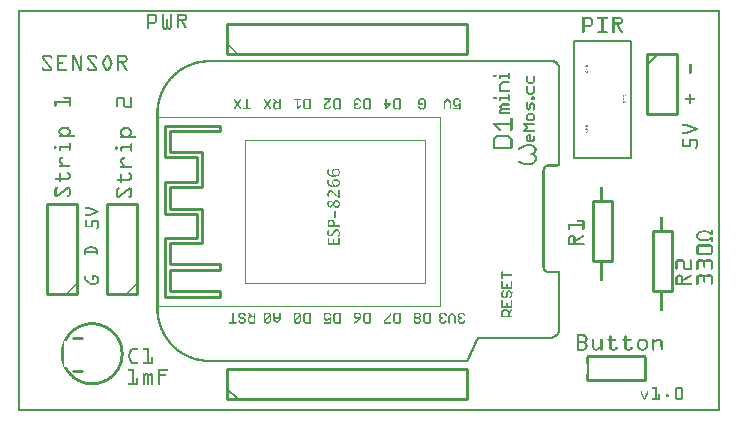
<source format=gto>
G04 MADE WITH FRITZING*
G04 WWW.FRITZING.ORG*
G04 DOUBLE SIDED*
G04 HOLES PLATED*
G04 CONTOUR ON CENTER OF CONTOUR VECTOR*
%ASAXBY*%
%FSLAX23Y23*%
%MOIN*%
%OFA0B0*%
%SFA1.0B1.0*%
%ADD10R,0.947653X0.632695X0.942097X0.627139*%
%ADD11C,0.002778*%
%ADD12R,0.602764X0.477764X0.597208X0.472208*%
%ADD13R,0.195000X0.395000X0.185000X0.385000*%
%ADD14C,0.005000*%
%ADD15C,0.010000*%
%ADD16C,0.011000*%
%ADD17R,0.001000X0.001000*%
%LNSILK1*%
G90*
G70*
G54D11*
X463Y982D02*
X1408Y982D01*
X1408Y352D01*
X463Y352D01*
X463Y982D01*
D02*
X758Y904D02*
X1358Y904D01*
X1358Y429D01*
X758Y429D01*
X758Y904D01*
D02*
G54D14*
X1854Y1236D02*
X2044Y1236D01*
X2044Y846D01*
X1854Y846D01*
X1854Y1236D01*
D02*
G54D15*
X699Y1191D02*
X1499Y1191D01*
D02*
X1499Y1191D02*
X1499Y1291D01*
D02*
X1499Y1291D02*
X699Y1291D01*
D02*
X699Y1291D02*
X699Y1191D01*
D02*
X699Y41D02*
X1499Y41D01*
D02*
X1499Y41D02*
X1499Y141D01*
D02*
X1499Y141D02*
X699Y141D01*
D02*
X699Y141D02*
X699Y41D01*
G54D14*
D02*
X734Y41D02*
X699Y76D01*
G54D15*
D02*
X2099Y1191D02*
X2099Y991D01*
D02*
X2099Y991D02*
X2199Y991D01*
D02*
X2199Y991D02*
X2199Y1191D01*
D02*
X2199Y1191D02*
X2099Y1191D01*
G54D14*
D02*
X2099Y1156D02*
X2134Y1191D01*
G54D15*
D02*
X199Y391D02*
X199Y691D01*
D02*
X199Y691D02*
X99Y691D01*
D02*
X99Y691D02*
X99Y391D01*
D02*
X99Y391D02*
X199Y391D01*
D02*
X399Y391D02*
X399Y691D01*
D02*
X399Y691D02*
X299Y691D01*
D02*
X299Y691D02*
X299Y391D01*
D02*
X299Y391D02*
X399Y391D01*
D02*
X1916Y500D02*
X1916Y700D01*
D02*
X1916Y700D02*
X1982Y700D01*
D02*
X1982Y700D02*
X1982Y500D01*
D02*
X1982Y500D02*
X1916Y500D01*
D02*
X2116Y400D02*
X2116Y600D01*
D02*
X2116Y600D02*
X2182Y600D01*
D02*
X2182Y600D02*
X2182Y400D01*
D02*
X2182Y400D02*
X2116Y400D01*
X675Y953D02*
X675Y936D01*
X508Y936D01*
X508Y865D01*
X615Y865D01*
X615Y749D01*
X508Y749D01*
X508Y676D01*
X615Y676D01*
X615Y561D01*
X508Y561D01*
X508Y490D01*
X675Y490D01*
X675Y473D01*
X508Y473D01*
X508Y403D01*
X675Y403D01*
X675Y380D01*
X491Y380D01*
X491Y578D01*
X598Y578D01*
X598Y659D01*
X491Y659D01*
X491Y766D01*
X598Y766D01*
X598Y848D01*
X491Y848D01*
X491Y953D01*
X675Y953D01*
D02*
G54D16*
X183Y246D02*
X213Y246D01*
D02*
X183Y136D02*
X213Y136D01*
D02*
G54D17*
X0Y1339D02*
X2341Y1339D01*
X0Y1338D02*
X2341Y1338D01*
X0Y1337D02*
X2341Y1337D01*
X0Y1336D02*
X2341Y1336D01*
X0Y1335D02*
X2341Y1335D01*
X0Y1334D02*
X2341Y1334D01*
X0Y1333D02*
X2341Y1333D01*
X0Y1332D02*
X2341Y1332D01*
X0Y1331D02*
X7Y1331D01*
X2334Y1331D02*
X2341Y1331D01*
X0Y1330D02*
X7Y1330D01*
X2334Y1330D02*
X2341Y1330D01*
X0Y1329D02*
X7Y1329D01*
X2334Y1329D02*
X2341Y1329D01*
X0Y1328D02*
X7Y1328D01*
X2334Y1328D02*
X2341Y1328D01*
X0Y1327D02*
X7Y1327D01*
X2334Y1327D02*
X2341Y1327D01*
X0Y1326D02*
X7Y1326D01*
X2334Y1326D02*
X2341Y1326D01*
X0Y1325D02*
X7Y1325D01*
X431Y1325D02*
X459Y1325D01*
X483Y1325D02*
X486Y1325D01*
X510Y1325D02*
X514Y1325D01*
X532Y1325D02*
X559Y1325D01*
X2334Y1325D02*
X2341Y1325D01*
X0Y1324D02*
X7Y1324D01*
X431Y1324D02*
X461Y1324D01*
X482Y1324D02*
X487Y1324D01*
X510Y1324D02*
X515Y1324D01*
X532Y1324D02*
X561Y1324D01*
X2334Y1324D02*
X2341Y1324D01*
X0Y1323D02*
X7Y1323D01*
X431Y1323D02*
X462Y1323D01*
X482Y1323D02*
X488Y1323D01*
X509Y1323D02*
X515Y1323D01*
X532Y1323D02*
X562Y1323D01*
X2334Y1323D02*
X2341Y1323D01*
X0Y1322D02*
X7Y1322D01*
X431Y1322D02*
X463Y1322D01*
X482Y1322D02*
X488Y1322D01*
X509Y1322D02*
X515Y1322D01*
X532Y1322D02*
X563Y1322D01*
X2334Y1322D02*
X2341Y1322D01*
X0Y1321D02*
X7Y1321D01*
X431Y1321D02*
X463Y1321D01*
X482Y1321D02*
X488Y1321D01*
X509Y1321D02*
X515Y1321D01*
X532Y1321D02*
X564Y1321D01*
X2334Y1321D02*
X2341Y1321D01*
X0Y1320D02*
X7Y1320D01*
X431Y1320D02*
X464Y1320D01*
X482Y1320D02*
X488Y1320D01*
X509Y1320D02*
X515Y1320D01*
X532Y1320D02*
X564Y1320D01*
X2334Y1320D02*
X2341Y1320D01*
X0Y1319D02*
X7Y1319D01*
X431Y1319D02*
X464Y1319D01*
X482Y1319D02*
X488Y1319D01*
X509Y1319D02*
X515Y1319D01*
X532Y1319D02*
X565Y1319D01*
X2334Y1319D02*
X2341Y1319D01*
X0Y1318D02*
X7Y1318D01*
X431Y1318D02*
X437Y1318D01*
X458Y1318D02*
X465Y1318D01*
X482Y1318D02*
X488Y1318D01*
X509Y1318D02*
X515Y1318D01*
X532Y1318D02*
X538Y1318D01*
X558Y1318D02*
X565Y1318D01*
X2334Y1318D02*
X2341Y1318D01*
X0Y1317D02*
X7Y1317D01*
X431Y1317D02*
X437Y1317D01*
X459Y1317D02*
X465Y1317D01*
X482Y1317D02*
X488Y1317D01*
X509Y1317D02*
X515Y1317D01*
X532Y1317D02*
X538Y1317D01*
X559Y1317D02*
X565Y1317D01*
X2334Y1317D02*
X2341Y1317D01*
X0Y1316D02*
X7Y1316D01*
X431Y1316D02*
X437Y1316D01*
X459Y1316D02*
X465Y1316D01*
X482Y1316D02*
X488Y1316D01*
X509Y1316D02*
X515Y1316D01*
X532Y1316D02*
X538Y1316D01*
X559Y1316D02*
X565Y1316D01*
X2334Y1316D02*
X2341Y1316D01*
X0Y1315D02*
X7Y1315D01*
X431Y1315D02*
X437Y1315D01*
X459Y1315D02*
X465Y1315D01*
X482Y1315D02*
X488Y1315D01*
X509Y1315D02*
X515Y1315D01*
X532Y1315D02*
X538Y1315D01*
X559Y1315D02*
X565Y1315D01*
X2334Y1315D02*
X2341Y1315D01*
X0Y1314D02*
X7Y1314D01*
X431Y1314D02*
X437Y1314D01*
X459Y1314D02*
X465Y1314D01*
X482Y1314D02*
X488Y1314D01*
X509Y1314D02*
X515Y1314D01*
X532Y1314D02*
X538Y1314D01*
X559Y1314D02*
X565Y1314D01*
X1883Y1314D02*
X1909Y1314D01*
X1935Y1314D02*
X1964Y1314D01*
X1983Y1314D02*
X2009Y1314D01*
X2334Y1314D02*
X2341Y1314D01*
X0Y1313D02*
X7Y1313D01*
X431Y1313D02*
X437Y1313D01*
X459Y1313D02*
X465Y1313D01*
X482Y1313D02*
X488Y1313D01*
X509Y1313D02*
X515Y1313D01*
X532Y1313D02*
X538Y1313D01*
X559Y1313D02*
X565Y1313D01*
X1883Y1313D02*
X1911Y1313D01*
X1933Y1313D02*
X1966Y1313D01*
X1983Y1313D02*
X2011Y1313D01*
X2334Y1313D02*
X2341Y1313D01*
X0Y1312D02*
X7Y1312D01*
X431Y1312D02*
X437Y1312D01*
X459Y1312D02*
X465Y1312D01*
X482Y1312D02*
X488Y1312D01*
X509Y1312D02*
X515Y1312D01*
X532Y1312D02*
X538Y1312D01*
X559Y1312D02*
X565Y1312D01*
X1883Y1312D02*
X1912Y1312D01*
X1933Y1312D02*
X1966Y1312D01*
X1983Y1312D02*
X2013Y1312D01*
X2334Y1312D02*
X2341Y1312D01*
X0Y1311D02*
X7Y1311D01*
X431Y1311D02*
X437Y1311D01*
X459Y1311D02*
X465Y1311D01*
X482Y1311D02*
X488Y1311D01*
X509Y1311D02*
X515Y1311D01*
X532Y1311D02*
X538Y1311D01*
X559Y1311D02*
X565Y1311D01*
X1883Y1311D02*
X1913Y1311D01*
X1933Y1311D02*
X1966Y1311D01*
X1983Y1311D02*
X2014Y1311D01*
X2334Y1311D02*
X2341Y1311D01*
X0Y1310D02*
X7Y1310D01*
X431Y1310D02*
X437Y1310D01*
X459Y1310D02*
X465Y1310D01*
X482Y1310D02*
X488Y1310D01*
X509Y1310D02*
X515Y1310D01*
X532Y1310D02*
X538Y1310D01*
X559Y1310D02*
X565Y1310D01*
X1883Y1310D02*
X1914Y1310D01*
X1933Y1310D02*
X1966Y1310D01*
X1983Y1310D02*
X2015Y1310D01*
X2334Y1310D02*
X2341Y1310D01*
X0Y1309D02*
X7Y1309D01*
X431Y1309D02*
X437Y1309D01*
X459Y1309D02*
X465Y1309D01*
X482Y1309D02*
X488Y1309D01*
X509Y1309D02*
X515Y1309D01*
X532Y1309D02*
X538Y1309D01*
X558Y1309D02*
X565Y1309D01*
X1883Y1309D02*
X1915Y1309D01*
X1933Y1309D02*
X1966Y1309D01*
X1983Y1309D02*
X2015Y1309D01*
X2334Y1309D02*
X2341Y1309D01*
X0Y1308D02*
X7Y1308D01*
X431Y1308D02*
X437Y1308D01*
X459Y1308D02*
X465Y1308D01*
X482Y1308D02*
X488Y1308D01*
X498Y1308D02*
X499Y1308D01*
X509Y1308D02*
X515Y1308D01*
X532Y1308D02*
X565Y1308D01*
X1883Y1308D02*
X1915Y1308D01*
X1934Y1308D02*
X1965Y1308D01*
X1983Y1308D02*
X2016Y1308D01*
X2334Y1308D02*
X2341Y1308D01*
X0Y1307D02*
X7Y1307D01*
X431Y1307D02*
X437Y1307D01*
X459Y1307D02*
X465Y1307D01*
X482Y1307D02*
X488Y1307D01*
X496Y1307D02*
X501Y1307D01*
X509Y1307D02*
X515Y1307D01*
X532Y1307D02*
X564Y1307D01*
X1883Y1307D02*
X1889Y1307D01*
X1908Y1307D02*
X1916Y1307D01*
X1946Y1307D02*
X1953Y1307D01*
X1983Y1307D02*
X1989Y1307D01*
X2009Y1307D02*
X2016Y1307D01*
X2334Y1307D02*
X2341Y1307D01*
X0Y1306D02*
X7Y1306D01*
X431Y1306D02*
X437Y1306D01*
X459Y1306D02*
X465Y1306D01*
X482Y1306D02*
X488Y1306D01*
X496Y1306D02*
X501Y1306D01*
X509Y1306D02*
X515Y1306D01*
X532Y1306D02*
X564Y1306D01*
X1883Y1306D02*
X1889Y1306D01*
X1909Y1306D02*
X1916Y1306D01*
X1946Y1306D02*
X1953Y1306D01*
X1983Y1306D02*
X1989Y1306D01*
X2010Y1306D02*
X2016Y1306D01*
X2334Y1306D02*
X2341Y1306D01*
X0Y1305D02*
X7Y1305D01*
X431Y1305D02*
X437Y1305D01*
X459Y1305D02*
X465Y1305D01*
X482Y1305D02*
X488Y1305D01*
X495Y1305D02*
X501Y1305D01*
X509Y1305D02*
X515Y1305D01*
X532Y1305D02*
X563Y1305D01*
X1883Y1305D02*
X1889Y1305D01*
X1910Y1305D02*
X1916Y1305D01*
X1946Y1305D02*
X1953Y1305D01*
X1983Y1305D02*
X1989Y1305D01*
X2010Y1305D02*
X2016Y1305D01*
X2334Y1305D02*
X2341Y1305D01*
X0Y1304D02*
X7Y1304D01*
X431Y1304D02*
X437Y1304D01*
X459Y1304D02*
X465Y1304D01*
X482Y1304D02*
X488Y1304D01*
X495Y1304D02*
X501Y1304D01*
X509Y1304D02*
X515Y1304D01*
X532Y1304D02*
X562Y1304D01*
X1883Y1304D02*
X1889Y1304D01*
X1910Y1304D02*
X1916Y1304D01*
X1946Y1304D02*
X1953Y1304D01*
X1983Y1304D02*
X1989Y1304D01*
X2010Y1304D02*
X2016Y1304D01*
X2334Y1304D02*
X2341Y1304D01*
X0Y1303D02*
X7Y1303D01*
X431Y1303D02*
X437Y1303D01*
X459Y1303D02*
X465Y1303D01*
X482Y1303D02*
X488Y1303D01*
X495Y1303D02*
X501Y1303D01*
X509Y1303D02*
X515Y1303D01*
X532Y1303D02*
X561Y1303D01*
X1883Y1303D02*
X1889Y1303D01*
X1910Y1303D02*
X1916Y1303D01*
X1946Y1303D02*
X1953Y1303D01*
X1983Y1303D02*
X1989Y1303D01*
X2010Y1303D02*
X2017Y1303D01*
X2334Y1303D02*
X2341Y1303D01*
X0Y1302D02*
X7Y1302D01*
X431Y1302D02*
X437Y1302D01*
X459Y1302D02*
X465Y1302D01*
X482Y1302D02*
X488Y1302D01*
X495Y1302D02*
X501Y1302D01*
X509Y1302D02*
X515Y1302D01*
X532Y1302D02*
X559Y1302D01*
X1883Y1302D02*
X1889Y1302D01*
X1910Y1302D02*
X1916Y1302D01*
X1946Y1302D02*
X1953Y1302D01*
X1983Y1302D02*
X1989Y1302D01*
X2010Y1302D02*
X2017Y1302D01*
X2334Y1302D02*
X2341Y1302D01*
X0Y1301D02*
X7Y1301D01*
X431Y1301D02*
X437Y1301D01*
X458Y1301D02*
X465Y1301D01*
X482Y1301D02*
X488Y1301D01*
X495Y1301D02*
X501Y1301D01*
X509Y1301D02*
X515Y1301D01*
X532Y1301D02*
X538Y1301D01*
X544Y1301D02*
X551Y1301D01*
X1883Y1301D02*
X1889Y1301D01*
X1910Y1301D02*
X1916Y1301D01*
X1946Y1301D02*
X1953Y1301D01*
X1983Y1301D02*
X1989Y1301D01*
X2010Y1301D02*
X2017Y1301D01*
X2334Y1301D02*
X2341Y1301D01*
X0Y1300D02*
X7Y1300D01*
X431Y1300D02*
X437Y1300D01*
X457Y1300D02*
X465Y1300D01*
X482Y1300D02*
X488Y1300D01*
X495Y1300D02*
X501Y1300D01*
X509Y1300D02*
X515Y1300D01*
X532Y1300D02*
X538Y1300D01*
X544Y1300D02*
X552Y1300D01*
X1883Y1300D02*
X1889Y1300D01*
X1910Y1300D02*
X1916Y1300D01*
X1946Y1300D02*
X1953Y1300D01*
X1983Y1300D02*
X1989Y1300D01*
X2010Y1300D02*
X2016Y1300D01*
X2334Y1300D02*
X2341Y1300D01*
X0Y1299D02*
X7Y1299D01*
X431Y1299D02*
X464Y1299D01*
X482Y1299D02*
X488Y1299D01*
X495Y1299D02*
X501Y1299D01*
X509Y1299D02*
X515Y1299D01*
X532Y1299D02*
X538Y1299D01*
X545Y1299D02*
X552Y1299D01*
X1883Y1299D02*
X1889Y1299D01*
X1910Y1299D02*
X1916Y1299D01*
X1946Y1299D02*
X1953Y1299D01*
X1983Y1299D02*
X1989Y1299D01*
X2010Y1299D02*
X2016Y1299D01*
X2334Y1299D02*
X2341Y1299D01*
X0Y1298D02*
X7Y1298D01*
X431Y1298D02*
X464Y1298D01*
X482Y1298D02*
X488Y1298D01*
X495Y1298D02*
X501Y1298D01*
X509Y1298D02*
X515Y1298D01*
X532Y1298D02*
X538Y1298D01*
X546Y1298D02*
X553Y1298D01*
X1883Y1298D02*
X1889Y1298D01*
X1910Y1298D02*
X1916Y1298D01*
X1946Y1298D02*
X1953Y1298D01*
X1983Y1298D02*
X1989Y1298D01*
X2009Y1298D02*
X2016Y1298D01*
X2334Y1298D02*
X2341Y1298D01*
X0Y1297D02*
X7Y1297D01*
X431Y1297D02*
X463Y1297D01*
X482Y1297D02*
X488Y1297D01*
X495Y1297D02*
X501Y1297D01*
X509Y1297D02*
X515Y1297D01*
X532Y1297D02*
X538Y1297D01*
X546Y1297D02*
X553Y1297D01*
X1883Y1297D02*
X1889Y1297D01*
X1910Y1297D02*
X1916Y1297D01*
X1946Y1297D02*
X1953Y1297D01*
X1983Y1297D02*
X1989Y1297D01*
X2008Y1297D02*
X2016Y1297D01*
X2334Y1297D02*
X2341Y1297D01*
X0Y1296D02*
X7Y1296D01*
X431Y1296D02*
X462Y1296D01*
X482Y1296D02*
X488Y1296D01*
X495Y1296D02*
X501Y1296D01*
X509Y1296D02*
X515Y1296D01*
X532Y1296D02*
X538Y1296D01*
X547Y1296D02*
X554Y1296D01*
X1883Y1296D02*
X1889Y1296D01*
X1910Y1296D02*
X1916Y1296D01*
X1946Y1296D02*
X1953Y1296D01*
X1983Y1296D02*
X2016Y1296D01*
X2334Y1296D02*
X2341Y1296D01*
X0Y1295D02*
X7Y1295D01*
X431Y1295D02*
X461Y1295D01*
X482Y1295D02*
X488Y1295D01*
X495Y1295D02*
X501Y1295D01*
X509Y1295D02*
X515Y1295D01*
X532Y1295D02*
X538Y1295D01*
X547Y1295D02*
X554Y1295D01*
X1883Y1295D02*
X1889Y1295D01*
X1910Y1295D02*
X1916Y1295D01*
X1946Y1295D02*
X1953Y1295D01*
X1983Y1295D02*
X2015Y1295D01*
X2334Y1295D02*
X2341Y1295D01*
X0Y1294D02*
X7Y1294D01*
X431Y1294D02*
X460Y1294D01*
X482Y1294D02*
X488Y1294D01*
X495Y1294D02*
X501Y1294D01*
X509Y1294D02*
X515Y1294D01*
X532Y1294D02*
X538Y1294D01*
X548Y1294D02*
X555Y1294D01*
X1883Y1294D02*
X1889Y1294D01*
X1910Y1294D02*
X1916Y1294D01*
X1946Y1294D02*
X1953Y1294D01*
X1983Y1294D02*
X2014Y1294D01*
X2334Y1294D02*
X2341Y1294D01*
X0Y1293D02*
X7Y1293D01*
X431Y1293D02*
X458Y1293D01*
X482Y1293D02*
X488Y1293D01*
X495Y1293D02*
X501Y1293D01*
X509Y1293D02*
X515Y1293D01*
X532Y1293D02*
X538Y1293D01*
X548Y1293D02*
X556Y1293D01*
X1883Y1293D02*
X1889Y1293D01*
X1910Y1293D02*
X1916Y1293D01*
X1946Y1293D02*
X1953Y1293D01*
X1983Y1293D02*
X2013Y1293D01*
X2334Y1293D02*
X2341Y1293D01*
X0Y1292D02*
X7Y1292D01*
X431Y1292D02*
X438Y1292D01*
X482Y1292D02*
X488Y1292D01*
X495Y1292D02*
X501Y1292D01*
X509Y1292D02*
X515Y1292D01*
X532Y1292D02*
X538Y1292D01*
X549Y1292D02*
X556Y1292D01*
X1883Y1292D02*
X1889Y1292D01*
X1910Y1292D02*
X1916Y1292D01*
X1946Y1292D02*
X1953Y1292D01*
X1983Y1292D02*
X2012Y1292D01*
X2334Y1292D02*
X2341Y1292D01*
X0Y1291D02*
X7Y1291D01*
X431Y1291D02*
X437Y1291D01*
X482Y1291D02*
X488Y1291D01*
X495Y1291D02*
X501Y1291D01*
X509Y1291D02*
X515Y1291D01*
X532Y1291D02*
X538Y1291D01*
X550Y1291D02*
X557Y1291D01*
X1883Y1291D02*
X1889Y1291D01*
X1910Y1291D02*
X1916Y1291D01*
X1946Y1291D02*
X1953Y1291D01*
X1983Y1291D02*
X2011Y1291D01*
X2334Y1291D02*
X2341Y1291D01*
X0Y1290D02*
X7Y1290D01*
X431Y1290D02*
X437Y1290D01*
X482Y1290D02*
X488Y1290D01*
X495Y1290D02*
X501Y1290D01*
X509Y1290D02*
X515Y1290D01*
X532Y1290D02*
X538Y1290D01*
X550Y1290D02*
X557Y1290D01*
X1883Y1290D02*
X1889Y1290D01*
X1910Y1290D02*
X1916Y1290D01*
X1946Y1290D02*
X1953Y1290D01*
X1983Y1290D02*
X2008Y1290D01*
X2334Y1290D02*
X2341Y1290D01*
X0Y1289D02*
X7Y1289D01*
X431Y1289D02*
X437Y1289D01*
X482Y1289D02*
X488Y1289D01*
X495Y1289D02*
X501Y1289D01*
X509Y1289D02*
X515Y1289D01*
X532Y1289D02*
X538Y1289D01*
X551Y1289D02*
X558Y1289D01*
X1883Y1289D02*
X1889Y1289D01*
X1909Y1289D02*
X1916Y1289D01*
X1946Y1289D02*
X1953Y1289D01*
X1983Y1289D02*
X1989Y1289D01*
X1995Y1289D02*
X2002Y1289D01*
X2334Y1289D02*
X2341Y1289D01*
X0Y1288D02*
X7Y1288D01*
X431Y1288D02*
X437Y1288D01*
X482Y1288D02*
X488Y1288D01*
X495Y1288D02*
X501Y1288D01*
X509Y1288D02*
X515Y1288D01*
X532Y1288D02*
X538Y1288D01*
X551Y1288D02*
X559Y1288D01*
X1883Y1288D02*
X1889Y1288D01*
X1907Y1288D02*
X1915Y1288D01*
X1946Y1288D02*
X1953Y1288D01*
X1983Y1288D02*
X1989Y1288D01*
X1996Y1288D02*
X2003Y1288D01*
X2334Y1288D02*
X2341Y1288D01*
X0Y1287D02*
X7Y1287D01*
X431Y1287D02*
X437Y1287D01*
X482Y1287D02*
X488Y1287D01*
X495Y1287D02*
X501Y1287D01*
X509Y1287D02*
X515Y1287D01*
X532Y1287D02*
X538Y1287D01*
X552Y1287D02*
X559Y1287D01*
X1883Y1287D02*
X1915Y1287D01*
X1946Y1287D02*
X1953Y1287D01*
X1983Y1287D02*
X1989Y1287D01*
X1996Y1287D02*
X2004Y1287D01*
X2334Y1287D02*
X2341Y1287D01*
X0Y1286D02*
X7Y1286D01*
X431Y1286D02*
X437Y1286D01*
X482Y1286D02*
X488Y1286D01*
X495Y1286D02*
X501Y1286D01*
X509Y1286D02*
X515Y1286D01*
X532Y1286D02*
X538Y1286D01*
X553Y1286D02*
X560Y1286D01*
X1883Y1286D02*
X1915Y1286D01*
X1946Y1286D02*
X1953Y1286D01*
X1983Y1286D02*
X1989Y1286D01*
X1997Y1286D02*
X2004Y1286D01*
X2334Y1286D02*
X2341Y1286D01*
X0Y1285D02*
X7Y1285D01*
X431Y1285D02*
X437Y1285D01*
X482Y1285D02*
X488Y1285D01*
X495Y1285D02*
X501Y1285D01*
X509Y1285D02*
X515Y1285D01*
X532Y1285D02*
X538Y1285D01*
X553Y1285D02*
X560Y1285D01*
X1883Y1285D02*
X1914Y1285D01*
X1946Y1285D02*
X1953Y1285D01*
X1983Y1285D02*
X1989Y1285D01*
X1998Y1285D02*
X2005Y1285D01*
X2334Y1285D02*
X2341Y1285D01*
X0Y1284D02*
X7Y1284D01*
X431Y1284D02*
X437Y1284D01*
X482Y1284D02*
X488Y1284D01*
X495Y1284D02*
X501Y1284D01*
X509Y1284D02*
X515Y1284D01*
X532Y1284D02*
X538Y1284D01*
X554Y1284D02*
X561Y1284D01*
X1883Y1284D02*
X1913Y1284D01*
X1946Y1284D02*
X1953Y1284D01*
X1983Y1284D02*
X1989Y1284D01*
X1998Y1284D02*
X2005Y1284D01*
X2334Y1284D02*
X2341Y1284D01*
X0Y1283D02*
X7Y1283D01*
X431Y1283D02*
X437Y1283D01*
X482Y1283D02*
X488Y1283D01*
X495Y1283D02*
X501Y1283D01*
X509Y1283D02*
X515Y1283D01*
X532Y1283D02*
X538Y1283D01*
X554Y1283D02*
X561Y1283D01*
X1883Y1283D02*
X1912Y1283D01*
X1946Y1283D02*
X1953Y1283D01*
X1983Y1283D02*
X1989Y1283D01*
X1999Y1283D02*
X2006Y1283D01*
X2334Y1283D02*
X2341Y1283D01*
X0Y1282D02*
X7Y1282D01*
X431Y1282D02*
X437Y1282D01*
X482Y1282D02*
X488Y1282D01*
X495Y1282D02*
X502Y1282D01*
X509Y1282D02*
X515Y1282D01*
X532Y1282D02*
X538Y1282D01*
X555Y1282D02*
X562Y1282D01*
X1883Y1282D02*
X1910Y1282D01*
X1946Y1282D02*
X1953Y1282D01*
X1983Y1282D02*
X1989Y1282D01*
X1999Y1282D02*
X2006Y1282D01*
X2334Y1282D02*
X2341Y1282D01*
X0Y1281D02*
X7Y1281D01*
X431Y1281D02*
X437Y1281D01*
X482Y1281D02*
X488Y1281D01*
X495Y1281D02*
X502Y1281D01*
X509Y1281D02*
X515Y1281D01*
X532Y1281D02*
X538Y1281D01*
X555Y1281D02*
X563Y1281D01*
X1883Y1281D02*
X1906Y1281D01*
X1946Y1281D02*
X1953Y1281D01*
X1983Y1281D02*
X1989Y1281D01*
X2000Y1281D02*
X2007Y1281D01*
X2334Y1281D02*
X2341Y1281D01*
X0Y1280D02*
X7Y1280D01*
X431Y1280D02*
X437Y1280D01*
X482Y1280D02*
X489Y1280D01*
X494Y1280D02*
X503Y1280D01*
X508Y1280D02*
X515Y1280D01*
X532Y1280D02*
X538Y1280D01*
X556Y1280D02*
X563Y1280D01*
X1883Y1280D02*
X1889Y1280D01*
X1946Y1280D02*
X1953Y1280D01*
X1983Y1280D02*
X1989Y1280D01*
X2000Y1280D02*
X2008Y1280D01*
X2334Y1280D02*
X2341Y1280D01*
X0Y1279D02*
X7Y1279D01*
X431Y1279D02*
X437Y1279D01*
X482Y1279D02*
X490Y1279D01*
X493Y1279D02*
X503Y1279D01*
X507Y1279D02*
X514Y1279D01*
X532Y1279D02*
X538Y1279D01*
X557Y1279D02*
X564Y1279D01*
X1883Y1279D02*
X1889Y1279D01*
X1946Y1279D02*
X1953Y1279D01*
X1983Y1279D02*
X1989Y1279D01*
X2001Y1279D02*
X2008Y1279D01*
X2334Y1279D02*
X2341Y1279D01*
X0Y1278D02*
X7Y1278D01*
X431Y1278D02*
X437Y1278D01*
X483Y1278D02*
X510Y1278D01*
X1883Y1278D02*
X1889Y1278D01*
X1946Y1278D02*
X1953Y1278D01*
X1983Y1278D02*
X1989Y1278D01*
X2002Y1278D02*
X2009Y1278D01*
X2334Y1278D02*
X2341Y1278D01*
X0Y1277D02*
X7Y1277D01*
X431Y1277D02*
X437Y1277D01*
X484Y1277D02*
X510Y1277D01*
X1883Y1277D02*
X1889Y1277D01*
X1946Y1277D02*
X1953Y1277D01*
X1983Y1277D02*
X1989Y1277D01*
X2002Y1277D02*
X2009Y1277D01*
X2334Y1277D02*
X2341Y1277D01*
X0Y1276D02*
X7Y1276D01*
X431Y1276D02*
X437Y1276D01*
X484Y1276D02*
X510Y1276D01*
X1883Y1276D02*
X1889Y1276D01*
X1946Y1276D02*
X1953Y1276D01*
X1983Y1276D02*
X1989Y1276D01*
X2003Y1276D02*
X2010Y1276D01*
X2334Y1276D02*
X2341Y1276D01*
X0Y1275D02*
X7Y1275D01*
X432Y1275D02*
X434Y1275D01*
X485Y1275D02*
X510Y1275D01*
X1883Y1275D02*
X1889Y1275D01*
X1946Y1275D02*
X1953Y1275D01*
X1983Y1275D02*
X1989Y1275D01*
X2003Y1275D02*
X2011Y1275D01*
X2334Y1275D02*
X2341Y1275D01*
X0Y1274D02*
X7Y1274D01*
X432Y1274D02*
X432Y1274D01*
X485Y1274D02*
X510Y1274D01*
X1883Y1274D02*
X1889Y1274D01*
X1946Y1274D02*
X1953Y1274D01*
X1983Y1274D02*
X1989Y1274D01*
X2004Y1274D02*
X2011Y1274D01*
X2334Y1274D02*
X2341Y1274D01*
X0Y1273D02*
X7Y1273D01*
X486Y1273D02*
X497Y1273D01*
X500Y1273D02*
X510Y1273D01*
X1883Y1273D02*
X1889Y1273D01*
X1946Y1273D02*
X1953Y1273D01*
X1983Y1273D02*
X1989Y1273D01*
X2005Y1273D02*
X2012Y1273D01*
X2334Y1273D02*
X2341Y1273D01*
X0Y1272D02*
X7Y1272D01*
X488Y1272D02*
X495Y1272D01*
X501Y1272D02*
X509Y1272D01*
X1883Y1272D02*
X1889Y1272D01*
X1946Y1272D02*
X1953Y1272D01*
X1983Y1272D02*
X1989Y1272D01*
X2005Y1272D02*
X2012Y1272D01*
X2334Y1272D02*
X2341Y1272D01*
X0Y1271D02*
X7Y1271D01*
X1883Y1271D02*
X1889Y1271D01*
X1946Y1271D02*
X1953Y1271D01*
X1983Y1271D02*
X1989Y1271D01*
X2006Y1271D02*
X2013Y1271D01*
X2334Y1271D02*
X2341Y1271D01*
X0Y1270D02*
X7Y1270D01*
X1883Y1270D02*
X1889Y1270D01*
X1946Y1270D02*
X1953Y1270D01*
X1983Y1270D02*
X1989Y1270D01*
X2006Y1270D02*
X2013Y1270D01*
X2334Y1270D02*
X2341Y1270D01*
X0Y1269D02*
X7Y1269D01*
X1883Y1269D02*
X1889Y1269D01*
X1946Y1269D02*
X1953Y1269D01*
X1983Y1269D02*
X1989Y1269D01*
X2007Y1269D02*
X2014Y1269D01*
X2334Y1269D02*
X2341Y1269D01*
X0Y1268D02*
X7Y1268D01*
X1883Y1268D02*
X1889Y1268D01*
X1946Y1268D02*
X1953Y1268D01*
X1983Y1268D02*
X1989Y1268D01*
X2007Y1268D02*
X2015Y1268D01*
X2334Y1268D02*
X2341Y1268D01*
X0Y1267D02*
X7Y1267D01*
X1883Y1267D02*
X1889Y1267D01*
X1935Y1267D02*
X1964Y1267D01*
X1983Y1267D02*
X1989Y1267D01*
X2008Y1267D02*
X2015Y1267D01*
X2334Y1267D02*
X2341Y1267D01*
X0Y1266D02*
X7Y1266D01*
X1883Y1266D02*
X1889Y1266D01*
X1934Y1266D02*
X1965Y1266D01*
X1983Y1266D02*
X1989Y1266D01*
X2009Y1266D02*
X2016Y1266D01*
X2334Y1266D02*
X2341Y1266D01*
X0Y1265D02*
X7Y1265D01*
X1883Y1265D02*
X1889Y1265D01*
X1933Y1265D02*
X1966Y1265D01*
X1983Y1265D02*
X1989Y1265D01*
X2009Y1265D02*
X2016Y1265D01*
X2334Y1265D02*
X2341Y1265D01*
X0Y1264D02*
X7Y1264D01*
X1883Y1264D02*
X1889Y1264D01*
X1933Y1264D02*
X1966Y1264D01*
X1983Y1264D02*
X1989Y1264D01*
X2010Y1264D02*
X2016Y1264D01*
X2334Y1264D02*
X2341Y1264D01*
X0Y1263D02*
X7Y1263D01*
X1883Y1263D02*
X1888Y1263D01*
X1933Y1263D02*
X1966Y1263D01*
X1983Y1263D02*
X1989Y1263D01*
X2010Y1263D02*
X2016Y1263D01*
X2334Y1263D02*
X2341Y1263D01*
X0Y1262D02*
X7Y1262D01*
X1883Y1262D02*
X1888Y1262D01*
X1933Y1262D02*
X1966Y1262D01*
X1984Y1262D02*
X1988Y1262D01*
X2011Y1262D02*
X2016Y1262D01*
X2334Y1262D02*
X2341Y1262D01*
X0Y1261D02*
X7Y1261D01*
X1884Y1261D02*
X1887Y1261D01*
X1934Y1261D02*
X1965Y1261D01*
X1984Y1261D02*
X1987Y1261D01*
X2012Y1261D02*
X2015Y1261D01*
X2334Y1261D02*
X2341Y1261D01*
X0Y1260D02*
X7Y1260D01*
X2334Y1260D02*
X2341Y1260D01*
X0Y1259D02*
X7Y1259D01*
X2334Y1259D02*
X2341Y1259D01*
X0Y1258D02*
X7Y1258D01*
X2334Y1258D02*
X2341Y1258D01*
X0Y1257D02*
X7Y1257D01*
X2334Y1257D02*
X2341Y1257D01*
X0Y1256D02*
X7Y1256D01*
X2334Y1256D02*
X2341Y1256D01*
X0Y1255D02*
X7Y1255D01*
X2334Y1255D02*
X2341Y1255D01*
X0Y1254D02*
X7Y1254D01*
X2334Y1254D02*
X2341Y1254D01*
X0Y1253D02*
X7Y1253D01*
X2334Y1253D02*
X2341Y1253D01*
X0Y1252D02*
X7Y1252D01*
X2334Y1252D02*
X2341Y1252D01*
X0Y1251D02*
X7Y1251D01*
X2334Y1251D02*
X2341Y1251D01*
X0Y1250D02*
X7Y1250D01*
X2334Y1250D02*
X2341Y1250D01*
X0Y1249D02*
X7Y1249D01*
X2334Y1249D02*
X2341Y1249D01*
X0Y1248D02*
X7Y1248D01*
X2334Y1248D02*
X2341Y1248D01*
X0Y1247D02*
X7Y1247D01*
X2334Y1247D02*
X2341Y1247D01*
X0Y1246D02*
X7Y1246D01*
X2334Y1246D02*
X2341Y1246D01*
X0Y1245D02*
X7Y1245D01*
X2334Y1245D02*
X2341Y1245D01*
X0Y1244D02*
X7Y1244D01*
X2334Y1244D02*
X2341Y1244D01*
X0Y1243D02*
X7Y1243D01*
X2334Y1243D02*
X2341Y1243D01*
X0Y1242D02*
X7Y1242D01*
X2334Y1242D02*
X2341Y1242D01*
X0Y1241D02*
X7Y1241D01*
X2334Y1241D02*
X2341Y1241D01*
X0Y1240D02*
X7Y1240D01*
X2334Y1240D02*
X2341Y1240D01*
X0Y1239D02*
X7Y1239D01*
X2334Y1239D02*
X2341Y1239D01*
X0Y1238D02*
X7Y1238D01*
X2334Y1238D02*
X2341Y1238D01*
X0Y1237D02*
X7Y1237D01*
X2334Y1237D02*
X2341Y1237D01*
X0Y1236D02*
X7Y1236D01*
X2334Y1236D02*
X2341Y1236D01*
X0Y1235D02*
X7Y1235D01*
X2334Y1235D02*
X2341Y1235D01*
X0Y1234D02*
X7Y1234D01*
X2334Y1234D02*
X2341Y1234D01*
X0Y1233D02*
X7Y1233D01*
X2334Y1233D02*
X2341Y1233D01*
X0Y1232D02*
X7Y1232D01*
X2334Y1232D02*
X2341Y1232D01*
X0Y1231D02*
X7Y1231D01*
X2334Y1231D02*
X2341Y1231D01*
X0Y1230D02*
X7Y1230D01*
X2334Y1230D02*
X2341Y1230D01*
X0Y1229D02*
X7Y1229D01*
X2334Y1229D02*
X2341Y1229D01*
X0Y1228D02*
X7Y1228D01*
X700Y1228D02*
X700Y1228D01*
X2334Y1228D02*
X2341Y1228D01*
X0Y1227D02*
X7Y1227D01*
X699Y1227D02*
X701Y1227D01*
X2334Y1227D02*
X2341Y1227D01*
X0Y1226D02*
X7Y1226D01*
X698Y1226D02*
X702Y1226D01*
X2334Y1226D02*
X2341Y1226D01*
X0Y1225D02*
X7Y1225D01*
X697Y1225D02*
X703Y1225D01*
X2334Y1225D02*
X2341Y1225D01*
X0Y1224D02*
X7Y1224D01*
X698Y1224D02*
X704Y1224D01*
X2334Y1224D02*
X2341Y1224D01*
X0Y1223D02*
X7Y1223D01*
X699Y1223D02*
X705Y1223D01*
X2334Y1223D02*
X2341Y1223D01*
X0Y1222D02*
X7Y1222D01*
X700Y1222D02*
X706Y1222D01*
X2334Y1222D02*
X2341Y1222D01*
X0Y1221D02*
X7Y1221D01*
X701Y1221D02*
X707Y1221D01*
X2334Y1221D02*
X2341Y1221D01*
X0Y1220D02*
X7Y1220D01*
X702Y1220D02*
X708Y1220D01*
X2334Y1220D02*
X2341Y1220D01*
X0Y1219D02*
X7Y1219D01*
X703Y1219D02*
X709Y1219D01*
X2334Y1219D02*
X2341Y1219D01*
X0Y1218D02*
X7Y1218D01*
X704Y1218D02*
X710Y1218D01*
X2334Y1218D02*
X2341Y1218D01*
X0Y1217D02*
X7Y1217D01*
X705Y1217D02*
X711Y1217D01*
X2334Y1217D02*
X2341Y1217D01*
X0Y1216D02*
X7Y1216D01*
X706Y1216D02*
X712Y1216D01*
X2334Y1216D02*
X2341Y1216D01*
X0Y1215D02*
X7Y1215D01*
X707Y1215D02*
X713Y1215D01*
X2334Y1215D02*
X2341Y1215D01*
X0Y1214D02*
X7Y1214D01*
X708Y1214D02*
X714Y1214D01*
X2334Y1214D02*
X2341Y1214D01*
X0Y1213D02*
X7Y1213D01*
X709Y1213D02*
X714Y1213D01*
X2334Y1213D02*
X2341Y1213D01*
X0Y1212D02*
X7Y1212D01*
X710Y1212D02*
X715Y1212D01*
X2334Y1212D02*
X2341Y1212D01*
X0Y1211D02*
X7Y1211D01*
X711Y1211D02*
X716Y1211D01*
X2334Y1211D02*
X2341Y1211D01*
X0Y1210D02*
X7Y1210D01*
X712Y1210D02*
X717Y1210D01*
X2334Y1210D02*
X2341Y1210D01*
X0Y1209D02*
X7Y1209D01*
X713Y1209D02*
X718Y1209D01*
X2334Y1209D02*
X2341Y1209D01*
X0Y1208D02*
X7Y1208D01*
X714Y1208D02*
X719Y1208D01*
X2334Y1208D02*
X2341Y1208D01*
X0Y1207D02*
X7Y1207D01*
X715Y1207D02*
X721Y1207D01*
X2334Y1207D02*
X2341Y1207D01*
X0Y1206D02*
X7Y1206D01*
X716Y1206D02*
X722Y1206D01*
X2334Y1206D02*
X2341Y1206D01*
X0Y1205D02*
X7Y1205D01*
X717Y1205D02*
X723Y1205D01*
X2334Y1205D02*
X2341Y1205D01*
X0Y1204D02*
X7Y1204D01*
X718Y1204D02*
X724Y1204D01*
X2334Y1204D02*
X2341Y1204D01*
X0Y1203D02*
X7Y1203D01*
X719Y1203D02*
X725Y1203D01*
X2334Y1203D02*
X2341Y1203D01*
X0Y1202D02*
X7Y1202D01*
X720Y1202D02*
X726Y1202D01*
X2334Y1202D02*
X2341Y1202D01*
X0Y1201D02*
X7Y1201D01*
X721Y1201D02*
X727Y1201D01*
X2334Y1201D02*
X2341Y1201D01*
X0Y1200D02*
X7Y1200D01*
X722Y1200D02*
X728Y1200D01*
X2334Y1200D02*
X2341Y1200D01*
X0Y1199D02*
X7Y1199D01*
X723Y1199D02*
X729Y1199D01*
X2334Y1199D02*
X2341Y1199D01*
X0Y1198D02*
X7Y1198D01*
X724Y1198D02*
X730Y1198D01*
X2334Y1198D02*
X2341Y1198D01*
X0Y1197D02*
X7Y1197D01*
X725Y1197D02*
X731Y1197D01*
X2334Y1197D02*
X2341Y1197D01*
X0Y1196D02*
X7Y1196D01*
X726Y1196D02*
X732Y1196D01*
X2334Y1196D02*
X2341Y1196D01*
X0Y1195D02*
X7Y1195D01*
X727Y1195D02*
X733Y1195D01*
X2334Y1195D02*
X2341Y1195D01*
X0Y1194D02*
X7Y1194D01*
X728Y1194D02*
X734Y1194D01*
X2334Y1194D02*
X2341Y1194D01*
X0Y1193D02*
X7Y1193D01*
X729Y1193D02*
X734Y1193D01*
X2334Y1193D02*
X2341Y1193D01*
X0Y1192D02*
X7Y1192D01*
X730Y1192D02*
X733Y1192D01*
X2334Y1192D02*
X2341Y1192D01*
X0Y1191D02*
X7Y1191D01*
X731Y1191D02*
X732Y1191D01*
X2334Y1191D02*
X2341Y1191D01*
X0Y1190D02*
X7Y1190D01*
X2334Y1190D02*
X2341Y1190D01*
X0Y1189D02*
X7Y1189D01*
X2334Y1189D02*
X2341Y1189D01*
X0Y1188D02*
X7Y1188D01*
X2334Y1188D02*
X2341Y1188D01*
X0Y1187D02*
X7Y1187D01*
X86Y1187D02*
X108Y1187D01*
X131Y1187D02*
X163Y1187D01*
X182Y1187D02*
X190Y1187D01*
X211Y1187D02*
X213Y1187D01*
X237Y1187D02*
X259Y1187D01*
X296Y1187D02*
X301Y1187D01*
X332Y1187D02*
X358Y1187D01*
X2334Y1187D02*
X2341Y1187D01*
X0Y1186D02*
X7Y1186D01*
X84Y1186D02*
X110Y1186D01*
X131Y1186D02*
X164Y1186D01*
X182Y1186D02*
X190Y1186D01*
X210Y1186D02*
X214Y1186D01*
X235Y1186D02*
X261Y1186D01*
X294Y1186D02*
X303Y1186D01*
X332Y1186D02*
X361Y1186D01*
X2334Y1186D02*
X2341Y1186D01*
X0Y1185D02*
X7Y1185D01*
X83Y1185D02*
X112Y1185D01*
X131Y1185D02*
X165Y1185D01*
X182Y1185D02*
X191Y1185D01*
X209Y1185D02*
X215Y1185D01*
X234Y1185D02*
X262Y1185D01*
X293Y1185D02*
X304Y1185D01*
X332Y1185D02*
X362Y1185D01*
X2334Y1185D02*
X2341Y1185D01*
X0Y1184D02*
X7Y1184D01*
X82Y1184D02*
X113Y1184D01*
X131Y1184D02*
X165Y1184D01*
X182Y1184D02*
X191Y1184D01*
X209Y1184D02*
X215Y1184D01*
X233Y1184D02*
X263Y1184D01*
X292Y1184D02*
X305Y1184D01*
X332Y1184D02*
X363Y1184D01*
X2334Y1184D02*
X2341Y1184D01*
X0Y1183D02*
X7Y1183D01*
X82Y1183D02*
X113Y1183D01*
X131Y1183D02*
X165Y1183D01*
X182Y1183D02*
X192Y1183D01*
X209Y1183D02*
X215Y1183D01*
X233Y1183D02*
X264Y1183D01*
X291Y1183D02*
X306Y1183D01*
X332Y1183D02*
X364Y1183D01*
X2334Y1183D02*
X2341Y1183D01*
X0Y1182D02*
X7Y1182D01*
X82Y1182D02*
X114Y1182D01*
X131Y1182D02*
X164Y1182D01*
X182Y1182D02*
X192Y1182D01*
X209Y1182D02*
X215Y1182D01*
X232Y1182D02*
X264Y1182D01*
X291Y1182D02*
X307Y1182D01*
X332Y1182D02*
X364Y1182D01*
X2334Y1182D02*
X2341Y1182D01*
X0Y1181D02*
X7Y1181D01*
X81Y1181D02*
X114Y1181D01*
X131Y1181D02*
X163Y1181D01*
X182Y1181D02*
X193Y1181D01*
X209Y1181D02*
X215Y1181D01*
X232Y1181D02*
X265Y1181D01*
X290Y1181D02*
X307Y1181D01*
X332Y1181D02*
X365Y1181D01*
X2334Y1181D02*
X2341Y1181D01*
X0Y1180D02*
X7Y1180D01*
X81Y1180D02*
X87Y1180D01*
X108Y1180D02*
X115Y1180D01*
X131Y1180D02*
X137Y1180D01*
X182Y1180D02*
X193Y1180D01*
X209Y1180D02*
X215Y1180D01*
X232Y1180D02*
X238Y1180D01*
X258Y1180D02*
X265Y1180D01*
X290Y1180D02*
X297Y1180D01*
X300Y1180D02*
X308Y1180D01*
X332Y1180D02*
X338Y1180D01*
X358Y1180D02*
X365Y1180D01*
X2334Y1180D02*
X2341Y1180D01*
X0Y1179D02*
X7Y1179D01*
X81Y1179D02*
X87Y1179D01*
X109Y1179D02*
X115Y1179D01*
X131Y1179D02*
X137Y1179D01*
X182Y1179D02*
X194Y1179D01*
X209Y1179D02*
X215Y1179D01*
X232Y1179D02*
X238Y1179D01*
X259Y1179D02*
X265Y1179D01*
X289Y1179D02*
X296Y1179D01*
X301Y1179D02*
X308Y1179D01*
X332Y1179D02*
X338Y1179D01*
X359Y1179D02*
X366Y1179D01*
X2334Y1179D02*
X2341Y1179D01*
X0Y1178D02*
X7Y1178D01*
X81Y1178D02*
X88Y1178D01*
X109Y1178D02*
X115Y1178D01*
X131Y1178D02*
X137Y1178D01*
X182Y1178D02*
X194Y1178D01*
X209Y1178D02*
X215Y1178D01*
X232Y1178D02*
X239Y1178D01*
X259Y1178D02*
X265Y1178D01*
X289Y1178D02*
X296Y1178D01*
X302Y1178D02*
X309Y1178D01*
X332Y1178D02*
X338Y1178D01*
X360Y1178D02*
X366Y1178D01*
X2334Y1178D02*
X2341Y1178D01*
X0Y1177D02*
X7Y1177D01*
X82Y1177D02*
X89Y1177D01*
X109Y1177D02*
X115Y1177D01*
X131Y1177D02*
X137Y1177D01*
X182Y1177D02*
X194Y1177D01*
X209Y1177D02*
X215Y1177D01*
X232Y1177D02*
X240Y1177D01*
X260Y1177D02*
X265Y1177D01*
X288Y1177D02*
X295Y1177D01*
X302Y1177D02*
X309Y1177D01*
X332Y1177D02*
X338Y1177D01*
X360Y1177D02*
X366Y1177D01*
X2334Y1177D02*
X2341Y1177D01*
X0Y1176D02*
X7Y1176D01*
X82Y1176D02*
X90Y1176D01*
X110Y1176D02*
X114Y1176D01*
X131Y1176D02*
X137Y1176D01*
X182Y1176D02*
X195Y1176D01*
X209Y1176D02*
X215Y1176D01*
X233Y1176D02*
X240Y1176D01*
X260Y1176D02*
X265Y1176D01*
X288Y1176D02*
X295Y1176D01*
X303Y1176D02*
X310Y1176D01*
X332Y1176D02*
X338Y1176D01*
X360Y1176D02*
X366Y1176D01*
X2334Y1176D02*
X2341Y1176D01*
X0Y1175D02*
X7Y1175D01*
X83Y1175D02*
X91Y1175D01*
X111Y1175D02*
X113Y1175D01*
X131Y1175D02*
X137Y1175D01*
X182Y1175D02*
X195Y1175D01*
X209Y1175D02*
X215Y1175D01*
X233Y1175D02*
X241Y1175D01*
X261Y1175D02*
X263Y1175D01*
X287Y1175D02*
X294Y1175D01*
X303Y1175D02*
X310Y1175D01*
X332Y1175D02*
X338Y1175D01*
X360Y1175D02*
X366Y1175D01*
X2334Y1175D02*
X2341Y1175D01*
X0Y1174D02*
X7Y1174D01*
X83Y1174D02*
X91Y1174D01*
X131Y1174D02*
X137Y1174D01*
X182Y1174D02*
X196Y1174D01*
X209Y1174D02*
X215Y1174D01*
X234Y1174D02*
X242Y1174D01*
X287Y1174D02*
X294Y1174D01*
X304Y1174D02*
X311Y1174D01*
X332Y1174D02*
X338Y1174D01*
X360Y1174D02*
X366Y1174D01*
X2334Y1174D02*
X2341Y1174D01*
X0Y1173D02*
X7Y1173D01*
X84Y1173D02*
X92Y1173D01*
X131Y1173D02*
X137Y1173D01*
X182Y1173D02*
X196Y1173D01*
X209Y1173D02*
X215Y1173D01*
X235Y1173D02*
X243Y1173D01*
X286Y1173D02*
X293Y1173D01*
X304Y1173D02*
X311Y1173D01*
X332Y1173D02*
X338Y1173D01*
X360Y1173D02*
X366Y1173D01*
X2334Y1173D02*
X2341Y1173D01*
X0Y1172D02*
X7Y1172D01*
X85Y1172D02*
X93Y1172D01*
X131Y1172D02*
X137Y1172D01*
X182Y1172D02*
X188Y1172D01*
X190Y1172D02*
X197Y1172D01*
X209Y1172D02*
X215Y1172D01*
X236Y1172D02*
X244Y1172D01*
X286Y1172D02*
X293Y1172D01*
X305Y1172D02*
X312Y1172D01*
X332Y1172D02*
X338Y1172D01*
X359Y1172D02*
X366Y1172D01*
X2334Y1172D02*
X2341Y1172D01*
X0Y1171D02*
X7Y1171D01*
X86Y1171D02*
X94Y1171D01*
X131Y1171D02*
X137Y1171D01*
X182Y1171D02*
X188Y1171D01*
X190Y1171D02*
X197Y1171D01*
X209Y1171D02*
X215Y1171D01*
X236Y1171D02*
X244Y1171D01*
X285Y1171D02*
X292Y1171D01*
X305Y1171D02*
X312Y1171D01*
X332Y1171D02*
X338Y1171D01*
X359Y1171D02*
X365Y1171D01*
X628Y1171D02*
X1785Y1171D01*
X2334Y1171D02*
X2341Y1171D01*
X0Y1170D02*
X7Y1170D01*
X86Y1170D02*
X94Y1170D01*
X131Y1170D02*
X137Y1170D01*
X182Y1170D02*
X188Y1170D01*
X191Y1170D02*
X198Y1170D01*
X209Y1170D02*
X215Y1170D01*
X237Y1170D02*
X245Y1170D01*
X285Y1170D02*
X292Y1170D01*
X306Y1170D02*
X313Y1170D01*
X332Y1170D02*
X338Y1170D01*
X357Y1170D02*
X365Y1170D01*
X617Y1170D02*
X1789Y1170D01*
X2334Y1170D02*
X2341Y1170D01*
X0Y1169D02*
X7Y1169D01*
X87Y1169D02*
X95Y1169D01*
X131Y1169D02*
X137Y1169D01*
X182Y1169D02*
X188Y1169D01*
X191Y1169D02*
X198Y1169D01*
X209Y1169D02*
X215Y1169D01*
X238Y1169D02*
X246Y1169D01*
X284Y1169D02*
X291Y1169D01*
X306Y1169D02*
X313Y1169D01*
X332Y1169D02*
X365Y1169D01*
X611Y1169D02*
X1792Y1169D01*
X2334Y1169D02*
X2341Y1169D01*
X0Y1168D02*
X7Y1168D01*
X88Y1168D02*
X96Y1168D01*
X131Y1168D02*
X137Y1168D01*
X182Y1168D02*
X188Y1168D01*
X192Y1168D02*
X198Y1168D01*
X209Y1168D02*
X215Y1168D01*
X239Y1168D02*
X247Y1168D01*
X284Y1168D02*
X291Y1168D01*
X307Y1168D02*
X314Y1168D01*
X332Y1168D02*
X364Y1168D01*
X605Y1168D02*
X1794Y1168D01*
X2334Y1168D02*
X2341Y1168D01*
X0Y1167D02*
X7Y1167D01*
X89Y1167D02*
X97Y1167D01*
X131Y1167D02*
X137Y1167D01*
X182Y1167D02*
X188Y1167D01*
X192Y1167D02*
X199Y1167D01*
X209Y1167D02*
X215Y1167D01*
X239Y1167D02*
X247Y1167D01*
X283Y1167D02*
X290Y1167D01*
X307Y1167D02*
X314Y1167D01*
X332Y1167D02*
X363Y1167D01*
X600Y1167D02*
X1795Y1167D01*
X2334Y1167D02*
X2341Y1167D01*
X0Y1166D02*
X7Y1166D01*
X90Y1166D02*
X98Y1166D01*
X131Y1166D02*
X137Y1166D01*
X182Y1166D02*
X188Y1166D01*
X193Y1166D02*
X199Y1166D01*
X209Y1166D02*
X215Y1166D01*
X240Y1166D02*
X248Y1166D01*
X283Y1166D02*
X290Y1166D01*
X308Y1166D02*
X314Y1166D01*
X332Y1166D02*
X363Y1166D01*
X596Y1166D02*
X1796Y1166D01*
X2334Y1166D02*
X2341Y1166D01*
X0Y1165D02*
X7Y1165D01*
X90Y1165D02*
X98Y1165D01*
X131Y1165D02*
X137Y1165D01*
X182Y1165D02*
X188Y1165D01*
X193Y1165D02*
X200Y1165D01*
X209Y1165D02*
X215Y1165D01*
X241Y1165D02*
X249Y1165D01*
X283Y1165D02*
X289Y1165D01*
X308Y1165D02*
X315Y1165D01*
X332Y1165D02*
X361Y1165D01*
X592Y1165D02*
X1798Y1165D01*
X2334Y1165D02*
X2341Y1165D01*
X0Y1164D02*
X7Y1164D01*
X91Y1164D02*
X99Y1164D01*
X131Y1164D02*
X147Y1164D01*
X182Y1164D02*
X188Y1164D01*
X193Y1164D02*
X200Y1164D01*
X209Y1164D02*
X215Y1164D01*
X242Y1164D02*
X250Y1164D01*
X282Y1164D02*
X289Y1164D01*
X309Y1164D02*
X315Y1164D01*
X332Y1164D02*
X360Y1164D01*
X589Y1164D02*
X1799Y1164D01*
X2334Y1164D02*
X2341Y1164D01*
X0Y1163D02*
X7Y1163D01*
X92Y1163D02*
X100Y1163D01*
X131Y1163D02*
X150Y1163D01*
X182Y1163D02*
X188Y1163D01*
X194Y1163D02*
X201Y1163D01*
X209Y1163D02*
X215Y1163D01*
X242Y1163D02*
X251Y1163D01*
X282Y1163D02*
X288Y1163D01*
X309Y1163D02*
X315Y1163D01*
X332Y1163D02*
X357Y1163D01*
X586Y1163D02*
X627Y1163D01*
X1785Y1163D02*
X1800Y1163D01*
X2334Y1163D02*
X2341Y1163D01*
X0Y1162D02*
X7Y1162D01*
X93Y1162D02*
X101Y1162D01*
X131Y1162D02*
X151Y1162D01*
X182Y1162D02*
X188Y1162D01*
X194Y1162D02*
X201Y1162D01*
X209Y1162D02*
X215Y1162D01*
X243Y1162D02*
X251Y1162D01*
X282Y1162D02*
X288Y1162D01*
X309Y1162D02*
X315Y1162D01*
X332Y1162D02*
X338Y1162D01*
X344Y1162D02*
X352Y1162D01*
X583Y1162D02*
X617Y1162D01*
X1789Y1162D02*
X1801Y1162D01*
X2334Y1162D02*
X2341Y1162D01*
X0Y1161D02*
X7Y1161D01*
X93Y1161D02*
X101Y1161D01*
X131Y1161D02*
X151Y1161D01*
X182Y1161D02*
X188Y1161D01*
X195Y1161D02*
X201Y1161D01*
X209Y1161D02*
X215Y1161D01*
X244Y1161D02*
X252Y1161D01*
X282Y1161D02*
X288Y1161D01*
X309Y1161D02*
X316Y1161D01*
X332Y1161D02*
X338Y1161D01*
X345Y1161D02*
X352Y1161D01*
X580Y1161D02*
X610Y1161D01*
X1791Y1161D02*
X1802Y1161D01*
X2334Y1161D02*
X2341Y1161D01*
X0Y1160D02*
X7Y1160D01*
X94Y1160D02*
X102Y1160D01*
X131Y1160D02*
X151Y1160D01*
X182Y1160D02*
X188Y1160D01*
X195Y1160D02*
X202Y1160D01*
X209Y1160D02*
X215Y1160D01*
X245Y1160D02*
X253Y1160D01*
X282Y1160D02*
X288Y1160D01*
X309Y1160D02*
X316Y1160D01*
X332Y1160D02*
X338Y1160D01*
X346Y1160D02*
X353Y1160D01*
X577Y1160D02*
X605Y1160D01*
X1792Y1160D02*
X1802Y1160D01*
X2334Y1160D02*
X2341Y1160D01*
X0Y1159D02*
X7Y1159D01*
X95Y1159D02*
X103Y1159D01*
X131Y1159D02*
X151Y1159D01*
X182Y1159D02*
X188Y1159D01*
X196Y1159D02*
X202Y1159D01*
X209Y1159D02*
X215Y1159D01*
X246Y1159D02*
X254Y1159D01*
X282Y1159D02*
X288Y1159D01*
X309Y1159D02*
X315Y1159D01*
X332Y1159D02*
X338Y1159D01*
X346Y1159D02*
X353Y1159D01*
X575Y1159D02*
X601Y1159D01*
X1793Y1159D02*
X1803Y1159D01*
X2239Y1159D02*
X2244Y1159D01*
X2334Y1159D02*
X2341Y1159D01*
X0Y1158D02*
X7Y1158D01*
X96Y1158D02*
X104Y1158D01*
X131Y1158D02*
X150Y1158D01*
X182Y1158D02*
X188Y1158D01*
X196Y1158D02*
X203Y1158D01*
X209Y1158D02*
X215Y1158D01*
X246Y1158D02*
X254Y1158D01*
X282Y1158D02*
X288Y1158D01*
X309Y1158D02*
X315Y1158D01*
X332Y1158D02*
X338Y1158D01*
X347Y1158D02*
X354Y1158D01*
X572Y1158D02*
X596Y1158D01*
X1795Y1158D02*
X1804Y1158D01*
X2238Y1158D02*
X2245Y1158D01*
X2334Y1158D02*
X2341Y1158D01*
X0Y1157D02*
X7Y1157D01*
X97Y1157D02*
X105Y1157D01*
X131Y1157D02*
X148Y1157D01*
X182Y1157D02*
X188Y1157D01*
X196Y1157D02*
X203Y1157D01*
X209Y1157D02*
X215Y1157D01*
X247Y1157D02*
X255Y1157D01*
X282Y1157D02*
X289Y1157D01*
X309Y1157D02*
X315Y1157D01*
X332Y1157D02*
X338Y1157D01*
X347Y1157D02*
X355Y1157D01*
X570Y1157D02*
X593Y1157D01*
X1796Y1157D02*
X1804Y1157D01*
X2237Y1157D02*
X2246Y1157D01*
X2334Y1157D02*
X2341Y1157D01*
X0Y1156D02*
X7Y1156D01*
X97Y1156D02*
X105Y1156D01*
X131Y1156D02*
X137Y1156D01*
X182Y1156D02*
X188Y1156D01*
X197Y1156D02*
X204Y1156D01*
X209Y1156D02*
X215Y1156D01*
X248Y1156D02*
X256Y1156D01*
X283Y1156D02*
X289Y1156D01*
X308Y1156D02*
X315Y1156D01*
X332Y1156D02*
X338Y1156D01*
X348Y1156D02*
X355Y1156D01*
X567Y1156D02*
X589Y1156D01*
X1796Y1156D02*
X1805Y1156D01*
X2237Y1156D02*
X2246Y1156D01*
X2334Y1156D02*
X2341Y1156D01*
X0Y1155D02*
X7Y1155D01*
X98Y1155D02*
X106Y1155D01*
X131Y1155D02*
X137Y1155D01*
X182Y1155D02*
X188Y1155D01*
X197Y1155D02*
X204Y1155D01*
X209Y1155D02*
X215Y1155D01*
X249Y1155D02*
X257Y1155D01*
X283Y1155D02*
X290Y1155D01*
X308Y1155D02*
X314Y1155D01*
X332Y1155D02*
X338Y1155D01*
X349Y1155D02*
X356Y1155D01*
X565Y1155D02*
X586Y1155D01*
X1797Y1155D02*
X1805Y1155D01*
X2237Y1155D02*
X2246Y1155D01*
X2334Y1155D02*
X2341Y1155D01*
X0Y1154D02*
X7Y1154D01*
X99Y1154D02*
X107Y1154D01*
X131Y1154D02*
X137Y1154D01*
X182Y1154D02*
X188Y1154D01*
X198Y1154D02*
X205Y1154D01*
X209Y1154D02*
X215Y1154D01*
X249Y1154D02*
X258Y1154D01*
X283Y1154D02*
X290Y1154D01*
X307Y1154D02*
X314Y1154D01*
X332Y1154D02*
X338Y1154D01*
X349Y1154D02*
X356Y1154D01*
X563Y1154D02*
X583Y1154D01*
X1798Y1154D02*
X1806Y1154D01*
X1897Y1154D02*
X1898Y1154D01*
X2237Y1154D02*
X2246Y1154D01*
X2334Y1154D02*
X2341Y1154D01*
X0Y1153D02*
X7Y1153D01*
X100Y1153D02*
X108Y1153D01*
X131Y1153D02*
X137Y1153D01*
X182Y1153D02*
X188Y1153D01*
X198Y1153D02*
X205Y1153D01*
X209Y1153D02*
X215Y1153D01*
X250Y1153D02*
X258Y1153D01*
X284Y1153D02*
X291Y1153D01*
X307Y1153D02*
X314Y1153D01*
X332Y1153D02*
X338Y1153D01*
X350Y1153D02*
X357Y1153D01*
X561Y1153D02*
X581Y1153D01*
X1798Y1153D02*
X1806Y1153D01*
X1895Y1153D02*
X1901Y1153D01*
X2237Y1153D02*
X2246Y1153D01*
X2334Y1153D02*
X2341Y1153D01*
X0Y1152D02*
X7Y1152D01*
X100Y1152D02*
X108Y1152D01*
X131Y1152D02*
X137Y1152D01*
X182Y1152D02*
X188Y1152D01*
X199Y1152D02*
X205Y1152D01*
X209Y1152D02*
X215Y1152D01*
X251Y1152D02*
X259Y1152D01*
X284Y1152D02*
X291Y1152D01*
X306Y1152D02*
X313Y1152D01*
X332Y1152D02*
X338Y1152D01*
X350Y1152D02*
X357Y1152D01*
X559Y1152D02*
X578Y1152D01*
X1799Y1152D02*
X1807Y1152D01*
X1894Y1152D02*
X1895Y1152D01*
X1901Y1152D02*
X1902Y1152D01*
X2237Y1152D02*
X2246Y1152D01*
X2334Y1152D02*
X2341Y1152D01*
X0Y1151D02*
X7Y1151D01*
X101Y1151D02*
X109Y1151D01*
X131Y1151D02*
X137Y1151D01*
X182Y1151D02*
X188Y1151D01*
X199Y1151D02*
X206Y1151D01*
X209Y1151D02*
X215Y1151D01*
X252Y1151D02*
X260Y1151D01*
X285Y1151D02*
X292Y1151D01*
X306Y1151D02*
X313Y1151D01*
X332Y1151D02*
X338Y1151D01*
X351Y1151D02*
X358Y1151D01*
X557Y1151D02*
X575Y1151D01*
X1799Y1151D02*
X1807Y1151D01*
X1893Y1151D02*
X1894Y1151D01*
X1902Y1151D02*
X1902Y1151D01*
X2237Y1151D02*
X2246Y1151D01*
X2334Y1151D02*
X2341Y1151D01*
X0Y1150D02*
X7Y1150D01*
X102Y1150D02*
X110Y1150D01*
X131Y1150D02*
X137Y1150D01*
X182Y1150D02*
X188Y1150D01*
X200Y1150D02*
X206Y1150D01*
X209Y1150D02*
X215Y1150D01*
X253Y1150D02*
X261Y1150D01*
X285Y1150D02*
X292Y1150D01*
X305Y1150D02*
X312Y1150D01*
X332Y1150D02*
X338Y1150D01*
X351Y1150D02*
X359Y1150D01*
X555Y1150D02*
X573Y1150D01*
X1800Y1150D02*
X1807Y1150D01*
X1893Y1150D02*
X1902Y1150D01*
X2237Y1150D02*
X2246Y1150D01*
X2334Y1150D02*
X2341Y1150D01*
X0Y1149D02*
X7Y1149D01*
X103Y1149D02*
X111Y1149D01*
X131Y1149D02*
X137Y1149D01*
X182Y1149D02*
X188Y1149D01*
X200Y1149D02*
X207Y1149D01*
X209Y1149D02*
X215Y1149D01*
X253Y1149D02*
X261Y1149D01*
X286Y1149D02*
X293Y1149D01*
X305Y1149D02*
X312Y1149D01*
X332Y1149D02*
X338Y1149D01*
X352Y1149D02*
X359Y1149D01*
X553Y1149D02*
X571Y1149D01*
X1800Y1149D02*
X1807Y1149D01*
X1893Y1149D02*
X1894Y1149D01*
X1902Y1149D02*
X1902Y1149D01*
X2237Y1149D02*
X2246Y1149D01*
X2334Y1149D02*
X2341Y1149D01*
X0Y1148D02*
X7Y1148D01*
X104Y1148D02*
X112Y1148D01*
X131Y1148D02*
X137Y1148D01*
X182Y1148D02*
X188Y1148D01*
X200Y1148D02*
X207Y1148D01*
X209Y1148D02*
X215Y1148D01*
X254Y1148D02*
X262Y1148D01*
X286Y1148D02*
X293Y1148D01*
X304Y1148D02*
X311Y1148D01*
X332Y1148D02*
X338Y1148D01*
X353Y1148D02*
X360Y1148D01*
X552Y1148D02*
X569Y1148D01*
X1800Y1148D02*
X1807Y1148D01*
X1902Y1148D02*
X1902Y1148D01*
X2237Y1148D02*
X2246Y1148D01*
X2334Y1148D02*
X2341Y1148D01*
X0Y1147D02*
X7Y1147D01*
X104Y1147D02*
X112Y1147D01*
X131Y1147D02*
X137Y1147D01*
X182Y1147D02*
X188Y1147D01*
X201Y1147D02*
X215Y1147D01*
X255Y1147D02*
X263Y1147D01*
X287Y1147D02*
X294Y1147D01*
X304Y1147D02*
X311Y1147D01*
X332Y1147D02*
X338Y1147D01*
X353Y1147D02*
X360Y1147D01*
X550Y1147D02*
X566Y1147D01*
X1801Y1147D02*
X1808Y1147D01*
X2237Y1147D02*
X2246Y1147D01*
X2334Y1147D02*
X2341Y1147D01*
X0Y1146D02*
X7Y1146D01*
X83Y1146D02*
X85Y1146D01*
X105Y1146D02*
X113Y1146D01*
X131Y1146D02*
X137Y1146D01*
X182Y1146D02*
X188Y1146D01*
X201Y1146D02*
X215Y1146D01*
X234Y1146D02*
X236Y1146D01*
X256Y1146D02*
X264Y1146D01*
X287Y1146D02*
X294Y1146D01*
X303Y1146D02*
X310Y1146D01*
X332Y1146D02*
X338Y1146D01*
X354Y1146D02*
X361Y1146D01*
X548Y1146D02*
X564Y1146D01*
X1801Y1146D02*
X1808Y1146D01*
X2237Y1146D02*
X2246Y1146D01*
X2334Y1146D02*
X2341Y1146D01*
X0Y1145D02*
X7Y1145D01*
X82Y1145D02*
X86Y1145D01*
X106Y1145D02*
X114Y1145D01*
X131Y1145D02*
X137Y1145D01*
X182Y1145D02*
X188Y1145D01*
X202Y1145D02*
X215Y1145D01*
X233Y1145D02*
X237Y1145D01*
X256Y1145D02*
X264Y1145D01*
X288Y1145D02*
X295Y1145D01*
X303Y1145D02*
X310Y1145D01*
X332Y1145D02*
X338Y1145D01*
X354Y1145D02*
X362Y1145D01*
X547Y1145D02*
X562Y1145D01*
X1801Y1145D02*
X1808Y1145D01*
X2237Y1145D02*
X2246Y1145D01*
X2334Y1145D02*
X2341Y1145D01*
X0Y1144D02*
X7Y1144D01*
X81Y1144D02*
X87Y1144D01*
X107Y1144D02*
X114Y1144D01*
X131Y1144D02*
X137Y1144D01*
X182Y1144D02*
X188Y1144D01*
X202Y1144D02*
X215Y1144D01*
X232Y1144D02*
X238Y1144D01*
X257Y1144D02*
X265Y1144D01*
X288Y1144D02*
X295Y1144D01*
X302Y1144D02*
X309Y1144D01*
X332Y1144D02*
X338Y1144D01*
X355Y1144D02*
X362Y1144D01*
X545Y1144D02*
X560Y1144D01*
X1801Y1144D02*
X1808Y1144D01*
X1893Y1144D02*
X1902Y1144D01*
X2237Y1144D02*
X2246Y1144D01*
X2334Y1144D02*
X2341Y1144D01*
X0Y1143D02*
X7Y1143D01*
X81Y1143D02*
X87Y1143D01*
X107Y1143D02*
X115Y1143D01*
X131Y1143D02*
X137Y1143D01*
X182Y1143D02*
X188Y1143D01*
X203Y1143D02*
X215Y1143D01*
X232Y1143D02*
X238Y1143D01*
X258Y1143D02*
X265Y1143D01*
X289Y1143D02*
X296Y1143D01*
X302Y1143D02*
X309Y1143D01*
X332Y1143D02*
X338Y1143D01*
X356Y1143D02*
X363Y1143D01*
X543Y1143D02*
X558Y1143D01*
X1801Y1143D02*
X1808Y1143D01*
X1900Y1143D02*
X1902Y1143D01*
X2237Y1143D02*
X2246Y1143D01*
X2334Y1143D02*
X2341Y1143D01*
X0Y1142D02*
X7Y1142D01*
X81Y1142D02*
X87Y1142D01*
X108Y1142D02*
X115Y1142D01*
X131Y1142D02*
X137Y1142D01*
X182Y1142D02*
X188Y1142D01*
X203Y1142D02*
X215Y1142D01*
X232Y1142D02*
X238Y1142D01*
X259Y1142D02*
X265Y1142D01*
X289Y1142D02*
X296Y1142D01*
X301Y1142D02*
X308Y1142D01*
X332Y1142D02*
X338Y1142D01*
X356Y1142D02*
X363Y1142D01*
X542Y1142D02*
X557Y1142D01*
X1801Y1142D02*
X1808Y1142D01*
X1898Y1142D02*
X1900Y1142D01*
X2237Y1142D02*
X2246Y1142D01*
X2334Y1142D02*
X2341Y1142D01*
X0Y1141D02*
X7Y1141D01*
X81Y1141D02*
X88Y1141D01*
X109Y1141D02*
X115Y1141D01*
X131Y1141D02*
X137Y1141D01*
X182Y1141D02*
X188Y1141D01*
X204Y1141D02*
X215Y1141D01*
X232Y1141D02*
X239Y1141D01*
X259Y1141D02*
X265Y1141D01*
X290Y1141D02*
X297Y1141D01*
X301Y1141D02*
X308Y1141D01*
X332Y1141D02*
X338Y1141D01*
X357Y1141D02*
X364Y1141D01*
X540Y1141D02*
X555Y1141D01*
X1801Y1141D02*
X1808Y1141D01*
X1895Y1141D02*
X1898Y1141D01*
X2237Y1141D02*
X2246Y1141D01*
X2334Y1141D02*
X2341Y1141D01*
X0Y1140D02*
X7Y1140D01*
X82Y1140D02*
X115Y1140D01*
X131Y1140D02*
X163Y1140D01*
X182Y1140D02*
X188Y1140D01*
X204Y1140D02*
X215Y1140D01*
X232Y1140D02*
X265Y1140D01*
X290Y1140D02*
X307Y1140D01*
X332Y1140D02*
X338Y1140D01*
X357Y1140D02*
X364Y1140D01*
X539Y1140D02*
X553Y1140D01*
X1801Y1140D02*
X1808Y1140D01*
X1894Y1140D02*
X1896Y1140D01*
X2237Y1140D02*
X2246Y1140D01*
X2334Y1140D02*
X2341Y1140D01*
X0Y1139D02*
X7Y1139D01*
X82Y1139D02*
X114Y1139D01*
X131Y1139D02*
X164Y1139D01*
X182Y1139D02*
X188Y1139D01*
X204Y1139D02*
X215Y1139D01*
X233Y1139D02*
X265Y1139D01*
X291Y1139D02*
X307Y1139D01*
X332Y1139D02*
X338Y1139D01*
X358Y1139D02*
X365Y1139D01*
X538Y1139D02*
X552Y1139D01*
X1801Y1139D02*
X1808Y1139D01*
X1893Y1139D02*
X1902Y1139D01*
X2237Y1139D02*
X2246Y1139D01*
X2334Y1139D02*
X2341Y1139D01*
X0Y1138D02*
X7Y1138D01*
X83Y1138D02*
X114Y1138D01*
X131Y1138D02*
X165Y1138D01*
X182Y1138D02*
X188Y1138D01*
X205Y1138D02*
X215Y1138D01*
X233Y1138D02*
X265Y1138D01*
X291Y1138D02*
X306Y1138D01*
X332Y1138D02*
X338Y1138D01*
X358Y1138D02*
X365Y1138D01*
X536Y1138D02*
X550Y1138D01*
X1801Y1138D02*
X1808Y1138D01*
X2237Y1138D02*
X2246Y1138D01*
X2334Y1138D02*
X2341Y1138D01*
X0Y1137D02*
X7Y1137D01*
X83Y1137D02*
X113Y1137D01*
X131Y1137D02*
X165Y1137D01*
X182Y1137D02*
X188Y1137D01*
X205Y1137D02*
X215Y1137D01*
X234Y1137D02*
X264Y1137D01*
X292Y1137D02*
X305Y1137D01*
X332Y1137D02*
X338Y1137D01*
X359Y1137D02*
X366Y1137D01*
X535Y1137D02*
X548Y1137D01*
X1801Y1137D02*
X1808Y1137D01*
X2237Y1137D02*
X2246Y1137D01*
X2334Y1137D02*
X2341Y1137D01*
X0Y1136D02*
X7Y1136D01*
X84Y1136D02*
X113Y1136D01*
X131Y1136D02*
X165Y1136D01*
X182Y1136D02*
X187Y1136D01*
X206Y1136D02*
X215Y1136D01*
X235Y1136D02*
X263Y1136D01*
X293Y1136D02*
X305Y1136D01*
X332Y1136D02*
X338Y1136D01*
X360Y1136D02*
X366Y1136D01*
X533Y1136D02*
X547Y1136D01*
X1801Y1136D02*
X1808Y1136D01*
X2237Y1136D02*
X2246Y1136D01*
X2334Y1136D02*
X2341Y1136D01*
X0Y1135D02*
X7Y1135D01*
X85Y1135D02*
X112Y1135D01*
X131Y1135D02*
X164Y1135D01*
X182Y1135D02*
X187Y1135D01*
X206Y1135D02*
X215Y1135D01*
X236Y1135D02*
X262Y1135D01*
X294Y1135D02*
X303Y1135D01*
X333Y1135D02*
X338Y1135D01*
X360Y1135D02*
X365Y1135D01*
X532Y1135D02*
X545Y1135D01*
X1801Y1135D02*
X1808Y1135D01*
X1899Y1135D02*
X1902Y1135D01*
X2237Y1135D02*
X2246Y1135D01*
X2334Y1135D02*
X2341Y1135D01*
X0Y1134D02*
X7Y1134D01*
X87Y1134D02*
X110Y1134D01*
X131Y1134D02*
X163Y1134D01*
X183Y1134D02*
X186Y1134D01*
X207Y1134D02*
X215Y1134D01*
X238Y1134D02*
X260Y1134D01*
X296Y1134D02*
X301Y1134D01*
X334Y1134D02*
X337Y1134D01*
X361Y1134D02*
X364Y1134D01*
X531Y1134D02*
X544Y1134D01*
X1801Y1134D02*
X1808Y1134D01*
X1893Y1134D02*
X1894Y1134D01*
X1899Y1134D02*
X1899Y1134D01*
X1902Y1134D02*
X1902Y1134D01*
X2237Y1134D02*
X2246Y1134D01*
X2334Y1134D02*
X2341Y1134D01*
X0Y1133D02*
X7Y1133D01*
X530Y1133D02*
X542Y1133D01*
X1801Y1133D02*
X1808Y1133D01*
X1893Y1133D02*
X1894Y1133D01*
X1899Y1133D02*
X1899Y1133D01*
X1902Y1133D02*
X1902Y1133D01*
X2237Y1133D02*
X2246Y1133D01*
X2334Y1133D02*
X2341Y1133D01*
X0Y1132D02*
X7Y1132D01*
X528Y1132D02*
X541Y1132D01*
X1801Y1132D02*
X1808Y1132D01*
X1894Y1132D02*
X1894Y1132D01*
X1902Y1132D02*
X1902Y1132D01*
X2237Y1132D02*
X2246Y1132D01*
X2334Y1132D02*
X2341Y1132D01*
X0Y1131D02*
X7Y1131D01*
X527Y1131D02*
X540Y1131D01*
X1801Y1131D02*
X1808Y1131D01*
X1894Y1131D02*
X1896Y1131D01*
X1902Y1131D02*
X1902Y1131D01*
X2237Y1131D02*
X2246Y1131D01*
X2334Y1131D02*
X2341Y1131D01*
X0Y1130D02*
X7Y1130D01*
X526Y1130D02*
X538Y1130D01*
X1801Y1130D02*
X1808Y1130D01*
X1896Y1130D02*
X1902Y1130D01*
X2237Y1130D02*
X2246Y1130D01*
X2334Y1130D02*
X2341Y1130D01*
X0Y1129D02*
X7Y1129D01*
X525Y1129D02*
X537Y1129D01*
X1801Y1129D02*
X1808Y1129D01*
X1898Y1129D02*
X1901Y1129D01*
X2237Y1129D02*
X2246Y1129D01*
X2334Y1129D02*
X2341Y1129D01*
X0Y1128D02*
X7Y1128D01*
X524Y1128D02*
X536Y1128D01*
X1635Y1128D02*
X1639Y1128D01*
X1801Y1128D02*
X1808Y1128D01*
X2237Y1128D02*
X2246Y1128D01*
X2334Y1128D02*
X2341Y1128D01*
X0Y1127D02*
X7Y1127D01*
X522Y1127D02*
X534Y1127D01*
X1634Y1127D02*
X1639Y1127D01*
X1801Y1127D02*
X1808Y1127D01*
X2237Y1127D02*
X2246Y1127D01*
X2334Y1127D02*
X2341Y1127D01*
X0Y1126D02*
X7Y1126D01*
X521Y1126D02*
X533Y1126D01*
X1634Y1126D02*
X1640Y1126D01*
X1801Y1126D02*
X1808Y1126D01*
X2238Y1126D02*
X2245Y1126D01*
X2334Y1126D02*
X2341Y1126D01*
X0Y1125D02*
X7Y1125D01*
X520Y1125D02*
X532Y1125D01*
X1634Y1125D02*
X1640Y1125D01*
X1801Y1125D02*
X1808Y1125D01*
X2240Y1125D02*
X2243Y1125D01*
X2334Y1125D02*
X2341Y1125D01*
X0Y1124D02*
X7Y1124D01*
X519Y1124D02*
X531Y1124D01*
X1634Y1124D02*
X1640Y1124D01*
X1801Y1124D02*
X1808Y1124D01*
X2334Y1124D02*
X2341Y1124D01*
X0Y1123D02*
X7Y1123D01*
X518Y1123D02*
X529Y1123D01*
X1634Y1123D02*
X1640Y1123D01*
X1801Y1123D02*
X1808Y1123D01*
X2334Y1123D02*
X2341Y1123D01*
X0Y1122D02*
X7Y1122D01*
X517Y1122D02*
X528Y1122D01*
X1585Y1122D02*
X1596Y1122D01*
X1606Y1122D02*
X1640Y1122D01*
X1801Y1122D02*
X1808Y1122D01*
X2334Y1122D02*
X2341Y1122D01*
X0Y1121D02*
X7Y1121D01*
X516Y1121D02*
X527Y1121D01*
X1585Y1121D02*
X1597Y1121D01*
X1606Y1121D02*
X1640Y1121D01*
X1801Y1121D02*
X1808Y1121D01*
X2334Y1121D02*
X2341Y1121D01*
X0Y1120D02*
X7Y1120D01*
X515Y1120D02*
X526Y1120D01*
X1584Y1120D02*
X1597Y1120D01*
X1605Y1120D02*
X1640Y1120D01*
X1801Y1120D02*
X1808Y1120D01*
X2334Y1120D02*
X2341Y1120D01*
X0Y1119D02*
X7Y1119D01*
X514Y1119D02*
X525Y1119D01*
X1584Y1119D02*
X1597Y1119D01*
X1605Y1119D02*
X1640Y1119D01*
X1697Y1119D02*
X1700Y1119D01*
X1719Y1119D02*
X1722Y1119D01*
X1801Y1119D02*
X1808Y1119D01*
X2334Y1119D02*
X2341Y1119D01*
X0Y1118D02*
X7Y1118D01*
X513Y1118D02*
X524Y1118D01*
X1584Y1118D02*
X1597Y1118D01*
X1605Y1118D02*
X1640Y1118D01*
X1696Y1118D02*
X1701Y1118D01*
X1718Y1118D02*
X1723Y1118D01*
X1801Y1118D02*
X1808Y1118D01*
X2334Y1118D02*
X2341Y1118D01*
X0Y1117D02*
X7Y1117D01*
X512Y1117D02*
X523Y1117D01*
X1585Y1117D02*
X1597Y1117D01*
X1605Y1117D02*
X1640Y1117D01*
X1696Y1117D02*
X1701Y1117D01*
X1718Y1117D02*
X1723Y1117D01*
X1801Y1117D02*
X1808Y1117D01*
X2334Y1117D02*
X2341Y1117D01*
X0Y1116D02*
X7Y1116D01*
X511Y1116D02*
X522Y1116D01*
X1586Y1116D02*
X1595Y1116D01*
X1605Y1116D02*
X1640Y1116D01*
X1695Y1116D02*
X1701Y1116D01*
X1718Y1116D02*
X1723Y1116D01*
X1801Y1116D02*
X1808Y1116D01*
X2334Y1116D02*
X2341Y1116D01*
X0Y1115D02*
X7Y1115D01*
X510Y1115D02*
X521Y1115D01*
X1605Y1115D02*
X1611Y1115D01*
X1634Y1115D02*
X1640Y1115D01*
X1695Y1115D02*
X1701Y1115D01*
X1718Y1115D02*
X1723Y1115D01*
X1801Y1115D02*
X1808Y1115D01*
X2334Y1115D02*
X2341Y1115D01*
X0Y1114D02*
X7Y1114D01*
X509Y1114D02*
X520Y1114D01*
X1605Y1114D02*
X1611Y1114D01*
X1634Y1114D02*
X1640Y1114D01*
X1695Y1114D02*
X1701Y1114D01*
X1718Y1114D02*
X1723Y1114D01*
X1801Y1114D02*
X1808Y1114D01*
X2334Y1114D02*
X2341Y1114D01*
X0Y1113D02*
X7Y1113D01*
X508Y1113D02*
X519Y1113D01*
X1605Y1113D02*
X1611Y1113D01*
X1634Y1113D02*
X1640Y1113D01*
X1695Y1113D02*
X1701Y1113D01*
X1718Y1113D02*
X1723Y1113D01*
X1801Y1113D02*
X1808Y1113D01*
X2334Y1113D02*
X2341Y1113D01*
X0Y1112D02*
X7Y1112D01*
X507Y1112D02*
X518Y1112D01*
X1605Y1112D02*
X1611Y1112D01*
X1634Y1112D02*
X1640Y1112D01*
X1695Y1112D02*
X1701Y1112D01*
X1718Y1112D02*
X1723Y1112D01*
X1801Y1112D02*
X1808Y1112D01*
X2334Y1112D02*
X2341Y1112D01*
X0Y1111D02*
X7Y1111D01*
X506Y1111D02*
X517Y1111D01*
X1605Y1111D02*
X1611Y1111D01*
X1634Y1111D02*
X1640Y1111D01*
X1695Y1111D02*
X1701Y1111D01*
X1718Y1111D02*
X1723Y1111D01*
X1801Y1111D02*
X1808Y1111D01*
X2334Y1111D02*
X2341Y1111D01*
X0Y1110D02*
X7Y1110D01*
X506Y1110D02*
X516Y1110D01*
X1606Y1110D02*
X1611Y1110D01*
X1634Y1110D02*
X1639Y1110D01*
X1695Y1110D02*
X1701Y1110D01*
X1718Y1110D02*
X1723Y1110D01*
X1801Y1110D02*
X1808Y1110D01*
X2334Y1110D02*
X2341Y1110D01*
X0Y1109D02*
X7Y1109D01*
X505Y1109D02*
X515Y1109D01*
X1607Y1109D02*
X1610Y1109D01*
X1635Y1109D02*
X1638Y1109D01*
X1695Y1109D02*
X1701Y1109D01*
X1718Y1109D02*
X1723Y1109D01*
X1801Y1109D02*
X1808Y1109D01*
X2334Y1109D02*
X2341Y1109D01*
X0Y1108D02*
X7Y1108D01*
X504Y1108D02*
X514Y1108D01*
X1695Y1108D02*
X1701Y1108D01*
X1718Y1108D02*
X1723Y1108D01*
X1801Y1108D02*
X1808Y1108D01*
X2334Y1108D02*
X2341Y1108D01*
X0Y1107D02*
X7Y1107D01*
X503Y1107D02*
X513Y1107D01*
X1695Y1107D02*
X1701Y1107D01*
X1718Y1107D02*
X1723Y1107D01*
X1801Y1107D02*
X1808Y1107D01*
X2334Y1107D02*
X2341Y1107D01*
X0Y1106D02*
X7Y1106D01*
X502Y1106D02*
X512Y1106D01*
X1695Y1106D02*
X1701Y1106D01*
X1718Y1106D02*
X1723Y1106D01*
X1801Y1106D02*
X1808Y1106D01*
X2334Y1106D02*
X2341Y1106D01*
X0Y1105D02*
X7Y1105D01*
X501Y1105D02*
X511Y1105D01*
X1695Y1105D02*
X1701Y1105D01*
X1718Y1105D02*
X1723Y1105D01*
X1801Y1105D02*
X1808Y1105D01*
X2334Y1105D02*
X2341Y1105D01*
X0Y1104D02*
X7Y1104D01*
X501Y1104D02*
X510Y1104D01*
X1695Y1104D02*
X1701Y1104D01*
X1718Y1104D02*
X1723Y1104D01*
X1801Y1104D02*
X1808Y1104D01*
X2334Y1104D02*
X2341Y1104D01*
X0Y1103D02*
X7Y1103D01*
X500Y1103D02*
X510Y1103D01*
X1695Y1103D02*
X1701Y1103D01*
X1718Y1103D02*
X1723Y1103D01*
X1801Y1103D02*
X1808Y1103D01*
X2334Y1103D02*
X2341Y1103D01*
X0Y1102D02*
X7Y1102D01*
X499Y1102D02*
X509Y1102D01*
X1695Y1102D02*
X1701Y1102D01*
X1718Y1102D02*
X1723Y1102D01*
X1801Y1102D02*
X1808Y1102D01*
X2334Y1102D02*
X2341Y1102D01*
X0Y1101D02*
X7Y1101D01*
X498Y1101D02*
X508Y1101D01*
X1695Y1101D02*
X1701Y1101D01*
X1717Y1101D02*
X1723Y1101D01*
X1801Y1101D02*
X1808Y1101D01*
X2334Y1101D02*
X2341Y1101D01*
X0Y1100D02*
X7Y1100D01*
X498Y1100D02*
X507Y1100D01*
X1615Y1100D02*
X1637Y1100D01*
X1695Y1100D02*
X1702Y1100D01*
X1717Y1100D02*
X1724Y1100D01*
X1801Y1100D02*
X1808Y1100D01*
X2334Y1100D02*
X2341Y1100D01*
X0Y1099D02*
X7Y1099D01*
X497Y1099D02*
X506Y1099D01*
X1613Y1099D02*
X1639Y1099D01*
X1695Y1099D02*
X1703Y1099D01*
X1715Y1099D02*
X1724Y1099D01*
X1801Y1099D02*
X1808Y1099D01*
X2334Y1099D02*
X2341Y1099D01*
X0Y1098D02*
X7Y1098D01*
X496Y1098D02*
X505Y1098D01*
X1612Y1098D02*
X1640Y1098D01*
X1695Y1098D02*
X1704Y1098D01*
X1714Y1098D02*
X1723Y1098D01*
X1801Y1098D02*
X1808Y1098D01*
X2334Y1098D02*
X2341Y1098D01*
X0Y1097D02*
X7Y1097D01*
X495Y1097D02*
X505Y1097D01*
X1612Y1097D02*
X1640Y1097D01*
X1696Y1097D02*
X1723Y1097D01*
X1801Y1097D02*
X1808Y1097D01*
X2334Y1097D02*
X2341Y1097D01*
X0Y1096D02*
X7Y1096D01*
X495Y1096D02*
X504Y1096D01*
X1611Y1096D02*
X1640Y1096D01*
X1697Y1096D02*
X1722Y1096D01*
X1801Y1096D02*
X1808Y1096D01*
X2334Y1096D02*
X2341Y1096D01*
X0Y1095D02*
X7Y1095D01*
X494Y1095D02*
X503Y1095D01*
X1610Y1095D02*
X1639Y1095D01*
X1698Y1095D02*
X1720Y1095D01*
X1801Y1095D02*
X1808Y1095D01*
X2334Y1095D02*
X2341Y1095D01*
X0Y1094D02*
X7Y1094D01*
X493Y1094D02*
X502Y1094D01*
X1609Y1094D02*
X1638Y1094D01*
X1699Y1094D02*
X1719Y1094D01*
X1801Y1094D02*
X1808Y1094D01*
X2334Y1094D02*
X2341Y1094D01*
X0Y1093D02*
X7Y1093D01*
X493Y1093D02*
X502Y1093D01*
X1608Y1093D02*
X1617Y1093D01*
X1700Y1093D02*
X1718Y1093D01*
X1801Y1093D02*
X1808Y1093D01*
X2334Y1093D02*
X2341Y1093D01*
X0Y1092D02*
X7Y1092D01*
X492Y1092D02*
X501Y1092D01*
X1606Y1092D02*
X1615Y1092D01*
X1701Y1092D02*
X1717Y1092D01*
X1801Y1092D02*
X1808Y1092D01*
X2334Y1092D02*
X2341Y1092D01*
X0Y1091D02*
X7Y1091D01*
X491Y1091D02*
X500Y1091D01*
X1606Y1091D02*
X1614Y1091D01*
X1702Y1091D02*
X1716Y1091D01*
X1801Y1091D02*
X1808Y1091D01*
X2334Y1091D02*
X2341Y1091D01*
X0Y1090D02*
X7Y1090D01*
X491Y1090D02*
X500Y1090D01*
X1605Y1090D02*
X1613Y1090D01*
X1801Y1090D02*
X1808Y1090D01*
X2334Y1090D02*
X2341Y1090D01*
X0Y1089D02*
X7Y1089D01*
X490Y1089D02*
X499Y1089D01*
X1605Y1089D02*
X1612Y1089D01*
X1801Y1089D02*
X1808Y1089D01*
X2334Y1089D02*
X2341Y1089D01*
X0Y1088D02*
X7Y1088D01*
X489Y1088D02*
X498Y1088D01*
X1605Y1088D02*
X1612Y1088D01*
X1801Y1088D02*
X1808Y1088D01*
X2334Y1088D02*
X2341Y1088D01*
X0Y1087D02*
X7Y1087D01*
X489Y1087D02*
X498Y1087D01*
X1605Y1087D02*
X1611Y1087D01*
X1801Y1087D02*
X1808Y1087D01*
X2334Y1087D02*
X2341Y1087D01*
X0Y1086D02*
X7Y1086D01*
X488Y1086D02*
X497Y1086D01*
X1605Y1086D02*
X1611Y1086D01*
X1801Y1086D02*
X1808Y1086D01*
X2334Y1086D02*
X2341Y1086D01*
X0Y1085D02*
X7Y1085D01*
X488Y1085D02*
X496Y1085D01*
X1605Y1085D02*
X1611Y1085D01*
X1801Y1085D02*
X1808Y1085D01*
X2334Y1085D02*
X2341Y1085D01*
X0Y1084D02*
X7Y1084D01*
X487Y1084D02*
X496Y1084D01*
X1605Y1084D02*
X1611Y1084D01*
X1697Y1084D02*
X1700Y1084D01*
X1719Y1084D02*
X1722Y1084D01*
X1801Y1084D02*
X1808Y1084D01*
X2334Y1084D02*
X2341Y1084D01*
X0Y1083D02*
X7Y1083D01*
X486Y1083D02*
X495Y1083D01*
X1605Y1083D02*
X1611Y1083D01*
X1696Y1083D02*
X1701Y1083D01*
X1718Y1083D02*
X1723Y1083D01*
X1801Y1083D02*
X1808Y1083D01*
X2334Y1083D02*
X2341Y1083D01*
X0Y1082D02*
X7Y1082D01*
X486Y1082D02*
X494Y1082D01*
X1605Y1082D02*
X1611Y1082D01*
X1696Y1082D02*
X1701Y1082D01*
X1718Y1082D02*
X1723Y1082D01*
X1801Y1082D02*
X1808Y1082D01*
X2334Y1082D02*
X2341Y1082D01*
X0Y1081D02*
X7Y1081D01*
X485Y1081D02*
X494Y1081D01*
X1605Y1081D02*
X1611Y1081D01*
X1695Y1081D02*
X1701Y1081D01*
X1718Y1081D02*
X1723Y1081D01*
X1801Y1081D02*
X1808Y1081D01*
X2334Y1081D02*
X2341Y1081D01*
X0Y1080D02*
X7Y1080D01*
X485Y1080D02*
X493Y1080D01*
X1605Y1080D02*
X1611Y1080D01*
X1695Y1080D02*
X1701Y1080D01*
X1718Y1080D02*
X1723Y1080D01*
X1801Y1080D02*
X1808Y1080D01*
X2334Y1080D02*
X2341Y1080D01*
X0Y1079D02*
X7Y1079D01*
X484Y1079D02*
X493Y1079D01*
X1605Y1079D02*
X1611Y1079D01*
X1695Y1079D02*
X1701Y1079D01*
X1718Y1079D02*
X1723Y1079D01*
X1801Y1079D02*
X1808Y1079D01*
X2334Y1079D02*
X2341Y1079D01*
X0Y1078D02*
X7Y1078D01*
X484Y1078D02*
X492Y1078D01*
X1605Y1078D02*
X1611Y1078D01*
X1695Y1078D02*
X1701Y1078D01*
X1718Y1078D02*
X1723Y1078D01*
X1801Y1078D02*
X1808Y1078D01*
X2334Y1078D02*
X2341Y1078D01*
X0Y1077D02*
X7Y1077D01*
X483Y1077D02*
X491Y1077D01*
X1605Y1077D02*
X1611Y1077D01*
X1695Y1077D02*
X1701Y1077D01*
X1718Y1077D02*
X1723Y1077D01*
X1801Y1077D02*
X1808Y1077D01*
X2334Y1077D02*
X2341Y1077D01*
X0Y1076D02*
X7Y1076D01*
X483Y1076D02*
X491Y1076D01*
X1605Y1076D02*
X1611Y1076D01*
X1695Y1076D02*
X1701Y1076D01*
X1718Y1076D02*
X1723Y1076D01*
X1801Y1076D02*
X1808Y1076D01*
X2334Y1076D02*
X2341Y1076D01*
X0Y1075D02*
X7Y1075D01*
X482Y1075D02*
X490Y1075D01*
X1605Y1075D02*
X1611Y1075D01*
X1695Y1075D02*
X1701Y1075D01*
X1718Y1075D02*
X1723Y1075D01*
X1801Y1075D02*
X1808Y1075D01*
X2334Y1075D02*
X2341Y1075D01*
X0Y1074D02*
X7Y1074D01*
X482Y1074D02*
X490Y1074D01*
X1605Y1074D02*
X1611Y1074D01*
X1695Y1074D02*
X1701Y1074D01*
X1718Y1074D02*
X1723Y1074D01*
X1801Y1074D02*
X1808Y1074D01*
X2334Y1074D02*
X2341Y1074D01*
X0Y1073D02*
X7Y1073D01*
X481Y1073D02*
X489Y1073D01*
X1605Y1073D02*
X1611Y1073D01*
X1695Y1073D02*
X1701Y1073D01*
X1718Y1073D02*
X1723Y1073D01*
X1801Y1073D02*
X1808Y1073D01*
X2334Y1073D02*
X2341Y1073D01*
X0Y1072D02*
X7Y1072D01*
X481Y1072D02*
X489Y1072D01*
X1605Y1072D02*
X1611Y1072D01*
X1695Y1072D02*
X1701Y1072D01*
X1718Y1072D02*
X1723Y1072D01*
X1801Y1072D02*
X1808Y1072D01*
X2334Y1072D02*
X2341Y1072D01*
X0Y1071D02*
X7Y1071D01*
X480Y1071D02*
X488Y1071D01*
X1605Y1071D02*
X1638Y1071D01*
X1695Y1071D02*
X1701Y1071D01*
X1718Y1071D02*
X1723Y1071D01*
X1801Y1071D02*
X1808Y1071D01*
X2334Y1071D02*
X2341Y1071D01*
X0Y1070D02*
X7Y1070D01*
X480Y1070D02*
X488Y1070D01*
X1605Y1070D02*
X1639Y1070D01*
X1695Y1070D02*
X1701Y1070D01*
X1718Y1070D02*
X1723Y1070D01*
X1801Y1070D02*
X1808Y1070D01*
X2334Y1070D02*
X2341Y1070D01*
X0Y1069D02*
X7Y1069D01*
X479Y1069D02*
X487Y1069D01*
X1605Y1069D02*
X1640Y1069D01*
X1695Y1069D02*
X1701Y1069D01*
X1718Y1069D02*
X1723Y1069D01*
X1801Y1069D02*
X1808Y1069D01*
X2334Y1069D02*
X2341Y1069D01*
X0Y1068D02*
X7Y1068D01*
X479Y1068D02*
X487Y1068D01*
X1605Y1068D02*
X1640Y1068D01*
X1695Y1068D02*
X1701Y1068D01*
X1718Y1068D02*
X1723Y1068D01*
X1801Y1068D02*
X1808Y1068D01*
X2334Y1068D02*
X2341Y1068D01*
X0Y1067D02*
X7Y1067D01*
X478Y1067D02*
X486Y1067D01*
X1605Y1067D02*
X1640Y1067D01*
X1695Y1067D02*
X1701Y1067D01*
X1718Y1067D02*
X1723Y1067D01*
X1801Y1067D02*
X1808Y1067D01*
X2334Y1067D02*
X2341Y1067D01*
X0Y1066D02*
X7Y1066D01*
X478Y1066D02*
X486Y1066D01*
X1606Y1066D02*
X1639Y1066D01*
X1695Y1066D02*
X1701Y1066D01*
X1717Y1066D02*
X1724Y1066D01*
X1801Y1066D02*
X1808Y1066D01*
X2334Y1066D02*
X2341Y1066D01*
X0Y1065D02*
X7Y1065D01*
X477Y1065D02*
X485Y1065D01*
X1607Y1065D02*
X1638Y1065D01*
X1695Y1065D02*
X1702Y1065D01*
X1717Y1065D02*
X1724Y1065D01*
X1801Y1065D02*
X1808Y1065D01*
X2334Y1065D02*
X2341Y1065D01*
X0Y1064D02*
X7Y1064D01*
X477Y1064D02*
X485Y1064D01*
X1695Y1064D02*
X1703Y1064D01*
X1716Y1064D02*
X1724Y1064D01*
X1801Y1064D02*
X1808Y1064D01*
X2334Y1064D02*
X2341Y1064D01*
X0Y1063D02*
X7Y1063D01*
X476Y1063D02*
X484Y1063D01*
X1695Y1063D02*
X1703Y1063D01*
X1715Y1063D02*
X1723Y1063D01*
X1801Y1063D02*
X1808Y1063D01*
X2334Y1063D02*
X2341Y1063D01*
X0Y1062D02*
X7Y1062D01*
X476Y1062D02*
X484Y1062D01*
X1696Y1062D02*
X1705Y1062D01*
X1713Y1062D02*
X1723Y1062D01*
X1801Y1062D02*
X1808Y1062D01*
X2334Y1062D02*
X2341Y1062D01*
X0Y1061D02*
X7Y1061D01*
X476Y1061D02*
X483Y1061D01*
X1697Y1061D02*
X1722Y1061D01*
X1801Y1061D02*
X1808Y1061D01*
X2334Y1061D02*
X2341Y1061D01*
X0Y1060D02*
X7Y1060D01*
X475Y1060D02*
X483Y1060D01*
X1698Y1060D02*
X1721Y1060D01*
X1801Y1060D02*
X1808Y1060D01*
X2334Y1060D02*
X2341Y1060D01*
X0Y1059D02*
X7Y1059D01*
X475Y1059D02*
X483Y1059D01*
X1699Y1059D02*
X1720Y1059D01*
X1801Y1059D02*
X1808Y1059D01*
X2334Y1059D02*
X2341Y1059D01*
X0Y1058D02*
X7Y1058D01*
X474Y1058D02*
X482Y1058D01*
X1700Y1058D02*
X1719Y1058D01*
X1801Y1058D02*
X1808Y1058D01*
X2238Y1058D02*
X2242Y1058D01*
X2334Y1058D02*
X2341Y1058D01*
X0Y1057D02*
X7Y1057D01*
X474Y1057D02*
X482Y1057D01*
X1700Y1057D02*
X1718Y1057D01*
X1801Y1057D02*
X1808Y1057D01*
X2238Y1057D02*
X2243Y1057D01*
X2334Y1057D02*
X2341Y1057D01*
X0Y1056D02*
X7Y1056D01*
X474Y1056D02*
X481Y1056D01*
X1636Y1056D02*
X1638Y1056D01*
X1701Y1056D02*
X1717Y1056D01*
X1801Y1056D02*
X1808Y1056D01*
X2237Y1056D02*
X2243Y1056D01*
X2334Y1056D02*
X2341Y1056D01*
X0Y1055D02*
X7Y1055D01*
X473Y1055D02*
X481Y1055D01*
X1635Y1055D02*
X1639Y1055D01*
X1702Y1055D02*
X1716Y1055D01*
X1801Y1055D02*
X1808Y1055D01*
X2237Y1055D02*
X2243Y1055D01*
X2334Y1055D02*
X2341Y1055D01*
X0Y1054D02*
X7Y1054D01*
X473Y1054D02*
X481Y1054D01*
X1634Y1054D02*
X1640Y1054D01*
X1801Y1054D02*
X1808Y1054D01*
X2024Y1054D02*
X2026Y1054D01*
X2237Y1054D02*
X2243Y1054D01*
X2334Y1054D02*
X2341Y1054D01*
X0Y1053D02*
X7Y1053D01*
X473Y1053D02*
X480Y1053D01*
X1634Y1053D02*
X1640Y1053D01*
X1801Y1053D02*
X1808Y1053D01*
X2018Y1053D02*
X2019Y1053D01*
X2024Y1053D02*
X2027Y1053D01*
X2237Y1053D02*
X2243Y1053D01*
X2334Y1053D02*
X2341Y1053D01*
X0Y1052D02*
X7Y1052D01*
X472Y1052D02*
X480Y1052D01*
X1634Y1052D02*
X1640Y1052D01*
X1801Y1052D02*
X1808Y1052D01*
X2018Y1052D02*
X2019Y1052D01*
X2024Y1052D02*
X2024Y1052D01*
X2027Y1052D02*
X2027Y1052D01*
X2237Y1052D02*
X2243Y1052D01*
X2334Y1052D02*
X2341Y1052D01*
X0Y1051D02*
X7Y1051D01*
X472Y1051D02*
X480Y1051D01*
X1634Y1051D02*
X1640Y1051D01*
X1801Y1051D02*
X1808Y1051D01*
X2018Y1051D02*
X2019Y1051D01*
X2027Y1051D02*
X2027Y1051D01*
X2237Y1051D02*
X2243Y1051D01*
X2334Y1051D02*
X2341Y1051D01*
X0Y1050D02*
X7Y1050D01*
X472Y1050D02*
X479Y1050D01*
X1634Y1050D02*
X1640Y1050D01*
X1714Y1050D02*
X1716Y1050D01*
X1719Y1050D02*
X1721Y1050D01*
X1801Y1050D02*
X1808Y1050D01*
X2019Y1050D02*
X2020Y1050D01*
X2027Y1050D02*
X2027Y1050D01*
X2237Y1050D02*
X2243Y1050D01*
X2334Y1050D02*
X2341Y1050D01*
X0Y1049D02*
X7Y1049D01*
X154Y1049D02*
X174Y1049D01*
X471Y1049D02*
X479Y1049D01*
X1608Y1049D02*
X1609Y1049D01*
X1633Y1049D02*
X1640Y1049D01*
X1713Y1049D02*
X1723Y1049D01*
X1801Y1049D02*
X1808Y1049D01*
X2020Y1049D02*
X2027Y1049D01*
X2237Y1049D02*
X2243Y1049D01*
X2334Y1049D02*
X2341Y1049D01*
X0Y1048D02*
X7Y1048D01*
X153Y1048D02*
X175Y1048D01*
X471Y1048D02*
X479Y1048D01*
X1585Y1048D02*
X1596Y1048D01*
X1606Y1048D02*
X1640Y1048D01*
X1712Y1048D02*
X1723Y1048D01*
X1801Y1048D02*
X1808Y1048D01*
X2022Y1048D02*
X2026Y1048D01*
X2237Y1048D02*
X2243Y1048D01*
X2334Y1048D02*
X2341Y1048D01*
X0Y1047D02*
X7Y1047D01*
X152Y1047D02*
X176Y1047D01*
X332Y1047D02*
X352Y1047D01*
X377Y1047D02*
X379Y1047D01*
X471Y1047D02*
X478Y1047D01*
X1584Y1047D02*
X1597Y1047D01*
X1605Y1047D02*
X1640Y1047D01*
X1712Y1047D02*
X1724Y1047D01*
X1801Y1047D02*
X1808Y1047D01*
X2237Y1047D02*
X2243Y1047D01*
X2334Y1047D02*
X2341Y1047D01*
X0Y1046D02*
X7Y1046D01*
X152Y1046D02*
X176Y1046D01*
X330Y1046D02*
X354Y1046D01*
X375Y1046D02*
X380Y1046D01*
X470Y1046D02*
X478Y1046D01*
X1584Y1046D02*
X1597Y1046D01*
X1605Y1046D02*
X1640Y1046D01*
X1712Y1046D02*
X1724Y1046D01*
X1801Y1046D02*
X1808Y1046D01*
X2237Y1046D02*
X2243Y1046D01*
X2334Y1046D02*
X2341Y1046D01*
X0Y1045D02*
X7Y1045D01*
X152Y1045D02*
X176Y1045D01*
X329Y1045D02*
X355Y1045D01*
X375Y1045D02*
X380Y1045D01*
X470Y1045D02*
X478Y1045D01*
X1584Y1045D02*
X1597Y1045D01*
X1605Y1045D02*
X1640Y1045D01*
X1712Y1045D02*
X1724Y1045D01*
X1801Y1045D02*
X1808Y1045D01*
X2226Y1045D02*
X2255Y1045D01*
X2334Y1045D02*
X2341Y1045D01*
X0Y1044D02*
X7Y1044D01*
X153Y1044D02*
X176Y1044D01*
X329Y1044D02*
X356Y1044D01*
X375Y1044D02*
X381Y1044D01*
X470Y1044D02*
X477Y1044D01*
X1584Y1044D02*
X1597Y1044D01*
X1605Y1044D02*
X1640Y1044D01*
X1712Y1044D02*
X1723Y1044D01*
X1801Y1044D02*
X1808Y1044D01*
X2018Y1044D02*
X2019Y1044D01*
X2027Y1044D02*
X2027Y1044D01*
X2224Y1044D02*
X2256Y1044D01*
X2334Y1044D02*
X2341Y1044D01*
X0Y1043D02*
X7Y1043D01*
X154Y1043D02*
X176Y1043D01*
X328Y1043D02*
X357Y1043D01*
X375Y1043D02*
X381Y1043D01*
X469Y1043D02*
X477Y1043D01*
X1022Y1043D02*
X1043Y1043D01*
X1058Y1043D02*
X1075Y1043D01*
X1127Y1043D02*
X1138Y1043D01*
X1158Y1043D02*
X1175Y1043D01*
X1258Y1043D02*
X1275Y1043D01*
X1343Y1043D02*
X1354Y1043D01*
X1431Y1043D02*
X1433Y1043D01*
X1458Y1043D02*
X1469Y1043D01*
X1585Y1043D02*
X1596Y1043D01*
X1605Y1043D02*
X1640Y1043D01*
X1712Y1043D02*
X1723Y1043D01*
X1801Y1043D02*
X1808Y1043D01*
X2018Y1043D02*
X2019Y1043D01*
X2027Y1043D02*
X2027Y1043D01*
X2224Y1043D02*
X2257Y1043D01*
X2334Y1043D02*
X2341Y1043D01*
X0Y1042D02*
X7Y1042D01*
X170Y1042D02*
X176Y1042D01*
X328Y1042D02*
X357Y1042D01*
X375Y1042D02*
X381Y1042D01*
X469Y1042D02*
X477Y1042D01*
X721Y1042D02*
X723Y1042D01*
X742Y1042D02*
X744Y1042D01*
X763Y1042D02*
X765Y1042D01*
X821Y1042D02*
X824Y1042D01*
X841Y1042D02*
X844Y1042D01*
X852Y1042D02*
X855Y1042D01*
X873Y1042D02*
X876Y1042D01*
X921Y1042D02*
X944Y1042D01*
X957Y1042D02*
X976Y1042D01*
X1021Y1042D02*
X1045Y1042D01*
X1057Y1042D02*
X1076Y1042D01*
X1126Y1042D02*
X1139Y1042D01*
X1157Y1042D02*
X1176Y1042D01*
X1226Y1042D02*
X1229Y1042D01*
X1257Y1042D02*
X1276Y1042D01*
X1341Y1042D02*
X1355Y1042D01*
X1430Y1042D02*
X1434Y1042D01*
X1457Y1042D02*
X1471Y1042D01*
X1605Y1042D02*
X1612Y1042D01*
X1633Y1042D02*
X1640Y1042D01*
X1712Y1042D02*
X1724Y1042D01*
X1801Y1042D02*
X1808Y1042D01*
X2018Y1042D02*
X2027Y1042D01*
X2223Y1042D02*
X2257Y1042D01*
X2334Y1042D02*
X2341Y1042D01*
X0Y1041D02*
X7Y1041D01*
X170Y1041D02*
X176Y1041D01*
X328Y1041D02*
X357Y1041D01*
X375Y1041D02*
X381Y1041D01*
X469Y1041D02*
X476Y1041D01*
X720Y1041D02*
X724Y1041D01*
X741Y1041D02*
X745Y1041D01*
X762Y1041D02*
X766Y1041D01*
X820Y1041D02*
X825Y1041D01*
X840Y1041D02*
X845Y1041D01*
X851Y1041D02*
X856Y1041D01*
X872Y1041D02*
X876Y1041D01*
X920Y1041D02*
X945Y1041D01*
X956Y1041D02*
X976Y1041D01*
X1020Y1041D02*
X1045Y1041D01*
X1056Y1041D02*
X1077Y1041D01*
X1125Y1041D02*
X1140Y1041D01*
X1156Y1041D02*
X1177Y1041D01*
X1225Y1041D02*
X1230Y1041D01*
X1256Y1041D02*
X1276Y1041D01*
X1340Y1041D02*
X1356Y1041D01*
X1429Y1041D02*
X1435Y1041D01*
X1456Y1041D02*
X1471Y1041D01*
X1605Y1041D02*
X1611Y1041D01*
X1634Y1041D02*
X1640Y1041D01*
X1712Y1041D02*
X1724Y1041D01*
X1801Y1041D02*
X1808Y1041D01*
X2018Y1041D02*
X2027Y1041D01*
X2224Y1041D02*
X2257Y1041D01*
X2334Y1041D02*
X2341Y1041D01*
X0Y1040D02*
X7Y1040D01*
X170Y1040D02*
X176Y1040D01*
X328Y1040D02*
X334Y1040D01*
X351Y1040D02*
X357Y1040D01*
X375Y1040D02*
X381Y1040D01*
X469Y1040D02*
X476Y1040D01*
X720Y1040D02*
X725Y1040D01*
X740Y1040D02*
X745Y1040D01*
X762Y1040D02*
X767Y1040D01*
X820Y1040D02*
X825Y1040D01*
X840Y1040D02*
X845Y1040D01*
X851Y1040D02*
X857Y1040D01*
X872Y1040D02*
X876Y1040D01*
X920Y1040D02*
X945Y1040D01*
X955Y1040D02*
X977Y1040D01*
X1020Y1040D02*
X1045Y1040D01*
X1055Y1040D02*
X1077Y1040D01*
X1124Y1040D02*
X1141Y1040D01*
X1155Y1040D02*
X1177Y1040D01*
X1225Y1040D02*
X1230Y1040D01*
X1255Y1040D02*
X1277Y1040D01*
X1339Y1040D02*
X1357Y1040D01*
X1428Y1040D02*
X1436Y1040D01*
X1455Y1040D02*
X1472Y1040D01*
X1605Y1040D02*
X1611Y1040D01*
X1634Y1040D02*
X1640Y1040D01*
X1712Y1040D02*
X1724Y1040D01*
X1801Y1040D02*
X1808Y1040D01*
X2018Y1040D02*
X2019Y1040D01*
X2027Y1040D02*
X2027Y1040D01*
X2224Y1040D02*
X2256Y1040D01*
X2334Y1040D02*
X2341Y1040D01*
X0Y1039D02*
X7Y1039D01*
X170Y1039D02*
X176Y1039D01*
X328Y1039D02*
X334Y1039D01*
X351Y1039D02*
X357Y1039D01*
X375Y1039D02*
X381Y1039D01*
X468Y1039D02*
X476Y1039D01*
X720Y1039D02*
X726Y1039D01*
X739Y1039D02*
X745Y1039D01*
X762Y1039D02*
X767Y1039D01*
X820Y1039D02*
X826Y1039D01*
X839Y1039D02*
X845Y1039D01*
X852Y1039D02*
X858Y1039D01*
X872Y1039D02*
X876Y1039D01*
X920Y1039D02*
X945Y1039D01*
X954Y1039D02*
X977Y1039D01*
X1020Y1039D02*
X1045Y1039D01*
X1054Y1039D02*
X1077Y1039D01*
X1123Y1039D02*
X1142Y1039D01*
X1154Y1039D02*
X1177Y1039D01*
X1225Y1039D02*
X1230Y1039D01*
X1254Y1039D02*
X1276Y1039D01*
X1338Y1039D02*
X1358Y1039D01*
X1427Y1039D02*
X1437Y1039D01*
X1454Y1039D02*
X1473Y1039D01*
X1605Y1039D02*
X1611Y1039D01*
X1634Y1039D02*
X1640Y1039D01*
X1712Y1039D02*
X1723Y1039D01*
X1801Y1039D02*
X1808Y1039D01*
X2018Y1039D02*
X2019Y1039D01*
X2027Y1039D02*
X2027Y1039D01*
X2225Y1039D02*
X2256Y1039D01*
X2334Y1039D02*
X2341Y1039D01*
X0Y1038D02*
X7Y1038D01*
X170Y1038D02*
X176Y1038D01*
X328Y1038D02*
X334Y1038D01*
X351Y1038D02*
X357Y1038D01*
X375Y1038D02*
X381Y1038D01*
X468Y1038D02*
X475Y1038D01*
X721Y1038D02*
X726Y1038D01*
X739Y1038D02*
X744Y1038D01*
X762Y1038D02*
X767Y1038D01*
X821Y1038D02*
X827Y1038D01*
X838Y1038D02*
X844Y1038D01*
X852Y1038D02*
X859Y1038D01*
X872Y1038D02*
X876Y1038D01*
X921Y1038D02*
X944Y1038D01*
X953Y1038D02*
X976Y1038D01*
X1021Y1038D02*
X1044Y1038D01*
X1053Y1038D02*
X1076Y1038D01*
X1122Y1038D02*
X1143Y1038D01*
X1153Y1038D02*
X1176Y1038D01*
X1225Y1038D02*
X1230Y1038D01*
X1253Y1038D02*
X1276Y1038D01*
X1337Y1038D02*
X1359Y1038D01*
X1427Y1038D02*
X1438Y1038D01*
X1453Y1038D02*
X1474Y1038D01*
X1605Y1038D02*
X1611Y1038D01*
X1634Y1038D02*
X1640Y1038D01*
X1713Y1038D02*
X1722Y1038D01*
X1801Y1038D02*
X1808Y1038D01*
X2237Y1038D02*
X2243Y1038D01*
X2334Y1038D02*
X2341Y1038D01*
X0Y1037D02*
X7Y1037D01*
X170Y1037D02*
X176Y1037D01*
X328Y1037D02*
X334Y1037D01*
X351Y1037D02*
X357Y1037D01*
X375Y1037D02*
X381Y1037D01*
X468Y1037D02*
X475Y1037D01*
X721Y1037D02*
X727Y1037D01*
X738Y1037D02*
X744Y1037D01*
X762Y1037D02*
X767Y1037D01*
X822Y1037D02*
X827Y1037D01*
X838Y1037D02*
X843Y1037D01*
X853Y1037D02*
X860Y1037D01*
X872Y1037D02*
X876Y1037D01*
X929Y1037D02*
X935Y1037D01*
X952Y1037D02*
X960Y1037D01*
X971Y1037D02*
X976Y1037D01*
X1036Y1037D02*
X1043Y1037D01*
X1052Y1037D02*
X1059Y1037D01*
X1072Y1037D02*
X1076Y1037D01*
X1121Y1037D02*
X1128Y1037D01*
X1137Y1037D02*
X1144Y1037D01*
X1152Y1037D02*
X1159Y1037D01*
X1172Y1037D02*
X1176Y1037D01*
X1225Y1037D02*
X1230Y1037D01*
X1252Y1037D02*
X1259Y1037D01*
X1272Y1037D02*
X1276Y1037D01*
X1336Y1037D02*
X1343Y1037D01*
X1353Y1037D02*
X1360Y1037D01*
X1426Y1037D02*
X1439Y1037D01*
X1452Y1037D02*
X1459Y1037D01*
X1469Y1037D02*
X1475Y1037D01*
X1605Y1037D02*
X1611Y1037D01*
X1634Y1037D02*
X1640Y1037D01*
X1801Y1037D02*
X1808Y1037D01*
X2237Y1037D02*
X2243Y1037D01*
X2334Y1037D02*
X2341Y1037D01*
X0Y1036D02*
X7Y1036D01*
X170Y1036D02*
X176Y1036D01*
X328Y1036D02*
X334Y1036D01*
X351Y1036D02*
X357Y1036D01*
X375Y1036D02*
X381Y1036D01*
X468Y1036D02*
X475Y1036D01*
X722Y1036D02*
X728Y1036D01*
X737Y1036D02*
X743Y1036D01*
X762Y1036D02*
X767Y1036D01*
X822Y1036D02*
X828Y1036D01*
X837Y1036D02*
X843Y1036D01*
X854Y1036D02*
X861Y1036D01*
X872Y1036D02*
X876Y1036D01*
X930Y1036D02*
X934Y1036D01*
X951Y1036D02*
X958Y1036D01*
X972Y1036D02*
X976Y1036D01*
X1035Y1036D02*
X1042Y1036D01*
X1051Y1036D02*
X1058Y1036D01*
X1072Y1036D02*
X1076Y1036D01*
X1120Y1036D02*
X1127Y1036D01*
X1138Y1036D02*
X1145Y1036D01*
X1151Y1036D02*
X1158Y1036D01*
X1172Y1036D02*
X1176Y1036D01*
X1225Y1036D02*
X1230Y1036D01*
X1251Y1036D02*
X1258Y1036D01*
X1272Y1036D02*
X1276Y1036D01*
X1336Y1036D02*
X1342Y1036D01*
X1354Y1036D02*
X1361Y1036D01*
X1425Y1036D02*
X1440Y1036D01*
X1451Y1036D02*
X1458Y1036D01*
X1470Y1036D02*
X1476Y1036D01*
X1606Y1036D02*
X1610Y1036D01*
X1635Y1036D02*
X1639Y1036D01*
X1801Y1036D02*
X1808Y1036D01*
X2237Y1036D02*
X2243Y1036D01*
X2334Y1036D02*
X2341Y1036D01*
X0Y1035D02*
X7Y1035D01*
X123Y1035D02*
X176Y1035D01*
X328Y1035D02*
X334Y1035D01*
X351Y1035D02*
X357Y1035D01*
X375Y1035D02*
X381Y1035D01*
X467Y1035D02*
X475Y1035D01*
X723Y1035D02*
X728Y1035D01*
X737Y1035D02*
X742Y1035D01*
X762Y1035D02*
X767Y1035D01*
X823Y1035D02*
X828Y1035D01*
X837Y1035D02*
X842Y1035D01*
X855Y1035D02*
X862Y1035D01*
X872Y1035D02*
X876Y1035D01*
X930Y1035D02*
X934Y1035D01*
X951Y1035D02*
X957Y1035D01*
X972Y1035D02*
X976Y1035D01*
X1034Y1035D02*
X1041Y1035D01*
X1051Y1035D02*
X1057Y1035D01*
X1072Y1035D02*
X1076Y1035D01*
X1120Y1035D02*
X1126Y1035D01*
X1139Y1035D02*
X1145Y1035D01*
X1151Y1035D02*
X1157Y1035D01*
X1172Y1035D02*
X1176Y1035D01*
X1225Y1035D02*
X1230Y1035D01*
X1251Y1035D02*
X1257Y1035D01*
X1272Y1035D02*
X1276Y1035D01*
X1335Y1035D02*
X1341Y1035D01*
X1355Y1035D02*
X1361Y1035D01*
X1424Y1035D02*
X1430Y1035D01*
X1434Y1035D02*
X1441Y1035D01*
X1451Y1035D02*
X1457Y1035D01*
X1471Y1035D02*
X1476Y1035D01*
X1607Y1035D02*
X1609Y1035D01*
X1636Y1035D02*
X1638Y1035D01*
X1801Y1035D02*
X1808Y1035D01*
X2019Y1035D02*
X2020Y1035D01*
X2026Y1035D02*
X2027Y1035D01*
X2237Y1035D02*
X2243Y1035D01*
X2334Y1035D02*
X2341Y1035D01*
X0Y1034D02*
X7Y1034D01*
X123Y1034D02*
X176Y1034D01*
X328Y1034D02*
X334Y1034D01*
X351Y1034D02*
X357Y1034D01*
X375Y1034D02*
X381Y1034D01*
X467Y1034D02*
X474Y1034D01*
X723Y1034D02*
X729Y1034D01*
X736Y1034D02*
X742Y1034D01*
X762Y1034D02*
X767Y1034D01*
X823Y1034D02*
X829Y1034D01*
X836Y1034D02*
X842Y1034D01*
X856Y1034D02*
X863Y1034D01*
X872Y1034D02*
X876Y1034D01*
X930Y1034D02*
X934Y1034D01*
X951Y1034D02*
X956Y1034D01*
X972Y1034D02*
X976Y1034D01*
X1033Y1034D02*
X1040Y1034D01*
X1051Y1034D02*
X1056Y1034D01*
X1072Y1034D02*
X1076Y1034D01*
X1120Y1034D02*
X1125Y1034D01*
X1140Y1034D02*
X1145Y1034D01*
X1151Y1034D02*
X1156Y1034D01*
X1172Y1034D02*
X1176Y1034D01*
X1225Y1034D02*
X1230Y1034D01*
X1251Y1034D02*
X1256Y1034D01*
X1272Y1034D02*
X1276Y1034D01*
X1335Y1034D02*
X1340Y1034D01*
X1356Y1034D02*
X1361Y1034D01*
X1423Y1034D02*
X1429Y1034D01*
X1435Y1034D02*
X1442Y1034D01*
X1451Y1034D02*
X1456Y1034D01*
X1472Y1034D02*
X1476Y1034D01*
X1801Y1034D02*
X1808Y1034D01*
X2018Y1034D02*
X2019Y1034D01*
X2025Y1034D02*
X2027Y1034D01*
X2237Y1034D02*
X2243Y1034D01*
X2334Y1034D02*
X2341Y1034D01*
X0Y1033D02*
X7Y1033D01*
X123Y1033D02*
X176Y1033D01*
X328Y1033D02*
X334Y1033D01*
X351Y1033D02*
X357Y1033D01*
X375Y1033D02*
X381Y1033D01*
X467Y1033D02*
X474Y1033D01*
X724Y1033D02*
X730Y1033D01*
X735Y1033D02*
X741Y1033D01*
X762Y1033D02*
X767Y1033D01*
X824Y1033D02*
X830Y1033D01*
X835Y1033D02*
X841Y1033D01*
X857Y1033D02*
X864Y1033D01*
X872Y1033D02*
X876Y1033D01*
X930Y1033D02*
X934Y1033D01*
X951Y1033D02*
X956Y1033D01*
X972Y1033D02*
X976Y1033D01*
X1032Y1033D02*
X1039Y1033D01*
X1051Y1033D02*
X1056Y1033D01*
X1072Y1033D02*
X1076Y1033D01*
X1120Y1033D02*
X1124Y1033D01*
X1141Y1033D02*
X1144Y1033D01*
X1151Y1033D02*
X1156Y1033D01*
X1172Y1033D02*
X1176Y1033D01*
X1225Y1033D02*
X1230Y1033D01*
X1251Y1033D02*
X1256Y1033D01*
X1272Y1033D02*
X1276Y1033D01*
X1335Y1033D02*
X1340Y1033D01*
X1356Y1033D02*
X1361Y1033D01*
X1422Y1033D02*
X1429Y1033D01*
X1436Y1033D02*
X1443Y1033D01*
X1451Y1033D02*
X1456Y1033D01*
X1473Y1033D02*
X1476Y1033D01*
X1801Y1033D02*
X1808Y1033D01*
X2018Y1033D02*
X2019Y1033D01*
X2023Y1033D02*
X2024Y1033D01*
X2027Y1033D02*
X2027Y1033D01*
X2237Y1033D02*
X2243Y1033D01*
X2334Y1033D02*
X2341Y1033D01*
X0Y1032D02*
X7Y1032D01*
X123Y1032D02*
X176Y1032D01*
X328Y1032D02*
X334Y1032D01*
X351Y1032D02*
X357Y1032D01*
X375Y1032D02*
X381Y1032D01*
X467Y1032D02*
X474Y1032D01*
X725Y1032D02*
X730Y1032D01*
X735Y1032D02*
X740Y1032D01*
X762Y1032D02*
X767Y1032D01*
X825Y1032D02*
X830Y1032D01*
X835Y1032D02*
X840Y1032D01*
X858Y1032D02*
X876Y1032D01*
X930Y1032D02*
X934Y1032D01*
X951Y1032D02*
X956Y1032D01*
X972Y1032D02*
X976Y1032D01*
X1031Y1032D02*
X1038Y1032D01*
X1051Y1032D02*
X1056Y1032D01*
X1072Y1032D02*
X1076Y1032D01*
X1120Y1032D02*
X1124Y1032D01*
X1151Y1032D02*
X1156Y1032D01*
X1172Y1032D02*
X1176Y1032D01*
X1225Y1032D02*
X1230Y1032D01*
X1251Y1032D02*
X1256Y1032D01*
X1272Y1032D02*
X1276Y1032D01*
X1335Y1032D02*
X1340Y1032D01*
X1356Y1032D02*
X1361Y1032D01*
X1421Y1032D02*
X1428Y1032D01*
X1437Y1032D02*
X1444Y1032D01*
X1451Y1032D02*
X1456Y1032D01*
X1801Y1032D02*
X1808Y1032D01*
X2018Y1032D02*
X2019Y1032D01*
X2022Y1032D02*
X2023Y1032D01*
X2027Y1032D02*
X2027Y1032D01*
X2237Y1032D02*
X2243Y1032D01*
X2334Y1032D02*
X2341Y1032D01*
X0Y1031D02*
X7Y1031D01*
X123Y1031D02*
X176Y1031D01*
X328Y1031D02*
X334Y1031D01*
X351Y1031D02*
X357Y1031D01*
X375Y1031D02*
X381Y1031D01*
X466Y1031D02*
X474Y1031D01*
X725Y1031D02*
X731Y1031D01*
X734Y1031D02*
X740Y1031D01*
X762Y1031D02*
X767Y1031D01*
X825Y1031D02*
X831Y1031D01*
X834Y1031D02*
X840Y1031D01*
X857Y1031D02*
X877Y1031D01*
X930Y1031D02*
X934Y1031D01*
X951Y1031D02*
X956Y1031D01*
X972Y1031D02*
X976Y1031D01*
X1030Y1031D02*
X1037Y1031D01*
X1051Y1031D02*
X1056Y1031D01*
X1072Y1031D02*
X1076Y1031D01*
X1120Y1031D02*
X1125Y1031D01*
X1151Y1031D02*
X1156Y1031D01*
X1172Y1031D02*
X1176Y1031D01*
X1225Y1031D02*
X1230Y1031D01*
X1251Y1031D02*
X1256Y1031D01*
X1272Y1031D02*
X1276Y1031D01*
X1335Y1031D02*
X1340Y1031D01*
X1356Y1031D02*
X1361Y1031D01*
X1420Y1031D02*
X1427Y1031D01*
X1438Y1031D02*
X1445Y1031D01*
X1451Y1031D02*
X1456Y1031D01*
X1698Y1031D02*
X1699Y1031D01*
X1714Y1031D02*
X1716Y1031D01*
X1801Y1031D02*
X1808Y1031D01*
X2018Y1031D02*
X2019Y1031D01*
X2021Y1031D02*
X2022Y1031D01*
X2027Y1031D02*
X2027Y1031D01*
X2237Y1031D02*
X2243Y1031D01*
X2334Y1031D02*
X2341Y1031D01*
X0Y1030D02*
X7Y1030D01*
X123Y1030D02*
X176Y1030D01*
X328Y1030D02*
X334Y1030D01*
X351Y1030D02*
X357Y1030D01*
X375Y1030D02*
X381Y1030D01*
X466Y1030D02*
X474Y1030D01*
X726Y1030D02*
X739Y1030D01*
X762Y1030D02*
X767Y1030D01*
X826Y1030D02*
X839Y1030D01*
X856Y1030D02*
X877Y1030D01*
X930Y1030D02*
X934Y1030D01*
X951Y1030D02*
X956Y1030D01*
X972Y1030D02*
X976Y1030D01*
X1029Y1030D02*
X1036Y1030D01*
X1051Y1030D02*
X1056Y1030D01*
X1072Y1030D02*
X1076Y1030D01*
X1120Y1030D02*
X1125Y1030D01*
X1151Y1030D02*
X1156Y1030D01*
X1172Y1030D02*
X1176Y1030D01*
X1225Y1030D02*
X1230Y1030D01*
X1251Y1030D02*
X1256Y1030D01*
X1272Y1030D02*
X1276Y1030D01*
X1335Y1030D02*
X1340Y1030D01*
X1356Y1030D02*
X1361Y1030D01*
X1420Y1030D02*
X1426Y1030D01*
X1439Y1030D02*
X1445Y1030D01*
X1451Y1030D02*
X1456Y1030D01*
X1696Y1030D02*
X1701Y1030D01*
X1712Y1030D02*
X1717Y1030D01*
X1801Y1030D02*
X1808Y1030D01*
X2018Y1030D02*
X2021Y1030D01*
X2026Y1030D02*
X2027Y1030D01*
X2237Y1030D02*
X2243Y1030D01*
X2334Y1030D02*
X2341Y1030D01*
X0Y1029D02*
X7Y1029D01*
X123Y1029D02*
X176Y1029D01*
X328Y1029D02*
X334Y1029D01*
X351Y1029D02*
X357Y1029D01*
X375Y1029D02*
X381Y1029D01*
X466Y1029D02*
X473Y1029D01*
X727Y1029D02*
X738Y1029D01*
X762Y1029D02*
X767Y1029D01*
X827Y1029D02*
X838Y1029D01*
X855Y1029D02*
X877Y1029D01*
X930Y1029D02*
X934Y1029D01*
X951Y1029D02*
X956Y1029D01*
X972Y1029D02*
X976Y1029D01*
X1028Y1029D02*
X1035Y1029D01*
X1051Y1029D02*
X1056Y1029D01*
X1072Y1029D02*
X1076Y1029D01*
X1120Y1029D02*
X1126Y1029D01*
X1151Y1029D02*
X1156Y1029D01*
X1172Y1029D02*
X1176Y1029D01*
X1225Y1029D02*
X1230Y1029D01*
X1251Y1029D02*
X1256Y1029D01*
X1272Y1029D02*
X1276Y1029D01*
X1335Y1029D02*
X1340Y1029D01*
X1356Y1029D02*
X1361Y1029D01*
X1420Y1029D02*
X1425Y1029D01*
X1440Y1029D02*
X1445Y1029D01*
X1451Y1029D02*
X1456Y1029D01*
X1696Y1029D02*
X1701Y1029D01*
X1712Y1029D02*
X1718Y1029D01*
X1801Y1029D02*
X1808Y1029D01*
X2237Y1029D02*
X2243Y1029D01*
X2334Y1029D02*
X2341Y1029D01*
X0Y1028D02*
X7Y1028D01*
X123Y1028D02*
X129Y1028D01*
X170Y1028D02*
X176Y1028D01*
X328Y1028D02*
X334Y1028D01*
X351Y1028D02*
X357Y1028D01*
X375Y1028D02*
X381Y1028D01*
X466Y1028D02*
X473Y1028D01*
X727Y1028D02*
X738Y1028D01*
X762Y1028D02*
X767Y1028D01*
X827Y1028D02*
X838Y1028D01*
X853Y1028D02*
X877Y1028D01*
X930Y1028D02*
X934Y1028D01*
X951Y1028D02*
X956Y1028D01*
X972Y1028D02*
X976Y1028D01*
X1027Y1028D02*
X1034Y1028D01*
X1051Y1028D02*
X1056Y1028D01*
X1072Y1028D02*
X1076Y1028D01*
X1120Y1028D02*
X1127Y1028D01*
X1151Y1028D02*
X1156Y1028D01*
X1172Y1028D02*
X1176Y1028D01*
X1225Y1028D02*
X1230Y1028D01*
X1251Y1028D02*
X1256Y1028D01*
X1272Y1028D02*
X1276Y1028D01*
X1335Y1028D02*
X1340Y1028D01*
X1356Y1028D02*
X1361Y1028D01*
X1420Y1028D02*
X1424Y1028D01*
X1440Y1028D02*
X1445Y1028D01*
X1451Y1028D02*
X1456Y1028D01*
X1695Y1028D02*
X1701Y1028D01*
X1711Y1028D02*
X1719Y1028D01*
X1801Y1028D02*
X1808Y1028D01*
X2237Y1028D02*
X2243Y1028D01*
X2334Y1028D02*
X2341Y1028D01*
X0Y1027D02*
X7Y1027D01*
X123Y1027D02*
X129Y1027D01*
X170Y1027D02*
X176Y1027D01*
X328Y1027D02*
X334Y1027D01*
X351Y1027D02*
X357Y1027D01*
X375Y1027D02*
X381Y1027D01*
X466Y1027D02*
X473Y1027D01*
X728Y1027D02*
X737Y1027D01*
X762Y1027D02*
X767Y1027D01*
X828Y1027D02*
X837Y1027D01*
X852Y1027D02*
X876Y1027D01*
X930Y1027D02*
X934Y1027D01*
X951Y1027D02*
X956Y1027D01*
X972Y1027D02*
X976Y1027D01*
X1026Y1027D02*
X1033Y1027D01*
X1051Y1027D02*
X1056Y1027D01*
X1072Y1027D02*
X1076Y1027D01*
X1121Y1027D02*
X1129Y1027D01*
X1151Y1027D02*
X1156Y1027D01*
X1172Y1027D02*
X1176Y1027D01*
X1221Y1027D02*
X1244Y1027D01*
X1251Y1027D02*
X1256Y1027D01*
X1272Y1027D02*
X1276Y1027D01*
X1335Y1027D02*
X1340Y1027D01*
X1356Y1027D02*
X1361Y1027D01*
X1420Y1027D02*
X1424Y1027D01*
X1440Y1027D02*
X1445Y1027D01*
X1451Y1027D02*
X1456Y1027D01*
X1474Y1027D02*
X1474Y1027D01*
X1695Y1027D02*
X1701Y1027D01*
X1710Y1027D02*
X1720Y1027D01*
X1801Y1027D02*
X1808Y1027D01*
X2237Y1027D02*
X2243Y1027D01*
X2334Y1027D02*
X2341Y1027D01*
X0Y1026D02*
X7Y1026D01*
X123Y1026D02*
X129Y1026D01*
X170Y1026D02*
X176Y1026D01*
X328Y1026D02*
X334Y1026D01*
X351Y1026D02*
X357Y1026D01*
X375Y1026D02*
X381Y1026D01*
X466Y1026D02*
X473Y1026D01*
X729Y1026D02*
X736Y1026D01*
X762Y1026D02*
X767Y1026D01*
X829Y1026D02*
X836Y1026D01*
X851Y1026D02*
X859Y1026D01*
X872Y1026D02*
X876Y1026D01*
X930Y1026D02*
X934Y1026D01*
X951Y1026D02*
X956Y1026D01*
X972Y1026D02*
X976Y1026D01*
X1025Y1026D02*
X1032Y1026D01*
X1051Y1026D02*
X1056Y1026D01*
X1072Y1026D02*
X1076Y1026D01*
X1122Y1026D02*
X1133Y1026D01*
X1151Y1026D02*
X1156Y1026D01*
X1172Y1026D02*
X1176Y1026D01*
X1220Y1026D02*
X1245Y1026D01*
X1251Y1026D02*
X1256Y1026D01*
X1272Y1026D02*
X1276Y1026D01*
X1335Y1026D02*
X1350Y1026D01*
X1356Y1026D02*
X1361Y1026D01*
X1420Y1026D02*
X1424Y1026D01*
X1440Y1026D02*
X1445Y1026D01*
X1451Y1026D02*
X1456Y1026D01*
X1472Y1026D02*
X1476Y1026D01*
X1614Y1026D02*
X1638Y1026D01*
X1695Y1026D02*
X1701Y1026D01*
X1709Y1026D02*
X1721Y1026D01*
X1801Y1026D02*
X1808Y1026D01*
X2238Y1026D02*
X2243Y1026D01*
X2334Y1026D02*
X2341Y1026D01*
X0Y1025D02*
X7Y1025D01*
X123Y1025D02*
X129Y1025D01*
X170Y1025D02*
X176Y1025D01*
X328Y1025D02*
X334Y1025D01*
X351Y1025D02*
X357Y1025D01*
X375Y1025D02*
X381Y1025D01*
X465Y1025D02*
X473Y1025D01*
X729Y1025D02*
X736Y1025D01*
X762Y1025D02*
X767Y1025D01*
X829Y1025D02*
X836Y1025D01*
X851Y1025D02*
X857Y1025D01*
X872Y1025D02*
X876Y1025D01*
X930Y1025D02*
X934Y1025D01*
X951Y1025D02*
X956Y1025D01*
X972Y1025D02*
X976Y1025D01*
X1024Y1025D02*
X1031Y1025D01*
X1051Y1025D02*
X1056Y1025D01*
X1072Y1025D02*
X1076Y1025D01*
X1123Y1025D02*
X1134Y1025D01*
X1151Y1025D02*
X1156Y1025D01*
X1172Y1025D02*
X1176Y1025D01*
X1220Y1025D02*
X1245Y1025D01*
X1251Y1025D02*
X1256Y1025D01*
X1272Y1025D02*
X1276Y1025D01*
X1335Y1025D02*
X1351Y1025D01*
X1356Y1025D02*
X1361Y1025D01*
X1420Y1025D02*
X1424Y1025D01*
X1440Y1025D02*
X1445Y1025D01*
X1451Y1025D02*
X1456Y1025D01*
X1470Y1025D02*
X1476Y1025D01*
X1613Y1025D02*
X1639Y1025D01*
X1695Y1025D02*
X1701Y1025D01*
X1707Y1025D02*
X1722Y1025D01*
X1801Y1025D02*
X1808Y1025D01*
X2239Y1025D02*
X2242Y1025D01*
X2334Y1025D02*
X2341Y1025D01*
X0Y1024D02*
X7Y1024D01*
X123Y1024D02*
X129Y1024D01*
X170Y1024D02*
X176Y1024D01*
X328Y1024D02*
X334Y1024D01*
X351Y1024D02*
X357Y1024D01*
X375Y1024D02*
X381Y1024D01*
X465Y1024D02*
X472Y1024D01*
X729Y1024D02*
X736Y1024D01*
X762Y1024D02*
X767Y1024D01*
X829Y1024D02*
X836Y1024D01*
X851Y1024D02*
X856Y1024D01*
X872Y1024D02*
X876Y1024D01*
X930Y1024D02*
X934Y1024D01*
X951Y1024D02*
X956Y1024D01*
X972Y1024D02*
X976Y1024D01*
X1023Y1024D02*
X1030Y1024D01*
X1051Y1024D02*
X1056Y1024D01*
X1072Y1024D02*
X1076Y1024D01*
X1124Y1024D02*
X1134Y1024D01*
X1151Y1024D02*
X1156Y1024D01*
X1172Y1024D02*
X1176Y1024D01*
X1220Y1024D02*
X1245Y1024D01*
X1251Y1024D02*
X1256Y1024D01*
X1272Y1024D02*
X1276Y1024D01*
X1335Y1024D02*
X1351Y1024D01*
X1356Y1024D02*
X1361Y1024D01*
X1420Y1024D02*
X1424Y1024D01*
X1440Y1024D02*
X1445Y1024D01*
X1451Y1024D02*
X1457Y1024D01*
X1469Y1024D02*
X1477Y1024D01*
X1612Y1024D02*
X1640Y1024D01*
X1695Y1024D02*
X1701Y1024D01*
X1706Y1024D02*
X1723Y1024D01*
X1801Y1024D02*
X1808Y1024D01*
X2334Y1024D02*
X2341Y1024D01*
X0Y1023D02*
X7Y1023D01*
X123Y1023D02*
X129Y1023D01*
X170Y1023D02*
X176Y1023D01*
X328Y1023D02*
X334Y1023D01*
X351Y1023D02*
X357Y1023D01*
X375Y1023D02*
X381Y1023D01*
X465Y1023D02*
X472Y1023D01*
X729Y1023D02*
X736Y1023D01*
X762Y1023D02*
X767Y1023D01*
X829Y1023D02*
X836Y1023D01*
X851Y1023D02*
X856Y1023D01*
X872Y1023D02*
X876Y1023D01*
X930Y1023D02*
X934Y1023D01*
X951Y1023D02*
X956Y1023D01*
X972Y1023D02*
X976Y1023D01*
X1022Y1023D02*
X1029Y1023D01*
X1051Y1023D02*
X1056Y1023D01*
X1072Y1023D02*
X1076Y1023D01*
X1123Y1023D02*
X1134Y1023D01*
X1151Y1023D02*
X1156Y1023D01*
X1172Y1023D02*
X1176Y1023D01*
X1221Y1023D02*
X1244Y1023D01*
X1251Y1023D02*
X1256Y1023D01*
X1272Y1023D02*
X1276Y1023D01*
X1336Y1023D02*
X1351Y1023D01*
X1356Y1023D02*
X1361Y1023D01*
X1420Y1023D02*
X1424Y1023D01*
X1440Y1023D02*
X1445Y1023D01*
X1451Y1023D02*
X1458Y1023D01*
X1467Y1023D02*
X1476Y1023D01*
X1611Y1023D02*
X1640Y1023D01*
X1695Y1023D02*
X1701Y1023D01*
X1706Y1023D02*
X1724Y1023D01*
X1801Y1023D02*
X1808Y1023D01*
X2334Y1023D02*
X2341Y1023D01*
X0Y1022D02*
X7Y1022D01*
X123Y1022D02*
X129Y1022D01*
X170Y1022D02*
X176Y1022D01*
X328Y1022D02*
X334Y1022D01*
X351Y1022D02*
X357Y1022D01*
X375Y1022D02*
X381Y1022D01*
X465Y1022D02*
X472Y1022D01*
X728Y1022D02*
X737Y1022D01*
X762Y1022D02*
X767Y1022D01*
X828Y1022D02*
X837Y1022D01*
X851Y1022D02*
X856Y1022D01*
X872Y1022D02*
X876Y1022D01*
X930Y1022D02*
X934Y1022D01*
X951Y1022D02*
X956Y1022D01*
X972Y1022D02*
X976Y1022D01*
X1021Y1022D02*
X1028Y1022D01*
X1051Y1022D02*
X1056Y1022D01*
X1072Y1022D02*
X1076Y1022D01*
X1122Y1022D02*
X1133Y1022D01*
X1151Y1022D02*
X1156Y1022D01*
X1172Y1022D02*
X1176Y1022D01*
X1225Y1022D02*
X1230Y1022D01*
X1236Y1022D02*
X1243Y1022D01*
X1251Y1022D02*
X1256Y1022D01*
X1272Y1022D02*
X1276Y1022D01*
X1336Y1022D02*
X1350Y1022D01*
X1356Y1022D02*
X1361Y1022D01*
X1420Y1022D02*
X1424Y1022D01*
X1440Y1022D02*
X1445Y1022D01*
X1452Y1022D02*
X1459Y1022D01*
X1465Y1022D02*
X1476Y1022D01*
X1610Y1022D02*
X1640Y1022D01*
X1695Y1022D02*
X1701Y1022D01*
X1706Y1022D02*
X1713Y1022D01*
X1716Y1022D02*
X1724Y1022D01*
X1801Y1022D02*
X1808Y1022D01*
X2334Y1022D02*
X2341Y1022D01*
X0Y1021D02*
X7Y1021D01*
X123Y1021D02*
X129Y1021D01*
X170Y1021D02*
X176Y1021D01*
X328Y1021D02*
X334Y1021D01*
X351Y1021D02*
X357Y1021D01*
X375Y1021D02*
X381Y1021D01*
X465Y1021D02*
X472Y1021D01*
X727Y1021D02*
X738Y1021D01*
X762Y1021D02*
X767Y1021D01*
X827Y1021D02*
X838Y1021D01*
X851Y1021D02*
X856Y1021D01*
X872Y1021D02*
X876Y1021D01*
X930Y1021D02*
X934Y1021D01*
X941Y1021D02*
X944Y1021D01*
X951Y1021D02*
X956Y1021D01*
X972Y1021D02*
X976Y1021D01*
X1020Y1021D02*
X1027Y1021D01*
X1051Y1021D02*
X1056Y1021D01*
X1072Y1021D02*
X1076Y1021D01*
X1121Y1021D02*
X1128Y1021D01*
X1151Y1021D02*
X1156Y1021D01*
X1172Y1021D02*
X1176Y1021D01*
X1225Y1021D02*
X1230Y1021D01*
X1236Y1021D02*
X1242Y1021D01*
X1251Y1021D02*
X1256Y1021D01*
X1272Y1021D02*
X1276Y1021D01*
X1356Y1021D02*
X1361Y1021D01*
X1420Y1021D02*
X1424Y1021D01*
X1440Y1021D02*
X1445Y1021D01*
X1453Y1021D02*
X1476Y1021D01*
X1609Y1021D02*
X1639Y1021D01*
X1695Y1021D02*
X1701Y1021D01*
X1706Y1021D02*
X1712Y1021D01*
X1717Y1021D02*
X1724Y1021D01*
X1801Y1021D02*
X1808Y1021D01*
X2334Y1021D02*
X2341Y1021D01*
X0Y1020D02*
X7Y1020D01*
X123Y1020D02*
X129Y1020D01*
X170Y1020D02*
X176Y1020D01*
X328Y1020D02*
X334Y1020D01*
X351Y1020D02*
X357Y1020D01*
X374Y1020D02*
X381Y1020D01*
X465Y1020D02*
X472Y1020D01*
X727Y1020D02*
X738Y1020D01*
X762Y1020D02*
X767Y1020D01*
X827Y1020D02*
X838Y1020D01*
X851Y1020D02*
X856Y1020D01*
X872Y1020D02*
X876Y1020D01*
X930Y1020D02*
X934Y1020D01*
X940Y1020D02*
X945Y1020D01*
X951Y1020D02*
X956Y1020D01*
X972Y1020D02*
X976Y1020D01*
X1020Y1020D02*
X1026Y1020D01*
X1051Y1020D02*
X1056Y1020D01*
X1072Y1020D02*
X1076Y1020D01*
X1120Y1020D02*
X1127Y1020D01*
X1151Y1020D02*
X1156Y1020D01*
X1172Y1020D02*
X1176Y1020D01*
X1225Y1020D02*
X1230Y1020D01*
X1235Y1020D02*
X1241Y1020D01*
X1251Y1020D02*
X1256Y1020D01*
X1272Y1020D02*
X1276Y1020D01*
X1356Y1020D02*
X1361Y1020D01*
X1420Y1020D02*
X1424Y1020D01*
X1440Y1020D02*
X1445Y1020D01*
X1454Y1020D02*
X1476Y1020D01*
X1608Y1020D02*
X1638Y1020D01*
X1695Y1020D02*
X1701Y1020D01*
X1706Y1020D02*
X1712Y1020D01*
X1717Y1020D02*
X1723Y1020D01*
X1801Y1020D02*
X1808Y1020D01*
X2334Y1020D02*
X2341Y1020D01*
X0Y1019D02*
X7Y1019D01*
X123Y1019D02*
X129Y1019D01*
X170Y1019D02*
X176Y1019D01*
X328Y1019D02*
X334Y1019D01*
X351Y1019D02*
X381Y1019D01*
X464Y1019D02*
X472Y1019D01*
X726Y1019D02*
X739Y1019D01*
X762Y1019D02*
X767Y1019D01*
X826Y1019D02*
X839Y1019D01*
X851Y1019D02*
X856Y1019D01*
X872Y1019D02*
X876Y1019D01*
X930Y1019D02*
X934Y1019D01*
X939Y1019D02*
X945Y1019D01*
X951Y1019D02*
X956Y1019D01*
X972Y1019D02*
X976Y1019D01*
X1020Y1019D02*
X1025Y1019D01*
X1051Y1019D02*
X1056Y1019D01*
X1072Y1019D02*
X1076Y1019D01*
X1120Y1019D02*
X1126Y1019D01*
X1151Y1019D02*
X1156Y1019D01*
X1172Y1019D02*
X1176Y1019D01*
X1225Y1019D02*
X1230Y1019D01*
X1234Y1019D02*
X1240Y1019D01*
X1251Y1019D02*
X1256Y1019D01*
X1272Y1019D02*
X1276Y1019D01*
X1356Y1019D02*
X1361Y1019D01*
X1420Y1019D02*
X1424Y1019D01*
X1440Y1019D02*
X1445Y1019D01*
X1455Y1019D02*
X1470Y1019D01*
X1472Y1019D02*
X1476Y1019D01*
X1607Y1019D02*
X1616Y1019D01*
X1695Y1019D02*
X1701Y1019D01*
X1706Y1019D02*
X1712Y1019D01*
X1718Y1019D02*
X1723Y1019D01*
X1801Y1019D02*
X1808Y1019D01*
X2334Y1019D02*
X2341Y1019D01*
X0Y1018D02*
X7Y1018D01*
X123Y1018D02*
X129Y1018D01*
X170Y1018D02*
X176Y1018D01*
X328Y1018D02*
X334Y1018D01*
X351Y1018D02*
X381Y1018D01*
X464Y1018D02*
X471Y1018D01*
X725Y1018D02*
X731Y1018D01*
X734Y1018D02*
X740Y1018D01*
X762Y1018D02*
X767Y1018D01*
X825Y1018D02*
X831Y1018D01*
X834Y1018D02*
X840Y1018D01*
X851Y1018D02*
X856Y1018D01*
X872Y1018D02*
X876Y1018D01*
X930Y1018D02*
X934Y1018D01*
X938Y1018D02*
X945Y1018D01*
X951Y1018D02*
X956Y1018D01*
X972Y1018D02*
X976Y1018D01*
X1020Y1018D02*
X1025Y1018D01*
X1051Y1018D02*
X1056Y1018D01*
X1072Y1018D02*
X1076Y1018D01*
X1120Y1018D02*
X1125Y1018D01*
X1151Y1018D02*
X1156Y1018D01*
X1172Y1018D02*
X1176Y1018D01*
X1225Y1018D02*
X1230Y1018D01*
X1233Y1018D02*
X1239Y1018D01*
X1251Y1018D02*
X1256Y1018D01*
X1272Y1018D02*
X1276Y1018D01*
X1356Y1018D02*
X1361Y1018D01*
X1420Y1018D02*
X1424Y1018D01*
X1440Y1018D02*
X1445Y1018D01*
X1456Y1018D02*
X1468Y1018D01*
X1472Y1018D02*
X1476Y1018D01*
X1606Y1018D02*
X1615Y1018D01*
X1695Y1018D02*
X1701Y1018D01*
X1706Y1018D02*
X1712Y1018D01*
X1718Y1018D02*
X1723Y1018D01*
X1801Y1018D02*
X1808Y1018D01*
X2334Y1018D02*
X2341Y1018D01*
X0Y1017D02*
X7Y1017D01*
X123Y1017D02*
X128Y1017D01*
X170Y1017D02*
X175Y1017D01*
X328Y1017D02*
X334Y1017D01*
X352Y1017D02*
X381Y1017D01*
X464Y1017D02*
X471Y1017D01*
X725Y1017D02*
X730Y1017D01*
X735Y1017D02*
X741Y1017D01*
X762Y1017D02*
X767Y1017D01*
X825Y1017D02*
X830Y1017D01*
X835Y1017D02*
X840Y1017D01*
X851Y1017D02*
X856Y1017D01*
X872Y1017D02*
X876Y1017D01*
X930Y1017D02*
X934Y1017D01*
X937Y1017D02*
X944Y1017D01*
X951Y1017D02*
X956Y1017D01*
X972Y1017D02*
X976Y1017D01*
X1020Y1017D02*
X1024Y1017D01*
X1051Y1017D02*
X1056Y1017D01*
X1072Y1017D02*
X1076Y1017D01*
X1120Y1017D02*
X1124Y1017D01*
X1151Y1017D02*
X1156Y1017D01*
X1172Y1017D02*
X1176Y1017D01*
X1225Y1017D02*
X1230Y1017D01*
X1232Y1017D02*
X1238Y1017D01*
X1251Y1017D02*
X1256Y1017D01*
X1272Y1017D02*
X1276Y1017D01*
X1356Y1017D02*
X1361Y1017D01*
X1420Y1017D02*
X1424Y1017D01*
X1440Y1017D02*
X1445Y1017D01*
X1457Y1017D02*
X1466Y1017D01*
X1472Y1017D02*
X1476Y1017D01*
X1605Y1017D02*
X1614Y1017D01*
X1695Y1017D02*
X1701Y1017D01*
X1706Y1017D02*
X1712Y1017D01*
X1718Y1017D02*
X1723Y1017D01*
X1801Y1017D02*
X1808Y1017D01*
X2334Y1017D02*
X2341Y1017D01*
X0Y1016D02*
X7Y1016D01*
X124Y1016D02*
X127Y1016D01*
X171Y1016D02*
X175Y1016D01*
X328Y1016D02*
X333Y1016D01*
X352Y1016D02*
X381Y1016D01*
X464Y1016D02*
X471Y1016D01*
X724Y1016D02*
X730Y1016D01*
X735Y1016D02*
X741Y1016D01*
X762Y1016D02*
X767Y1016D01*
X824Y1016D02*
X830Y1016D01*
X835Y1016D02*
X841Y1016D01*
X851Y1016D02*
X856Y1016D01*
X872Y1016D02*
X876Y1016D01*
X930Y1016D02*
X943Y1016D01*
X951Y1016D02*
X956Y1016D01*
X972Y1016D02*
X976Y1016D01*
X1020Y1016D02*
X1024Y1016D01*
X1041Y1016D02*
X1044Y1016D01*
X1051Y1016D02*
X1056Y1016D01*
X1072Y1016D02*
X1076Y1016D01*
X1120Y1016D02*
X1124Y1016D01*
X1141Y1016D02*
X1144Y1016D01*
X1151Y1016D02*
X1156Y1016D01*
X1172Y1016D02*
X1176Y1016D01*
X1225Y1016D02*
X1238Y1016D01*
X1251Y1016D02*
X1256Y1016D01*
X1272Y1016D02*
X1276Y1016D01*
X1336Y1016D02*
X1339Y1016D01*
X1356Y1016D02*
X1361Y1016D01*
X1420Y1016D02*
X1424Y1016D01*
X1440Y1016D02*
X1445Y1016D01*
X1458Y1016D02*
X1465Y1016D01*
X1472Y1016D02*
X1476Y1016D01*
X1605Y1016D02*
X1613Y1016D01*
X1695Y1016D02*
X1701Y1016D01*
X1706Y1016D02*
X1712Y1016D01*
X1718Y1016D02*
X1723Y1016D01*
X1801Y1016D02*
X1808Y1016D01*
X2334Y1016D02*
X2341Y1016D01*
X0Y1015D02*
X7Y1015D01*
X328Y1015D02*
X333Y1015D01*
X353Y1015D02*
X381Y1015D01*
X464Y1015D02*
X471Y1015D01*
X723Y1015D02*
X729Y1015D01*
X736Y1015D02*
X742Y1015D01*
X762Y1015D02*
X767Y1015D01*
X823Y1015D02*
X829Y1015D01*
X836Y1015D02*
X842Y1015D01*
X851Y1015D02*
X856Y1015D01*
X872Y1015D02*
X876Y1015D01*
X930Y1015D02*
X942Y1015D01*
X951Y1015D02*
X956Y1015D01*
X972Y1015D02*
X976Y1015D01*
X1020Y1015D02*
X1025Y1015D01*
X1040Y1015D02*
X1045Y1015D01*
X1051Y1015D02*
X1056Y1015D01*
X1072Y1015D02*
X1076Y1015D01*
X1120Y1015D02*
X1125Y1015D01*
X1140Y1015D02*
X1145Y1015D01*
X1151Y1015D02*
X1156Y1015D01*
X1172Y1015D02*
X1176Y1015D01*
X1225Y1015D02*
X1237Y1015D01*
X1251Y1015D02*
X1256Y1015D01*
X1272Y1015D02*
X1276Y1015D01*
X1336Y1015D02*
X1340Y1015D01*
X1356Y1015D02*
X1361Y1015D01*
X1420Y1015D02*
X1424Y1015D01*
X1440Y1015D02*
X1445Y1015D01*
X1472Y1015D02*
X1476Y1015D01*
X1605Y1015D02*
X1613Y1015D01*
X1695Y1015D02*
X1701Y1015D01*
X1706Y1015D02*
X1712Y1015D01*
X1718Y1015D02*
X1723Y1015D01*
X1801Y1015D02*
X1808Y1015D01*
X2334Y1015D02*
X2341Y1015D01*
X0Y1014D02*
X7Y1014D01*
X328Y1014D02*
X333Y1014D01*
X354Y1014D02*
X381Y1014D01*
X464Y1014D02*
X471Y1014D01*
X723Y1014D02*
X728Y1014D01*
X737Y1014D02*
X743Y1014D01*
X762Y1014D02*
X767Y1014D01*
X823Y1014D02*
X828Y1014D01*
X837Y1014D02*
X842Y1014D01*
X851Y1014D02*
X857Y1014D01*
X872Y1014D02*
X876Y1014D01*
X930Y1014D02*
X941Y1014D01*
X951Y1014D02*
X957Y1014D01*
X972Y1014D02*
X976Y1014D01*
X1020Y1014D02*
X1026Y1014D01*
X1039Y1014D02*
X1045Y1014D01*
X1051Y1014D02*
X1057Y1014D01*
X1072Y1014D02*
X1076Y1014D01*
X1120Y1014D02*
X1126Y1014D01*
X1139Y1014D02*
X1145Y1014D01*
X1151Y1014D02*
X1157Y1014D01*
X1172Y1014D02*
X1176Y1014D01*
X1225Y1014D02*
X1236Y1014D01*
X1251Y1014D02*
X1257Y1014D01*
X1272Y1014D02*
X1276Y1014D01*
X1336Y1014D02*
X1341Y1014D01*
X1355Y1014D02*
X1361Y1014D01*
X1420Y1014D02*
X1424Y1014D01*
X1440Y1014D02*
X1445Y1014D01*
X1472Y1014D02*
X1476Y1014D01*
X1605Y1014D02*
X1614Y1014D01*
X1695Y1014D02*
X1701Y1014D01*
X1706Y1014D02*
X1712Y1014D01*
X1718Y1014D02*
X1723Y1014D01*
X1801Y1014D02*
X1808Y1014D01*
X2334Y1014D02*
X2341Y1014D01*
X0Y1013D02*
X7Y1013D01*
X330Y1013D02*
X331Y1013D01*
X357Y1013D02*
X380Y1013D01*
X464Y1013D02*
X471Y1013D01*
X722Y1013D02*
X728Y1013D01*
X737Y1013D02*
X743Y1013D01*
X762Y1013D02*
X767Y1013D01*
X822Y1013D02*
X828Y1013D01*
X837Y1013D02*
X843Y1013D01*
X851Y1013D02*
X858Y1013D01*
X872Y1013D02*
X876Y1013D01*
X930Y1013D02*
X940Y1013D01*
X951Y1013D02*
X958Y1013D01*
X972Y1013D02*
X976Y1013D01*
X1020Y1013D02*
X1027Y1013D01*
X1038Y1013D02*
X1045Y1013D01*
X1051Y1013D02*
X1058Y1013D01*
X1072Y1013D02*
X1076Y1013D01*
X1120Y1013D02*
X1127Y1013D01*
X1138Y1013D02*
X1145Y1013D01*
X1151Y1013D02*
X1158Y1013D01*
X1172Y1013D02*
X1176Y1013D01*
X1225Y1013D02*
X1235Y1013D01*
X1251Y1013D02*
X1258Y1013D01*
X1272Y1013D02*
X1276Y1013D01*
X1336Y1013D02*
X1342Y1013D01*
X1354Y1013D02*
X1361Y1013D01*
X1420Y1013D02*
X1424Y1013D01*
X1440Y1013D02*
X1445Y1013D01*
X1472Y1013D02*
X1476Y1013D01*
X1606Y1013D02*
X1615Y1013D01*
X1695Y1013D02*
X1701Y1013D01*
X1706Y1013D02*
X1712Y1013D01*
X1718Y1013D02*
X1723Y1013D01*
X1801Y1013D02*
X1808Y1013D01*
X2334Y1013D02*
X2341Y1013D01*
X0Y1012D02*
X7Y1012D01*
X464Y1012D02*
X471Y1012D01*
X721Y1012D02*
X727Y1012D01*
X738Y1012D02*
X744Y1012D01*
X754Y1012D02*
X774Y1012D01*
X821Y1012D02*
X827Y1012D01*
X838Y1012D02*
X844Y1012D01*
X852Y1012D02*
X859Y1012D01*
X872Y1012D02*
X876Y1012D01*
X930Y1012D02*
X939Y1012D01*
X952Y1012D02*
X976Y1012D01*
X1021Y1012D02*
X1028Y1012D01*
X1037Y1012D02*
X1044Y1012D01*
X1052Y1012D02*
X1059Y1012D01*
X1072Y1012D02*
X1076Y1012D01*
X1121Y1012D02*
X1128Y1012D01*
X1137Y1012D02*
X1144Y1012D01*
X1152Y1012D02*
X1159Y1012D01*
X1172Y1012D02*
X1176Y1012D01*
X1225Y1012D02*
X1234Y1012D01*
X1252Y1012D02*
X1259Y1012D01*
X1272Y1012D02*
X1276Y1012D01*
X1337Y1012D02*
X1344Y1012D01*
X1353Y1012D02*
X1360Y1012D01*
X1420Y1012D02*
X1424Y1012D01*
X1440Y1012D02*
X1445Y1012D01*
X1472Y1012D02*
X1476Y1012D01*
X1607Y1012D02*
X1616Y1012D01*
X1695Y1012D02*
X1702Y1012D01*
X1706Y1012D02*
X1712Y1012D01*
X1718Y1012D02*
X1723Y1012D01*
X1801Y1012D02*
X1808Y1012D01*
X2334Y1012D02*
X2341Y1012D01*
X0Y1011D02*
X7Y1011D01*
X463Y1011D02*
X471Y1011D01*
X720Y1011D02*
X726Y1011D01*
X739Y1011D02*
X745Y1011D01*
X752Y1011D02*
X776Y1011D01*
X821Y1011D02*
X826Y1011D01*
X839Y1011D02*
X844Y1011D01*
X853Y1011D02*
X876Y1011D01*
X930Y1011D02*
X937Y1011D01*
X953Y1011D02*
X976Y1011D01*
X1022Y1011D02*
X1043Y1011D01*
X1053Y1011D02*
X1076Y1011D01*
X1122Y1011D02*
X1143Y1011D01*
X1153Y1011D02*
X1176Y1011D01*
X1225Y1011D02*
X1233Y1011D01*
X1253Y1011D02*
X1276Y1011D01*
X1338Y1011D02*
X1359Y1011D01*
X1420Y1011D02*
X1424Y1011D01*
X1440Y1011D02*
X1445Y1011D01*
X1452Y1011D02*
X1476Y1011D01*
X1608Y1011D02*
X1638Y1011D01*
X1695Y1011D02*
X1702Y1011D01*
X1705Y1011D02*
X1712Y1011D01*
X1718Y1011D02*
X1723Y1011D01*
X1801Y1011D02*
X1808Y1011D01*
X2334Y1011D02*
X2341Y1011D01*
X0Y1010D02*
X7Y1010D01*
X463Y1010D02*
X470Y1010D01*
X720Y1010D02*
X726Y1010D01*
X740Y1010D02*
X745Y1010D01*
X751Y1010D02*
X776Y1010D01*
X820Y1010D02*
X826Y1010D01*
X839Y1010D02*
X845Y1010D01*
X854Y1010D02*
X877Y1010D01*
X930Y1010D02*
X936Y1010D01*
X954Y1010D02*
X977Y1010D01*
X1023Y1010D02*
X1042Y1010D01*
X1054Y1010D02*
X1077Y1010D01*
X1123Y1010D02*
X1142Y1010D01*
X1154Y1010D02*
X1177Y1010D01*
X1225Y1010D02*
X1232Y1010D01*
X1254Y1010D02*
X1277Y1010D01*
X1339Y1010D02*
X1358Y1010D01*
X1420Y1010D02*
X1424Y1010D01*
X1440Y1010D02*
X1445Y1010D01*
X1451Y1010D02*
X1476Y1010D01*
X1609Y1010D02*
X1639Y1010D01*
X1695Y1010D02*
X1712Y1010D01*
X1718Y1010D02*
X1723Y1010D01*
X1801Y1010D02*
X1808Y1010D01*
X2334Y1010D02*
X2341Y1010D01*
X0Y1009D02*
X7Y1009D01*
X463Y1009D02*
X470Y1009D01*
X720Y1009D02*
X725Y1009D01*
X740Y1009D02*
X745Y1009D01*
X751Y1009D02*
X776Y1009D01*
X820Y1009D02*
X825Y1009D01*
X840Y1009D02*
X845Y1009D01*
X855Y1009D02*
X877Y1009D01*
X930Y1009D02*
X935Y1009D01*
X955Y1009D02*
X977Y1009D01*
X1024Y1009D02*
X1041Y1009D01*
X1055Y1009D02*
X1077Y1009D01*
X1124Y1009D02*
X1141Y1009D01*
X1155Y1009D02*
X1177Y1009D01*
X1225Y1009D02*
X1231Y1009D01*
X1255Y1009D02*
X1277Y1009D01*
X1340Y1009D02*
X1357Y1009D01*
X1420Y1009D02*
X1424Y1009D01*
X1440Y1009D02*
X1445Y1009D01*
X1451Y1009D02*
X1477Y1009D01*
X1610Y1009D02*
X1640Y1009D01*
X1696Y1009D02*
X1712Y1009D01*
X1718Y1009D02*
X1723Y1009D01*
X1801Y1009D02*
X1808Y1009D01*
X2334Y1009D02*
X2341Y1009D01*
X0Y1008D02*
X7Y1008D01*
X463Y1008D02*
X470Y1008D01*
X720Y1008D02*
X724Y1008D01*
X741Y1008D02*
X745Y1008D01*
X752Y1008D02*
X776Y1008D01*
X820Y1008D02*
X824Y1008D01*
X841Y1008D02*
X845Y1008D01*
X856Y1008D02*
X877Y1008D01*
X930Y1008D02*
X934Y1008D01*
X957Y1008D02*
X976Y1008D01*
X1025Y1008D02*
X1040Y1008D01*
X1056Y1008D02*
X1076Y1008D01*
X1125Y1008D02*
X1140Y1008D01*
X1156Y1008D02*
X1176Y1008D01*
X1225Y1008D02*
X1230Y1008D01*
X1256Y1008D02*
X1276Y1008D01*
X1341Y1008D02*
X1356Y1008D01*
X1420Y1008D02*
X1424Y1008D01*
X1441Y1008D02*
X1445Y1008D01*
X1451Y1008D02*
X1476Y1008D01*
X1611Y1008D02*
X1640Y1008D01*
X1696Y1008D02*
X1711Y1008D01*
X1718Y1008D02*
X1723Y1008D01*
X1801Y1008D02*
X1808Y1008D01*
X2334Y1008D02*
X2341Y1008D01*
X0Y1007D02*
X7Y1007D01*
X463Y1007D02*
X470Y1007D01*
X721Y1007D02*
X723Y1007D01*
X742Y1007D02*
X744Y1007D01*
X753Y1007D02*
X775Y1007D01*
X821Y1007D02*
X824Y1007D01*
X841Y1007D02*
X844Y1007D01*
X857Y1007D02*
X876Y1007D01*
X931Y1007D02*
X933Y1007D01*
X958Y1007D02*
X975Y1007D01*
X1026Y1007D02*
X1039Y1007D01*
X1057Y1007D02*
X1076Y1007D01*
X1126Y1007D02*
X1139Y1007D01*
X1157Y1007D02*
X1176Y1007D01*
X1226Y1007D02*
X1229Y1007D01*
X1257Y1007D02*
X1276Y1007D01*
X1341Y1007D02*
X1355Y1007D01*
X1421Y1007D02*
X1424Y1007D01*
X1441Y1007D02*
X1444Y1007D01*
X1452Y1007D02*
X1476Y1007D01*
X1610Y1007D02*
X1640Y1007D01*
X1697Y1007D02*
X1710Y1007D01*
X1718Y1007D02*
X1723Y1007D01*
X1801Y1007D02*
X1808Y1007D01*
X2334Y1007D02*
X2341Y1007D01*
X0Y1006D02*
X7Y1006D01*
X463Y1006D02*
X470Y1006D01*
X859Y1006D02*
X860Y1006D01*
X874Y1006D02*
X874Y1006D01*
X1027Y1006D02*
X1028Y1006D01*
X1037Y1006D02*
X1038Y1006D01*
X1059Y1006D02*
X1060Y1006D01*
X1073Y1006D02*
X1074Y1006D01*
X1127Y1006D02*
X1128Y1006D01*
X1137Y1006D02*
X1138Y1006D01*
X1159Y1006D02*
X1160Y1006D01*
X1173Y1006D02*
X1174Y1006D01*
X1227Y1006D02*
X1228Y1006D01*
X1259Y1006D02*
X1260Y1006D01*
X1273Y1006D02*
X1274Y1006D01*
X1343Y1006D02*
X1344Y1006D01*
X1352Y1006D02*
X1353Y1006D01*
X1473Y1006D02*
X1474Y1006D01*
X1608Y1006D02*
X1639Y1006D01*
X1699Y1006D02*
X1708Y1006D01*
X1718Y1006D02*
X1723Y1006D01*
X1801Y1006D02*
X1808Y1006D01*
X2334Y1006D02*
X2341Y1006D01*
X0Y1005D02*
X7Y1005D01*
X463Y1005D02*
X470Y1005D01*
X1607Y1005D02*
X1638Y1005D01*
X1700Y1005D02*
X1707Y1005D01*
X1718Y1005D02*
X1723Y1005D01*
X1801Y1005D02*
X1808Y1005D01*
X2334Y1005D02*
X2341Y1005D01*
X0Y1004D02*
X7Y1004D01*
X463Y1004D02*
X470Y1004D01*
X1606Y1004D02*
X1616Y1004D01*
X1700Y1004D02*
X1706Y1004D01*
X1718Y1004D02*
X1723Y1004D01*
X1801Y1004D02*
X1808Y1004D01*
X2334Y1004D02*
X2341Y1004D01*
X0Y1003D02*
X7Y1003D01*
X463Y1003D02*
X470Y1003D01*
X1605Y1003D02*
X1615Y1003D01*
X1701Y1003D02*
X1705Y1003D01*
X1719Y1003D02*
X1722Y1003D01*
X1801Y1003D02*
X1808Y1003D01*
X2334Y1003D02*
X2341Y1003D01*
X0Y1002D02*
X7Y1002D01*
X463Y1002D02*
X470Y1002D01*
X1605Y1002D02*
X1613Y1002D01*
X1801Y1002D02*
X1808Y1002D01*
X2334Y1002D02*
X2341Y1002D01*
X0Y1001D02*
X7Y1001D01*
X463Y1001D02*
X470Y1001D01*
X1605Y1001D02*
X1612Y1001D01*
X1801Y1001D02*
X1808Y1001D01*
X2334Y1001D02*
X2341Y1001D01*
X0Y1000D02*
X7Y1000D01*
X463Y1000D02*
X470Y1000D01*
X1605Y1000D02*
X1611Y1000D01*
X1801Y1000D02*
X1808Y1000D01*
X2334Y1000D02*
X2341Y1000D01*
X0Y999D02*
X7Y999D01*
X463Y999D02*
X470Y999D01*
X1605Y999D02*
X1611Y999D01*
X1801Y999D02*
X1808Y999D01*
X2334Y999D02*
X2341Y999D01*
X0Y998D02*
X7Y998D01*
X463Y998D02*
X470Y998D01*
X1605Y998D02*
X1611Y998D01*
X1801Y998D02*
X1808Y998D01*
X2334Y998D02*
X2341Y998D01*
X0Y997D02*
X7Y997D01*
X463Y997D02*
X470Y997D01*
X1605Y997D02*
X1638Y997D01*
X1801Y997D02*
X1808Y997D01*
X2334Y997D02*
X2341Y997D01*
X0Y996D02*
X7Y996D01*
X463Y996D02*
X470Y996D01*
X1605Y996D02*
X1639Y996D01*
X1801Y996D02*
X1808Y996D01*
X2334Y996D02*
X2341Y996D01*
X0Y995D02*
X7Y995D01*
X463Y995D02*
X470Y995D01*
X1605Y995D02*
X1640Y995D01*
X1702Y995D02*
X1716Y995D01*
X1801Y995D02*
X1808Y995D01*
X2334Y995D02*
X2341Y995D01*
X0Y994D02*
X7Y994D01*
X463Y994D02*
X470Y994D01*
X1605Y994D02*
X1640Y994D01*
X1701Y994D02*
X1717Y994D01*
X1801Y994D02*
X1808Y994D01*
X2334Y994D02*
X2341Y994D01*
X0Y993D02*
X7Y993D01*
X463Y993D02*
X470Y993D01*
X1605Y993D02*
X1640Y993D01*
X1700Y993D02*
X1718Y993D01*
X1801Y993D02*
X1808Y993D01*
X2334Y993D02*
X2341Y993D01*
X0Y992D02*
X7Y992D01*
X463Y992D02*
X470Y992D01*
X1606Y992D02*
X1639Y992D01*
X1699Y992D02*
X1720Y992D01*
X1801Y992D02*
X1808Y992D01*
X2334Y992D02*
X2341Y992D01*
X0Y991D02*
X7Y991D01*
X463Y991D02*
X470Y991D01*
X1607Y991D02*
X1637Y991D01*
X1698Y991D02*
X1721Y991D01*
X1801Y991D02*
X1808Y991D01*
X2334Y991D02*
X2341Y991D01*
X0Y990D02*
X7Y990D01*
X463Y990D02*
X470Y990D01*
X1697Y990D02*
X1722Y990D01*
X1801Y990D02*
X1808Y990D01*
X2334Y990D02*
X2341Y990D01*
X0Y989D02*
X7Y989D01*
X463Y989D02*
X470Y989D01*
X1696Y989D02*
X1723Y989D01*
X1801Y989D02*
X1808Y989D01*
X2334Y989D02*
X2341Y989D01*
X0Y988D02*
X7Y988D01*
X463Y988D02*
X470Y988D01*
X1695Y988D02*
X1704Y988D01*
X1714Y988D02*
X1724Y988D01*
X1801Y988D02*
X1808Y988D01*
X2334Y988D02*
X2341Y988D01*
X0Y987D02*
X7Y987D01*
X463Y987D02*
X470Y987D01*
X1695Y987D02*
X1703Y987D01*
X1716Y987D02*
X1724Y987D01*
X1801Y987D02*
X1808Y987D01*
X2334Y987D02*
X2341Y987D01*
X0Y986D02*
X7Y986D01*
X463Y986D02*
X470Y986D01*
X1695Y986D02*
X1702Y986D01*
X1717Y986D02*
X1724Y986D01*
X1801Y986D02*
X1808Y986D01*
X2334Y986D02*
X2341Y986D01*
X0Y985D02*
X7Y985D01*
X463Y985D02*
X470Y985D01*
X1695Y985D02*
X1701Y985D01*
X1717Y985D02*
X1723Y985D01*
X1801Y985D02*
X1808Y985D01*
X2334Y985D02*
X2341Y985D01*
X0Y984D02*
X7Y984D01*
X463Y984D02*
X470Y984D01*
X1695Y984D02*
X1701Y984D01*
X1718Y984D02*
X1723Y984D01*
X1801Y984D02*
X1808Y984D01*
X2334Y984D02*
X2341Y984D01*
X0Y983D02*
X7Y983D01*
X463Y983D02*
X470Y983D01*
X1695Y983D02*
X1701Y983D01*
X1718Y983D02*
X1723Y983D01*
X1801Y983D02*
X1808Y983D01*
X2334Y983D02*
X2341Y983D01*
X0Y982D02*
X7Y982D01*
X463Y982D02*
X470Y982D01*
X1695Y982D02*
X1701Y982D01*
X1718Y982D02*
X1723Y982D01*
X1801Y982D02*
X1808Y982D01*
X2334Y982D02*
X2341Y982D01*
X0Y981D02*
X7Y981D01*
X463Y981D02*
X470Y981D01*
X1695Y981D02*
X1701Y981D01*
X1718Y981D02*
X1723Y981D01*
X1801Y981D02*
X1808Y981D01*
X2334Y981D02*
X2341Y981D01*
X0Y980D02*
X7Y980D01*
X463Y980D02*
X470Y980D01*
X1695Y980D02*
X1701Y980D01*
X1718Y980D02*
X1723Y980D01*
X1801Y980D02*
X1808Y980D01*
X2334Y980D02*
X2341Y980D01*
X0Y979D02*
X7Y979D01*
X463Y979D02*
X470Y979D01*
X1644Y979D02*
X1647Y979D01*
X1695Y979D02*
X1701Y979D01*
X1718Y979D02*
X1723Y979D01*
X1801Y979D02*
X1808Y979D01*
X2334Y979D02*
X2341Y979D01*
X0Y978D02*
X7Y978D01*
X463Y978D02*
X470Y978D01*
X1643Y978D02*
X1648Y978D01*
X1695Y978D02*
X1701Y978D01*
X1718Y978D02*
X1723Y978D01*
X1801Y978D02*
X1808Y978D01*
X2334Y978D02*
X2341Y978D01*
X0Y977D02*
X7Y977D01*
X463Y977D02*
X470Y977D01*
X1643Y977D02*
X1648Y977D01*
X1695Y977D02*
X1702Y977D01*
X1717Y977D02*
X1724Y977D01*
X1801Y977D02*
X1808Y977D01*
X2334Y977D02*
X2341Y977D01*
X0Y976D02*
X7Y976D01*
X463Y976D02*
X470Y976D01*
X1643Y976D02*
X1649Y976D01*
X1695Y976D02*
X1702Y976D01*
X1717Y976D02*
X1724Y976D01*
X1801Y976D02*
X1808Y976D01*
X2334Y976D02*
X2341Y976D01*
X0Y975D02*
X7Y975D01*
X463Y975D02*
X470Y975D01*
X1643Y975D02*
X1649Y975D01*
X1695Y975D02*
X1703Y975D01*
X1716Y975D02*
X1724Y975D01*
X1801Y975D02*
X1808Y975D01*
X2334Y975D02*
X2341Y975D01*
X0Y974D02*
X7Y974D01*
X463Y974D02*
X470Y974D01*
X1643Y974D02*
X1649Y974D01*
X1696Y974D02*
X1704Y974D01*
X1715Y974D02*
X1723Y974D01*
X1801Y974D02*
X1808Y974D01*
X2334Y974D02*
X2341Y974D01*
X0Y973D02*
X7Y973D01*
X463Y973D02*
X470Y973D01*
X1643Y973D02*
X1649Y973D01*
X1696Y973D02*
X1723Y973D01*
X1801Y973D02*
X1808Y973D01*
X2334Y973D02*
X2341Y973D01*
X0Y972D02*
X7Y972D01*
X463Y972D02*
X470Y972D01*
X1643Y972D02*
X1649Y972D01*
X1697Y972D02*
X1721Y972D01*
X1801Y972D02*
X1808Y972D01*
X2334Y972D02*
X2341Y972D01*
X0Y971D02*
X7Y971D01*
X463Y971D02*
X470Y971D01*
X1643Y971D02*
X1649Y971D01*
X1698Y971D02*
X1720Y971D01*
X1801Y971D02*
X1808Y971D01*
X2334Y971D02*
X2341Y971D01*
X0Y970D02*
X7Y970D01*
X463Y970D02*
X470Y970D01*
X1643Y970D02*
X1649Y970D01*
X1699Y970D02*
X1719Y970D01*
X1801Y970D02*
X1808Y970D01*
X2334Y970D02*
X2341Y970D01*
X0Y969D02*
X7Y969D01*
X463Y969D02*
X470Y969D01*
X1643Y969D02*
X1649Y969D01*
X1700Y969D02*
X1718Y969D01*
X1801Y969D02*
X1808Y969D01*
X2334Y969D02*
X2341Y969D01*
X0Y968D02*
X7Y968D01*
X463Y968D02*
X470Y968D01*
X1643Y968D02*
X1649Y968D01*
X1700Y968D02*
X1718Y968D01*
X1801Y968D02*
X1808Y968D01*
X2334Y968D02*
X2341Y968D01*
X0Y967D02*
X7Y967D01*
X463Y967D02*
X470Y967D01*
X1643Y967D02*
X1649Y967D01*
X1701Y967D02*
X1717Y967D01*
X1801Y967D02*
X1808Y967D01*
X2334Y967D02*
X2341Y967D01*
X0Y966D02*
X7Y966D01*
X463Y966D02*
X470Y966D01*
X1643Y966D02*
X1649Y966D01*
X1801Y966D02*
X1808Y966D01*
X2334Y966D02*
X2341Y966D01*
X0Y965D02*
X7Y965D01*
X463Y965D02*
X470Y965D01*
X1643Y965D02*
X1649Y965D01*
X1801Y965D02*
X1808Y965D01*
X2334Y965D02*
X2341Y965D01*
X0Y964D02*
X7Y964D01*
X463Y964D02*
X470Y964D01*
X1643Y964D02*
X1649Y964D01*
X1801Y964D02*
X1808Y964D01*
X2334Y964D02*
X2341Y964D01*
X0Y963D02*
X7Y963D01*
X463Y963D02*
X470Y963D01*
X1643Y963D02*
X1649Y963D01*
X1801Y963D02*
X1808Y963D01*
X2334Y963D02*
X2341Y963D01*
X0Y962D02*
X7Y962D01*
X463Y962D02*
X470Y962D01*
X1643Y962D02*
X1649Y962D01*
X1801Y962D02*
X1808Y962D01*
X2334Y962D02*
X2341Y962D01*
X0Y961D02*
X7Y961D01*
X463Y961D02*
X470Y961D01*
X1586Y961D02*
X1649Y961D01*
X1801Y961D02*
X1808Y961D01*
X2334Y961D02*
X2341Y961D01*
X0Y960D02*
X7Y960D01*
X463Y960D02*
X470Y960D01*
X1585Y960D02*
X1649Y960D01*
X1686Y960D02*
X1721Y960D01*
X1801Y960D02*
X1808Y960D01*
X2334Y960D02*
X2341Y960D01*
X0Y959D02*
X7Y959D01*
X463Y959D02*
X470Y959D01*
X1584Y959D02*
X1649Y959D01*
X1684Y959D02*
X1723Y959D01*
X1801Y959D02*
X1808Y959D01*
X2334Y959D02*
X2341Y959D01*
X0Y958D02*
X7Y958D01*
X463Y958D02*
X470Y958D01*
X1584Y958D02*
X1649Y958D01*
X1684Y958D02*
X1723Y958D01*
X1801Y958D02*
X1808Y958D01*
X2215Y958D02*
X2230Y958D01*
X2334Y958D02*
X2341Y958D01*
X0Y957D02*
X7Y957D01*
X463Y957D02*
X470Y957D01*
X1584Y957D02*
X1649Y957D01*
X1684Y957D02*
X1723Y957D01*
X1801Y957D02*
X1808Y957D01*
X2214Y957D02*
X2233Y957D01*
X2334Y957D02*
X2341Y957D01*
X0Y956D02*
X7Y956D01*
X463Y956D02*
X470Y956D01*
X1584Y956D02*
X1649Y956D01*
X1684Y956D02*
X1723Y956D01*
X1801Y956D02*
X1808Y956D01*
X2214Y956D02*
X2235Y956D01*
X2334Y956D02*
X2341Y956D01*
X0Y955D02*
X7Y955D01*
X463Y955D02*
X470Y955D01*
X1585Y955D02*
X1649Y955D01*
X1684Y955D02*
X1723Y955D01*
X1801Y955D02*
X1808Y955D01*
X2214Y955D02*
X2238Y955D01*
X2334Y955D02*
X2341Y955D01*
X0Y954D02*
X7Y954D01*
X463Y954D02*
X470Y954D01*
X1586Y954D02*
X1595Y954D01*
X1642Y954D02*
X1649Y954D01*
X1685Y954D02*
X1722Y954D01*
X1801Y954D02*
X1808Y954D01*
X1897Y954D02*
X1899Y954D01*
X2214Y954D02*
X2241Y954D01*
X2334Y954D02*
X2341Y954D01*
X0Y953D02*
X7Y953D01*
X463Y953D02*
X470Y953D01*
X1587Y953D02*
X1596Y953D01*
X1643Y953D02*
X1649Y953D01*
X1687Y953D02*
X1696Y953D01*
X1801Y953D02*
X1808Y953D01*
X1895Y953D02*
X1901Y953D01*
X2214Y953D02*
X2243Y953D01*
X2334Y953D02*
X2341Y953D01*
X0Y952D02*
X7Y952D01*
X463Y952D02*
X470Y952D01*
X1588Y952D02*
X1597Y952D01*
X1643Y952D02*
X1649Y952D01*
X1688Y952D02*
X1697Y952D01*
X1801Y952D02*
X1808Y952D01*
X1894Y952D02*
X1895Y952D01*
X1901Y952D02*
X1902Y952D01*
X2216Y952D02*
X2246Y952D01*
X2334Y952D02*
X2341Y952D01*
X0Y951D02*
X7Y951D01*
X463Y951D02*
X470Y951D01*
X1589Y951D02*
X1598Y951D01*
X1643Y951D02*
X1649Y951D01*
X1689Y951D02*
X1698Y951D01*
X1801Y951D02*
X1808Y951D01*
X1893Y951D02*
X1894Y951D01*
X1902Y951D02*
X1902Y951D01*
X2230Y951D02*
X2248Y951D01*
X2334Y951D02*
X2341Y951D01*
X0Y950D02*
X7Y950D01*
X463Y950D02*
X470Y950D01*
X1590Y950D02*
X1599Y950D01*
X1643Y950D02*
X1649Y950D01*
X1690Y950D02*
X1699Y950D01*
X1801Y950D02*
X1808Y950D01*
X1893Y950D02*
X1902Y950D01*
X2233Y950D02*
X2251Y950D01*
X2334Y950D02*
X2341Y950D01*
X0Y949D02*
X7Y949D01*
X149Y949D02*
X164Y949D01*
X463Y949D02*
X470Y949D01*
X1591Y949D02*
X1600Y949D01*
X1643Y949D02*
X1649Y949D01*
X1691Y949D02*
X1700Y949D01*
X1801Y949D02*
X1808Y949D01*
X1893Y949D02*
X1894Y949D01*
X1902Y949D02*
X1902Y949D01*
X2235Y949D02*
X2253Y949D01*
X2334Y949D02*
X2341Y949D01*
X0Y948D02*
X7Y948D01*
X147Y948D02*
X167Y948D01*
X463Y948D02*
X470Y948D01*
X1592Y948D02*
X1601Y948D01*
X1643Y948D02*
X1649Y948D01*
X1692Y948D02*
X1701Y948D01*
X1801Y948D02*
X1808Y948D01*
X2238Y948D02*
X2256Y948D01*
X2334Y948D02*
X2341Y948D01*
X0Y947D02*
X7Y947D01*
X145Y947D02*
X168Y947D01*
X356Y947D02*
X367Y947D01*
X463Y947D02*
X470Y947D01*
X1593Y947D02*
X1602Y947D01*
X1643Y947D02*
X1649Y947D01*
X1693Y947D02*
X1702Y947D01*
X1801Y947D02*
X1808Y947D01*
X2240Y947D02*
X2259Y947D01*
X2334Y947D02*
X2341Y947D01*
X0Y946D02*
X7Y946D01*
X144Y946D02*
X169Y946D01*
X352Y946D02*
X371Y946D01*
X463Y946D02*
X470Y946D01*
X1594Y946D02*
X1603Y946D01*
X1643Y946D02*
X1649Y946D01*
X1694Y946D02*
X1702Y946D01*
X1801Y946D02*
X1808Y946D01*
X2243Y946D02*
X2261Y946D01*
X2334Y946D02*
X2341Y946D01*
X0Y945D02*
X7Y945D01*
X143Y945D02*
X170Y945D01*
X350Y945D02*
X373Y945D01*
X463Y945D02*
X470Y945D01*
X1595Y945D02*
X1604Y945D01*
X1643Y945D02*
X1649Y945D01*
X1693Y945D02*
X1701Y945D01*
X1801Y945D02*
X1808Y945D01*
X2245Y945D02*
X2264Y945D01*
X2334Y945D02*
X2341Y945D01*
X0Y944D02*
X7Y944D01*
X142Y944D02*
X171Y944D01*
X349Y944D02*
X374Y944D01*
X463Y944D02*
X470Y944D01*
X1596Y944D02*
X1605Y944D01*
X1643Y944D02*
X1649Y944D01*
X1692Y944D02*
X1701Y944D01*
X1801Y944D02*
X1808Y944D01*
X1896Y944D02*
X1900Y944D01*
X2248Y944D02*
X2266Y944D01*
X2334Y944D02*
X2341Y944D01*
X0Y943D02*
X7Y943D01*
X141Y943D02*
X172Y943D01*
X348Y943D02*
X375Y943D01*
X463Y943D02*
X470Y943D01*
X1597Y943D02*
X1606Y943D01*
X1643Y943D02*
X1649Y943D01*
X1691Y943D02*
X1700Y943D01*
X1801Y943D02*
X1808Y943D01*
X1894Y943D02*
X1896Y943D01*
X1900Y943D02*
X1902Y943D01*
X2250Y943D02*
X2266Y943D01*
X2334Y943D02*
X2341Y943D01*
X0Y942D02*
X7Y942D01*
X140Y942D02*
X149Y942D01*
X164Y942D02*
X173Y942D01*
X347Y942D02*
X376Y942D01*
X463Y942D02*
X470Y942D01*
X1598Y942D02*
X1607Y942D01*
X1643Y942D02*
X1649Y942D01*
X1690Y942D02*
X1699Y942D01*
X1801Y942D02*
X1808Y942D01*
X1893Y942D02*
X1894Y942D01*
X1902Y942D02*
X1902Y942D01*
X2253Y942D02*
X2267Y942D01*
X2334Y942D02*
X2341Y942D01*
X0Y941D02*
X7Y941D01*
X140Y941D02*
X148Y941D01*
X165Y941D02*
X174Y941D01*
X346Y941D02*
X377Y941D01*
X463Y941D02*
X470Y941D01*
X1599Y941D02*
X1608Y941D01*
X1643Y941D02*
X1649Y941D01*
X1689Y941D02*
X1697Y941D01*
X1801Y941D02*
X1808Y941D01*
X1893Y941D02*
X1902Y941D01*
X2254Y941D02*
X2267Y941D01*
X2334Y941D02*
X2341Y941D01*
X0Y940D02*
X7Y940D01*
X139Y940D02*
X147Y940D01*
X166Y940D02*
X174Y940D01*
X345Y940D02*
X356Y940D01*
X367Y940D02*
X377Y940D01*
X463Y940D02*
X470Y940D01*
X1600Y940D02*
X1609Y940D01*
X1643Y940D02*
X1649Y940D01*
X1688Y940D02*
X1696Y940D01*
X1801Y940D02*
X1808Y940D01*
X1893Y940D02*
X1902Y940D01*
X2251Y940D02*
X2267Y940D01*
X2334Y940D02*
X2341Y940D01*
X0Y939D02*
X7Y939D01*
X138Y939D02*
X146Y939D01*
X167Y939D02*
X175Y939D01*
X345Y939D02*
X353Y939D01*
X370Y939D02*
X378Y939D01*
X463Y939D02*
X470Y939D01*
X1601Y939D02*
X1610Y939D01*
X1643Y939D02*
X1649Y939D01*
X1687Y939D02*
X1695Y939D01*
X1801Y939D02*
X1808Y939D01*
X1893Y939D02*
X1894Y939D01*
X1902Y939D02*
X1902Y939D01*
X2248Y939D02*
X2266Y939D01*
X2334Y939D02*
X2341Y939D01*
X0Y938D02*
X7Y938D01*
X137Y938D02*
X145Y938D01*
X168Y938D02*
X176Y938D01*
X344Y938D02*
X352Y938D01*
X371Y938D02*
X379Y938D01*
X463Y938D02*
X470Y938D01*
X1602Y938D02*
X1610Y938D01*
X1643Y938D02*
X1649Y938D01*
X1685Y938D02*
X1721Y938D01*
X1801Y938D02*
X1808Y938D01*
X2246Y938D02*
X2264Y938D01*
X2334Y938D02*
X2341Y938D01*
X0Y937D02*
X7Y937D01*
X137Y937D02*
X144Y937D01*
X169Y937D02*
X176Y937D01*
X343Y937D02*
X351Y937D01*
X372Y937D02*
X380Y937D01*
X463Y937D02*
X470Y937D01*
X1603Y937D02*
X1610Y937D01*
X1643Y937D02*
X1648Y937D01*
X1685Y937D02*
X1723Y937D01*
X1801Y937D02*
X1808Y937D01*
X2243Y937D02*
X2262Y937D01*
X2334Y937D02*
X2341Y937D01*
X0Y936D02*
X7Y936D01*
X137Y936D02*
X144Y936D01*
X170Y936D02*
X177Y936D01*
X342Y936D02*
X350Y936D01*
X373Y936D02*
X381Y936D01*
X463Y936D02*
X470Y936D01*
X1604Y936D02*
X1610Y936D01*
X1643Y936D02*
X1648Y936D01*
X1684Y936D02*
X1723Y936D01*
X1801Y936D02*
X1808Y936D01*
X2241Y936D02*
X2259Y936D01*
X2334Y936D02*
X2341Y936D01*
X0Y935D02*
X7Y935D01*
X136Y935D02*
X143Y935D01*
X170Y935D02*
X177Y935D01*
X342Y935D02*
X350Y935D01*
X373Y935D02*
X381Y935D01*
X463Y935D02*
X470Y935D01*
X1605Y935D02*
X1609Y935D01*
X1644Y935D02*
X1647Y935D01*
X1684Y935D02*
X1723Y935D01*
X1801Y935D02*
X1808Y935D01*
X1893Y935D02*
X1897Y935D01*
X2238Y935D02*
X2257Y935D01*
X2334Y935D02*
X2341Y935D01*
X0Y934D02*
X7Y934D01*
X136Y934D02*
X142Y934D01*
X171Y934D02*
X177Y934D01*
X341Y934D02*
X349Y934D01*
X374Y934D02*
X382Y934D01*
X463Y934D02*
X470Y934D01*
X1684Y934D02*
X1723Y934D01*
X1801Y934D02*
X1808Y934D01*
X1897Y934D02*
X1899Y934D01*
X2236Y934D02*
X2254Y934D01*
X2334Y934D02*
X2341Y934D01*
X0Y933D02*
X7Y933D01*
X136Y933D02*
X142Y933D01*
X171Y933D02*
X177Y933D01*
X341Y933D02*
X348Y933D01*
X375Y933D02*
X382Y933D01*
X463Y933D02*
X470Y933D01*
X1684Y933D02*
X1723Y933D01*
X1801Y933D02*
X1808Y933D01*
X1899Y933D02*
X1902Y933D01*
X2233Y933D02*
X2252Y933D01*
X2334Y933D02*
X2341Y933D01*
X0Y932D02*
X7Y932D01*
X136Y932D02*
X142Y932D01*
X171Y932D02*
X177Y932D01*
X341Y932D02*
X347Y932D01*
X376Y932D02*
X382Y932D01*
X463Y932D02*
X470Y932D01*
X1685Y932D02*
X1722Y932D01*
X1801Y932D02*
X1808Y932D01*
X1900Y932D02*
X1902Y932D01*
X2231Y932D02*
X2249Y932D01*
X2334Y932D02*
X2341Y932D01*
X0Y931D02*
X7Y931D01*
X136Y931D02*
X142Y931D01*
X171Y931D02*
X177Y931D01*
X341Y931D02*
X347Y931D01*
X376Y931D02*
X382Y931D01*
X463Y931D02*
X470Y931D01*
X1801Y931D02*
X1808Y931D01*
X1898Y931D02*
X1900Y931D01*
X2216Y931D02*
X2246Y931D01*
X2334Y931D02*
X2341Y931D01*
X0Y930D02*
X7Y930D01*
X136Y930D02*
X142Y930D01*
X171Y930D02*
X177Y930D01*
X341Y930D02*
X347Y930D01*
X376Y930D02*
X382Y930D01*
X463Y930D02*
X470Y930D01*
X1801Y930D02*
X1808Y930D01*
X1894Y930D02*
X1898Y930D01*
X2215Y930D02*
X2244Y930D01*
X2334Y930D02*
X2341Y930D01*
X0Y929D02*
X7Y929D01*
X136Y929D02*
X143Y929D01*
X170Y929D02*
X177Y929D01*
X341Y929D02*
X347Y929D01*
X376Y929D02*
X382Y929D01*
X463Y929D02*
X470Y929D01*
X1801Y929D02*
X1808Y929D01*
X2214Y929D02*
X2241Y929D01*
X2334Y929D02*
X2341Y929D01*
X0Y928D02*
X7Y928D01*
X136Y928D02*
X144Y928D01*
X169Y928D02*
X177Y928D01*
X341Y928D02*
X347Y928D01*
X376Y928D02*
X382Y928D01*
X463Y928D02*
X470Y928D01*
X1801Y928D02*
X1808Y928D01*
X2214Y928D02*
X2239Y928D01*
X2334Y928D02*
X2341Y928D01*
X0Y927D02*
X7Y927D01*
X137Y927D02*
X145Y927D01*
X168Y927D02*
X176Y927D01*
X341Y927D02*
X348Y927D01*
X375Y927D02*
X382Y927D01*
X463Y927D02*
X470Y927D01*
X1801Y927D02*
X1808Y927D01*
X2214Y927D02*
X2236Y927D01*
X2334Y927D02*
X2341Y927D01*
X0Y926D02*
X7Y926D01*
X137Y926D02*
X146Y926D01*
X167Y926D02*
X176Y926D01*
X341Y926D02*
X348Y926D01*
X375Y926D02*
X382Y926D01*
X463Y926D02*
X470Y926D01*
X1801Y926D02*
X1808Y926D01*
X2214Y926D02*
X2234Y926D01*
X2334Y926D02*
X2341Y926D01*
X0Y925D02*
X7Y925D01*
X138Y925D02*
X147Y925D01*
X166Y925D02*
X175Y925D01*
X342Y925D02*
X349Y925D01*
X374Y925D02*
X381Y925D01*
X463Y925D02*
X470Y925D01*
X1702Y925D02*
X1710Y925D01*
X1801Y925D02*
X1808Y925D01*
X2215Y925D02*
X2231Y925D01*
X2334Y925D02*
X2341Y925D01*
X0Y924D02*
X7Y924D01*
X139Y924D02*
X148Y924D01*
X165Y924D02*
X174Y924D01*
X342Y924D02*
X350Y924D01*
X372Y924D02*
X381Y924D01*
X463Y924D02*
X470Y924D01*
X1701Y924D02*
X1711Y924D01*
X1801Y924D02*
X1808Y924D01*
X2334Y924D02*
X2341Y924D01*
X0Y923D02*
X7Y923D01*
X140Y923D02*
X149Y923D01*
X165Y923D02*
X173Y923D01*
X343Y923D02*
X352Y923D01*
X371Y923D02*
X380Y923D01*
X463Y923D02*
X470Y923D01*
X1700Y923D02*
X1712Y923D01*
X1801Y923D02*
X1808Y923D01*
X2334Y923D02*
X2341Y923D01*
X0Y922D02*
X7Y922D01*
X141Y922D02*
X150Y922D01*
X163Y922D02*
X173Y922D01*
X344Y922D02*
X353Y922D01*
X371Y922D02*
X379Y922D01*
X463Y922D02*
X470Y922D01*
X1699Y922D02*
X1712Y922D01*
X1801Y922D02*
X1808Y922D01*
X2334Y922D02*
X2341Y922D01*
X0Y921D02*
X7Y921D01*
X137Y921D02*
X189Y921D01*
X345Y921D02*
X354Y921D01*
X370Y921D02*
X378Y921D01*
X463Y921D02*
X470Y921D01*
X1596Y921D02*
X1636Y921D01*
X1698Y921D02*
X1712Y921D01*
X1801Y921D02*
X1808Y921D01*
X2334Y921D02*
X2341Y921D01*
X0Y920D02*
X7Y920D01*
X137Y920D02*
X190Y920D01*
X346Y920D02*
X355Y920D01*
X368Y920D02*
X377Y920D01*
X463Y920D02*
X470Y920D01*
X1595Y920D02*
X1638Y920D01*
X1698Y920D02*
X1712Y920D01*
X1801Y920D02*
X1808Y920D01*
X2334Y920D02*
X2341Y920D01*
X0Y919D02*
X7Y919D01*
X136Y919D02*
X190Y919D01*
X343Y919D02*
X394Y919D01*
X463Y919D02*
X470Y919D01*
X1594Y919D02*
X1639Y919D01*
X1697Y919D02*
X1712Y919D01*
X1719Y919D02*
X1722Y919D01*
X1801Y919D02*
X1808Y919D01*
X2334Y919D02*
X2341Y919D01*
X0Y918D02*
X7Y918D01*
X136Y918D02*
X190Y918D01*
X342Y918D02*
X395Y918D01*
X463Y918D02*
X470Y918D01*
X1593Y918D02*
X1639Y918D01*
X1696Y918D02*
X1704Y918D01*
X1706Y918D02*
X1712Y918D01*
X1718Y918D02*
X1723Y918D01*
X1801Y918D02*
X1808Y918D01*
X2334Y918D02*
X2341Y918D01*
X0Y917D02*
X7Y917D01*
X136Y917D02*
X190Y917D01*
X341Y917D02*
X395Y917D01*
X463Y917D02*
X470Y917D01*
X1592Y917D02*
X1640Y917D01*
X1695Y917D02*
X1703Y917D01*
X1706Y917D02*
X1712Y917D01*
X1718Y917D02*
X1723Y917D01*
X1801Y917D02*
X1808Y917D01*
X2334Y917D02*
X2341Y917D01*
X0Y916D02*
X7Y916D01*
X137Y916D02*
X190Y916D01*
X341Y916D02*
X395Y916D01*
X463Y916D02*
X470Y916D01*
X1591Y916D02*
X1641Y916D01*
X1695Y916D02*
X1702Y916D01*
X1706Y916D02*
X1712Y916D01*
X1718Y916D02*
X1723Y916D01*
X1801Y916D02*
X1808Y916D01*
X2334Y916D02*
X2341Y916D01*
X0Y915D02*
X7Y915D01*
X138Y915D02*
X188Y915D01*
X341Y915D02*
X395Y915D01*
X463Y915D02*
X470Y915D01*
X1590Y915D02*
X1642Y915D01*
X1695Y915D02*
X1702Y915D01*
X1706Y915D02*
X1712Y915D01*
X1718Y915D02*
X1723Y915D01*
X1801Y915D02*
X1808Y915D01*
X2334Y915D02*
X2341Y915D01*
X0Y914D02*
X7Y914D01*
X341Y914D02*
X395Y914D01*
X463Y914D02*
X470Y914D01*
X1589Y914D02*
X1598Y914D01*
X1634Y914D02*
X1643Y914D01*
X1695Y914D02*
X1701Y914D01*
X1706Y914D02*
X1712Y914D01*
X1718Y914D02*
X1723Y914D01*
X1801Y914D02*
X1808Y914D01*
X2334Y914D02*
X2341Y914D01*
X0Y913D02*
X7Y913D01*
X343Y913D02*
X394Y913D01*
X463Y913D02*
X470Y913D01*
X1588Y913D02*
X1597Y913D01*
X1636Y913D02*
X1644Y913D01*
X1695Y913D02*
X1701Y913D01*
X1706Y913D02*
X1712Y913D01*
X1718Y913D02*
X1723Y913D01*
X1801Y913D02*
X1808Y913D01*
X2334Y913D02*
X2341Y913D01*
X0Y912D02*
X7Y912D01*
X463Y912D02*
X470Y912D01*
X1587Y912D02*
X1596Y912D01*
X1637Y912D02*
X1646Y912D01*
X1695Y912D02*
X1701Y912D01*
X1706Y912D02*
X1712Y912D01*
X1718Y912D02*
X1723Y912D01*
X1801Y912D02*
X1808Y912D01*
X2334Y912D02*
X2341Y912D01*
X0Y911D02*
X7Y911D01*
X463Y911D02*
X470Y911D01*
X1586Y911D02*
X1595Y911D01*
X1638Y911D02*
X1647Y911D01*
X1695Y911D02*
X1701Y911D01*
X1706Y911D02*
X1712Y911D01*
X1718Y911D02*
X1723Y911D01*
X1801Y911D02*
X1808Y911D01*
X2334Y911D02*
X2341Y911D01*
X0Y910D02*
X7Y910D01*
X463Y910D02*
X470Y910D01*
X1585Y910D02*
X1594Y910D01*
X1639Y910D02*
X1648Y910D01*
X1695Y910D02*
X1701Y910D01*
X1706Y910D02*
X1712Y910D01*
X1718Y910D02*
X1723Y910D01*
X1801Y910D02*
X1808Y910D01*
X2334Y910D02*
X2341Y910D01*
X0Y909D02*
X7Y909D01*
X463Y909D02*
X470Y909D01*
X1584Y909D02*
X1593Y909D01*
X1640Y909D02*
X1648Y909D01*
X1695Y909D02*
X1701Y909D01*
X1706Y909D02*
X1712Y909D01*
X1718Y909D02*
X1723Y909D01*
X1801Y909D02*
X1808Y909D01*
X2334Y909D02*
X2341Y909D01*
X0Y908D02*
X7Y908D01*
X463Y908D02*
X470Y908D01*
X1584Y908D02*
X1592Y908D01*
X1641Y908D02*
X1649Y908D01*
X1695Y908D02*
X1701Y908D01*
X1706Y908D02*
X1712Y908D01*
X1718Y908D02*
X1723Y908D01*
X1801Y908D02*
X1808Y908D01*
X2215Y908D02*
X2218Y908D01*
X2242Y908D02*
X2262Y908D01*
X2334Y908D02*
X2341Y908D01*
X0Y907D02*
X7Y907D01*
X463Y907D02*
X470Y907D01*
X1584Y907D02*
X1591Y907D01*
X1642Y907D02*
X1649Y907D01*
X1695Y907D02*
X1702Y907D01*
X1706Y907D02*
X1712Y907D01*
X1717Y907D02*
X1724Y907D01*
X1801Y907D02*
X1808Y907D01*
X2214Y907D02*
X2219Y907D01*
X2240Y907D02*
X2264Y907D01*
X2334Y907D02*
X2341Y907D01*
X0Y906D02*
X7Y906D01*
X463Y906D02*
X470Y906D01*
X1584Y906D02*
X1590Y906D01*
X1642Y906D02*
X1649Y906D01*
X1695Y906D02*
X1702Y906D01*
X1706Y906D02*
X1712Y906D01*
X1716Y906D02*
X1724Y906D01*
X1801Y906D02*
X1808Y906D01*
X2214Y906D02*
X2219Y906D01*
X2239Y906D02*
X2265Y906D01*
X2334Y906D02*
X2341Y906D01*
X0Y905D02*
X7Y905D01*
X463Y905D02*
X470Y905D01*
X1584Y905D02*
X1590Y905D01*
X1643Y905D02*
X1649Y905D01*
X1695Y905D02*
X1703Y905D01*
X1706Y905D02*
X1712Y905D01*
X1715Y905D02*
X1724Y905D01*
X1801Y905D02*
X1808Y905D01*
X2214Y905D02*
X2220Y905D01*
X2238Y905D02*
X2266Y905D01*
X2334Y905D02*
X2341Y905D01*
X0Y904D02*
X7Y904D01*
X463Y904D02*
X470Y904D01*
X1584Y904D02*
X1590Y904D01*
X1643Y904D02*
X1649Y904D01*
X1696Y904D02*
X1704Y904D01*
X1706Y904D02*
X1712Y904D01*
X1714Y904D02*
X1723Y904D01*
X1801Y904D02*
X1808Y904D01*
X2214Y904D02*
X2220Y904D01*
X2238Y904D02*
X2266Y904D01*
X2334Y904D02*
X2341Y904D01*
X0Y903D02*
X7Y903D01*
X463Y903D02*
X470Y903D01*
X1584Y903D02*
X1590Y903D01*
X1643Y903D02*
X1649Y903D01*
X1696Y903D02*
X1723Y903D01*
X1801Y903D02*
X1808Y903D01*
X2214Y903D02*
X2220Y903D01*
X2237Y903D02*
X2267Y903D01*
X2334Y903D02*
X2341Y903D01*
X0Y902D02*
X7Y902D01*
X463Y902D02*
X470Y902D01*
X1584Y902D02*
X1590Y902D01*
X1643Y902D02*
X1649Y902D01*
X1697Y902D02*
X1721Y902D01*
X1801Y902D02*
X1808Y902D01*
X2214Y902D02*
X2220Y902D01*
X2237Y902D02*
X2267Y902D01*
X2334Y902D02*
X2341Y902D01*
X0Y901D02*
X7Y901D01*
X463Y901D02*
X470Y901D01*
X1584Y901D02*
X1590Y901D01*
X1643Y901D02*
X1649Y901D01*
X1698Y901D02*
X1720Y901D01*
X1801Y901D02*
X1808Y901D01*
X2214Y901D02*
X2220Y901D01*
X2237Y901D02*
X2243Y901D01*
X2261Y901D02*
X2267Y901D01*
X2334Y901D02*
X2341Y901D01*
X0Y900D02*
X7Y900D01*
X463Y900D02*
X470Y900D01*
X1584Y900D02*
X1590Y900D01*
X1643Y900D02*
X1649Y900D01*
X1699Y900D02*
X1719Y900D01*
X1801Y900D02*
X1808Y900D01*
X2214Y900D02*
X2220Y900D01*
X2237Y900D02*
X2243Y900D01*
X2261Y900D02*
X2267Y900D01*
X2334Y900D02*
X2341Y900D01*
X0Y899D02*
X7Y899D01*
X463Y899D02*
X470Y899D01*
X1584Y899D02*
X1590Y899D01*
X1643Y899D02*
X1649Y899D01*
X1700Y899D02*
X1718Y899D01*
X1801Y899D02*
X1808Y899D01*
X2214Y899D02*
X2220Y899D01*
X2237Y899D02*
X2243Y899D01*
X2261Y899D02*
X2267Y899D01*
X2334Y899D02*
X2341Y899D01*
X0Y898D02*
X7Y898D01*
X463Y898D02*
X470Y898D01*
X1584Y898D02*
X1590Y898D01*
X1643Y898D02*
X1649Y898D01*
X1701Y898D02*
X1717Y898D01*
X1801Y898D02*
X1808Y898D01*
X2214Y898D02*
X2220Y898D01*
X2237Y898D02*
X2243Y898D01*
X2261Y898D02*
X2267Y898D01*
X2334Y898D02*
X2341Y898D01*
X0Y897D02*
X7Y897D01*
X463Y897D02*
X470Y897D01*
X1584Y897D02*
X1590Y897D01*
X1643Y897D02*
X1649Y897D01*
X1701Y897D02*
X1716Y897D01*
X1801Y897D02*
X1808Y897D01*
X2214Y897D02*
X2220Y897D01*
X2237Y897D02*
X2243Y897D01*
X2261Y897D02*
X2267Y897D01*
X2334Y897D02*
X2341Y897D01*
X0Y896D02*
X7Y896D01*
X463Y896D02*
X470Y896D01*
X1584Y896D02*
X1590Y896D01*
X1643Y896D02*
X1649Y896D01*
X1801Y896D02*
X1808Y896D01*
X2214Y896D02*
X2220Y896D01*
X2237Y896D02*
X2243Y896D01*
X2261Y896D02*
X2267Y896D01*
X2334Y896D02*
X2341Y896D01*
X0Y895D02*
X7Y895D01*
X171Y895D02*
X174Y895D01*
X463Y895D02*
X470Y895D01*
X1584Y895D02*
X1590Y895D01*
X1643Y895D02*
X1649Y895D01*
X1801Y895D02*
X1808Y895D01*
X2214Y895D02*
X2220Y895D01*
X2237Y895D02*
X2243Y895D01*
X2261Y895D02*
X2267Y895D01*
X2334Y895D02*
X2341Y895D01*
X0Y894D02*
X7Y894D01*
X170Y894D02*
X175Y894D01*
X463Y894D02*
X470Y894D01*
X1584Y894D02*
X1590Y894D01*
X1643Y894D02*
X1649Y894D01*
X1801Y894D02*
X1808Y894D01*
X2214Y894D02*
X2220Y894D01*
X2237Y894D02*
X2243Y894D01*
X2261Y894D02*
X2267Y894D01*
X2334Y894D02*
X2341Y894D01*
X0Y893D02*
X7Y893D01*
X170Y893D02*
X176Y893D01*
X377Y893D02*
X379Y893D01*
X463Y893D02*
X470Y893D01*
X1584Y893D02*
X1590Y893D01*
X1643Y893D02*
X1649Y893D01*
X1801Y893D02*
X1808Y893D01*
X2214Y893D02*
X2220Y893D01*
X2237Y893D02*
X2243Y893D01*
X2261Y893D02*
X2267Y893D01*
X2334Y893D02*
X2341Y893D01*
X0Y892D02*
X7Y892D01*
X170Y892D02*
X176Y892D01*
X376Y892D02*
X380Y892D01*
X463Y892D02*
X470Y892D01*
X1584Y892D02*
X1590Y892D01*
X1643Y892D02*
X1649Y892D01*
X1801Y892D02*
X1808Y892D01*
X2214Y892D02*
X2220Y892D01*
X2237Y892D02*
X2243Y892D01*
X2261Y892D02*
X2267Y892D01*
X2334Y892D02*
X2341Y892D01*
X0Y891D02*
X7Y891D01*
X170Y891D02*
X176Y891D01*
X375Y891D02*
X380Y891D01*
X463Y891D02*
X470Y891D01*
X1584Y891D02*
X1590Y891D01*
X1643Y891D02*
X1649Y891D01*
X1702Y891D02*
X1708Y891D01*
X1801Y891D02*
X1808Y891D01*
X2214Y891D02*
X2220Y891D01*
X2237Y891D02*
X2243Y891D01*
X2261Y891D02*
X2267Y891D01*
X2334Y891D02*
X2341Y891D01*
X0Y890D02*
X7Y890D01*
X170Y890D02*
X176Y890D01*
X375Y890D02*
X381Y890D01*
X463Y890D02*
X470Y890D01*
X1584Y890D02*
X1590Y890D01*
X1643Y890D02*
X1649Y890D01*
X1696Y890D02*
X1713Y890D01*
X1801Y890D02*
X1808Y890D01*
X2214Y890D02*
X2220Y890D01*
X2237Y890D02*
X2243Y890D01*
X2261Y890D02*
X2267Y890D01*
X2334Y890D02*
X2341Y890D01*
X0Y889D02*
X7Y889D01*
X170Y889D02*
X176Y889D01*
X375Y889D02*
X381Y889D01*
X463Y889D02*
X470Y889D01*
X1584Y889D02*
X1590Y889D01*
X1643Y889D02*
X1649Y889D01*
X1692Y889D02*
X1716Y889D01*
X1801Y889D02*
X1808Y889D01*
X2214Y889D02*
X2220Y889D01*
X2237Y889D02*
X2243Y889D01*
X2261Y889D02*
X2267Y889D01*
X2334Y889D02*
X2341Y889D01*
X0Y888D02*
X7Y888D01*
X170Y888D02*
X176Y888D01*
X375Y888D02*
X381Y888D01*
X463Y888D02*
X470Y888D01*
X1584Y888D02*
X1590Y888D01*
X1643Y888D02*
X1649Y888D01*
X1689Y888D02*
X1718Y888D01*
X1801Y888D02*
X1808Y888D01*
X2214Y888D02*
X2220Y888D01*
X2237Y888D02*
X2243Y888D01*
X2261Y888D02*
X2267Y888D01*
X2334Y888D02*
X2341Y888D01*
X0Y887D02*
X7Y887D01*
X170Y887D02*
X176Y887D01*
X375Y887D02*
X381Y887D01*
X463Y887D02*
X470Y887D01*
X1584Y887D02*
X1590Y887D01*
X1643Y887D02*
X1649Y887D01*
X1686Y887D02*
X1720Y887D01*
X1801Y887D02*
X1808Y887D01*
X2214Y887D02*
X2243Y887D01*
X2261Y887D02*
X2267Y887D01*
X2334Y887D02*
X2341Y887D01*
X0Y886D02*
X7Y886D01*
X170Y886D02*
X176Y886D01*
X375Y886D02*
X381Y886D01*
X463Y886D02*
X470Y886D01*
X1584Y886D02*
X1590Y886D01*
X1643Y886D02*
X1649Y886D01*
X1684Y886D02*
X1722Y886D01*
X1801Y886D02*
X1808Y886D01*
X2214Y886D02*
X2243Y886D01*
X2261Y886D02*
X2267Y886D01*
X2334Y886D02*
X2341Y886D01*
X0Y885D02*
X7Y885D01*
X122Y885D02*
X126Y885D01*
X140Y885D02*
X176Y885D01*
X375Y885D02*
X381Y885D01*
X463Y885D02*
X470Y885D01*
X1584Y885D02*
X1590Y885D01*
X1643Y885D02*
X1649Y885D01*
X1682Y885D02*
X1723Y885D01*
X1801Y885D02*
X1808Y885D01*
X2214Y885D02*
X2243Y885D01*
X2261Y885D02*
X2267Y885D01*
X2334Y885D02*
X2341Y885D01*
X0Y884D02*
X7Y884D01*
X121Y884D02*
X128Y884D01*
X138Y884D02*
X176Y884D01*
X375Y884D02*
X381Y884D01*
X463Y884D02*
X470Y884D01*
X1584Y884D02*
X1590Y884D01*
X1643Y884D02*
X1649Y884D01*
X1680Y884D02*
X1701Y884D01*
X1710Y884D02*
X1724Y884D01*
X1801Y884D02*
X1808Y884D01*
X2214Y884D02*
X2243Y884D01*
X2260Y884D02*
X2267Y884D01*
X2334Y884D02*
X2341Y884D01*
X0Y883D02*
X7Y883D01*
X120Y883D02*
X128Y883D01*
X138Y883D02*
X176Y883D01*
X328Y883D02*
X330Y883D01*
X346Y883D02*
X381Y883D01*
X463Y883D02*
X470Y883D01*
X1584Y883D02*
X1590Y883D01*
X1643Y883D02*
X1649Y883D01*
X1678Y883D02*
X1695Y883D01*
X1714Y883D02*
X1725Y883D01*
X1801Y883D02*
X1808Y883D01*
X2214Y883D02*
X2243Y883D01*
X2260Y883D02*
X2266Y883D01*
X2334Y883D02*
X2341Y883D01*
X0Y882D02*
X7Y882D01*
X120Y882D02*
X129Y882D01*
X137Y882D02*
X176Y882D01*
X326Y882D02*
X332Y882D01*
X343Y882D02*
X381Y882D01*
X463Y882D02*
X470Y882D01*
X1584Y882D02*
X1649Y882D01*
X1676Y882D02*
X1692Y882D01*
X1716Y882D02*
X1726Y882D01*
X1801Y882D02*
X1808Y882D01*
X2214Y882D02*
X2243Y882D01*
X2259Y882D02*
X2266Y882D01*
X2334Y882D02*
X2341Y882D01*
X0Y881D02*
X7Y881D01*
X120Y881D02*
X129Y881D01*
X137Y881D02*
X176Y881D01*
X325Y881D02*
X333Y881D01*
X343Y881D02*
X381Y881D01*
X463Y881D02*
X470Y881D01*
X1584Y881D02*
X1649Y881D01*
X1675Y881D02*
X1689Y881D01*
X1718Y881D02*
X1726Y881D01*
X1801Y881D02*
X1808Y881D01*
X2214Y881D02*
X2243Y881D01*
X2259Y881D02*
X2266Y881D01*
X2334Y881D02*
X2341Y881D01*
X0Y880D02*
X7Y880D01*
X120Y880D02*
X129Y880D01*
X137Y880D02*
X176Y880D01*
X325Y880D02*
X333Y880D01*
X342Y880D02*
X381Y880D01*
X463Y880D02*
X470Y880D01*
X1584Y880D02*
X1649Y880D01*
X1673Y880D02*
X1687Y880D01*
X1719Y880D02*
X1727Y880D01*
X1801Y880D02*
X1808Y880D01*
X2259Y880D02*
X2265Y880D01*
X2334Y880D02*
X2341Y880D01*
X0Y879D02*
X7Y879D01*
X120Y879D02*
X129Y879D01*
X137Y879D02*
X176Y879D01*
X325Y879D02*
X334Y879D01*
X342Y879D02*
X381Y879D01*
X463Y879D02*
X470Y879D01*
X1584Y879D02*
X1649Y879D01*
X1672Y879D02*
X1684Y879D01*
X1720Y879D02*
X1728Y879D01*
X1801Y879D02*
X1808Y879D01*
X2258Y879D02*
X2265Y879D01*
X2334Y879D02*
X2341Y879D01*
X0Y878D02*
X7Y878D01*
X120Y878D02*
X129Y878D01*
X137Y878D02*
X144Y878D01*
X170Y878D02*
X176Y878D01*
X325Y878D02*
X334Y878D01*
X342Y878D02*
X381Y878D01*
X463Y878D02*
X470Y878D01*
X1584Y878D02*
X1649Y878D01*
X1670Y878D02*
X1683Y878D01*
X1721Y878D02*
X1728Y878D01*
X1801Y878D02*
X1808Y878D01*
X2258Y878D02*
X2265Y878D01*
X2334Y878D02*
X2341Y878D01*
X0Y877D02*
X7Y877D01*
X120Y877D02*
X128Y877D01*
X137Y877D02*
X143Y877D01*
X170Y877D02*
X176Y877D01*
X325Y877D02*
X334Y877D01*
X342Y877D02*
X381Y877D01*
X463Y877D02*
X470Y877D01*
X1584Y877D02*
X1648Y877D01*
X1669Y877D02*
X1681Y877D01*
X1722Y877D02*
X1728Y877D01*
X1801Y877D02*
X1808Y877D01*
X2258Y877D02*
X2264Y877D01*
X2334Y877D02*
X2341Y877D01*
X0Y876D02*
X7Y876D01*
X121Y876D02*
X128Y876D01*
X137Y876D02*
X143Y876D01*
X170Y876D02*
X176Y876D01*
X325Y876D02*
X334Y876D01*
X342Y876D02*
X349Y876D01*
X374Y876D02*
X381Y876D01*
X463Y876D02*
X470Y876D01*
X1585Y876D02*
X1647Y876D01*
X1668Y876D02*
X1679Y876D01*
X1722Y876D02*
X1729Y876D01*
X1801Y876D02*
X1808Y876D01*
X2258Y876D02*
X2264Y876D01*
X2334Y876D02*
X2341Y876D01*
X0Y875D02*
X7Y875D01*
X122Y875D02*
X126Y875D01*
X137Y875D02*
X143Y875D01*
X170Y875D02*
X176Y875D01*
X325Y875D02*
X333Y875D01*
X342Y875D02*
X348Y875D01*
X375Y875D02*
X381Y875D01*
X463Y875D02*
X470Y875D01*
X1667Y875D02*
X1677Y875D01*
X1723Y875D02*
X1729Y875D01*
X1801Y875D02*
X1808Y875D01*
X2259Y875D02*
X2263Y875D01*
X2334Y875D02*
X2341Y875D01*
X0Y874D02*
X7Y874D01*
X137Y874D02*
X143Y874D01*
X170Y874D02*
X176Y874D01*
X325Y874D02*
X333Y874D01*
X342Y874D02*
X348Y874D01*
X375Y874D02*
X381Y874D01*
X463Y874D02*
X470Y874D01*
X1667Y874D02*
X1676Y874D01*
X1723Y874D02*
X1729Y874D01*
X1801Y874D02*
X1808Y874D01*
X2261Y874D02*
X2261Y874D01*
X2334Y874D02*
X2341Y874D01*
X0Y873D02*
X7Y873D01*
X137Y873D02*
X143Y873D01*
X170Y873D02*
X176Y873D01*
X326Y873D02*
X332Y873D01*
X342Y873D02*
X348Y873D01*
X375Y873D02*
X381Y873D01*
X463Y873D02*
X470Y873D01*
X1668Y873D02*
X1674Y873D01*
X1723Y873D02*
X1729Y873D01*
X1801Y873D02*
X1808Y873D01*
X2334Y873D02*
X2341Y873D01*
X0Y872D02*
X7Y872D01*
X137Y872D02*
X143Y872D01*
X170Y872D02*
X176Y872D01*
X342Y872D02*
X348Y872D01*
X375Y872D02*
X381Y872D01*
X463Y872D02*
X470Y872D01*
X1668Y872D02*
X1673Y872D01*
X1724Y872D02*
X1729Y872D01*
X1801Y872D02*
X1808Y872D01*
X2334Y872D02*
X2341Y872D01*
X0Y871D02*
X7Y871D01*
X137Y871D02*
X143Y871D01*
X170Y871D02*
X176Y871D01*
X342Y871D02*
X348Y871D01*
X375Y871D02*
X381Y871D01*
X463Y871D02*
X470Y871D01*
X1669Y871D02*
X1671Y871D01*
X1723Y871D02*
X1729Y871D01*
X1801Y871D02*
X1808Y871D01*
X2334Y871D02*
X2341Y871D01*
X0Y870D02*
X7Y870D01*
X138Y870D02*
X143Y870D01*
X170Y870D02*
X175Y870D01*
X342Y870D02*
X348Y870D01*
X375Y870D02*
X381Y870D01*
X463Y870D02*
X470Y870D01*
X1723Y870D02*
X1729Y870D01*
X1801Y870D02*
X1808Y870D01*
X2334Y870D02*
X2341Y870D01*
X0Y869D02*
X7Y869D01*
X138Y869D02*
X142Y869D01*
X171Y869D02*
X175Y869D01*
X342Y869D02*
X348Y869D01*
X375Y869D02*
X381Y869D01*
X463Y869D02*
X470Y869D01*
X1723Y869D02*
X1729Y869D01*
X1801Y869D02*
X1808Y869D01*
X2334Y869D02*
X2341Y869D01*
X0Y868D02*
X7Y868D01*
X140Y868D02*
X140Y868D01*
X173Y868D02*
X173Y868D01*
X343Y868D02*
X348Y868D01*
X375Y868D02*
X380Y868D01*
X463Y868D02*
X470Y868D01*
X1723Y868D02*
X1729Y868D01*
X1801Y868D02*
X1808Y868D01*
X2334Y868D02*
X2341Y868D01*
X0Y867D02*
X7Y867D01*
X343Y867D02*
X347Y867D01*
X376Y867D02*
X380Y867D01*
X463Y867D02*
X470Y867D01*
X1722Y867D02*
X1729Y867D01*
X1801Y867D02*
X1808Y867D01*
X2334Y867D02*
X2341Y867D01*
X0Y866D02*
X7Y866D01*
X344Y866D02*
X346Y866D01*
X377Y866D02*
X379Y866D01*
X463Y866D02*
X470Y866D01*
X1722Y866D02*
X1728Y866D01*
X1801Y866D02*
X1808Y866D01*
X2334Y866D02*
X2341Y866D01*
X0Y865D02*
X7Y865D01*
X463Y865D02*
X470Y865D01*
X1721Y865D02*
X1728Y865D01*
X1801Y865D02*
X1808Y865D01*
X2334Y865D02*
X2341Y865D01*
X0Y864D02*
X7Y864D01*
X463Y864D02*
X470Y864D01*
X1720Y864D02*
X1728Y864D01*
X1801Y864D02*
X1808Y864D01*
X2334Y864D02*
X2341Y864D01*
X0Y863D02*
X7Y863D01*
X463Y863D02*
X470Y863D01*
X1719Y863D02*
X1727Y863D01*
X1801Y863D02*
X1808Y863D01*
X2334Y863D02*
X2341Y863D01*
X0Y862D02*
X7Y862D01*
X463Y862D02*
X470Y862D01*
X1717Y862D02*
X1726Y862D01*
X1801Y862D02*
X1808Y862D01*
X2334Y862D02*
X2341Y862D01*
X0Y861D02*
X7Y861D01*
X463Y861D02*
X470Y861D01*
X1714Y861D02*
X1725Y861D01*
X1801Y861D02*
X1808Y861D01*
X2334Y861D02*
X2341Y861D01*
X0Y860D02*
X7Y860D01*
X463Y860D02*
X470Y860D01*
X1712Y860D02*
X1724Y860D01*
X1801Y860D02*
X1808Y860D01*
X2334Y860D02*
X2341Y860D01*
X0Y859D02*
X7Y859D01*
X463Y859D02*
X470Y859D01*
X1709Y859D02*
X1723Y859D01*
X1801Y859D02*
X1808Y859D01*
X2334Y859D02*
X2341Y859D01*
X0Y858D02*
X7Y858D01*
X463Y858D02*
X470Y858D01*
X1706Y858D02*
X1722Y858D01*
X1801Y858D02*
X1808Y858D01*
X2334Y858D02*
X2341Y858D01*
X0Y857D02*
X7Y857D01*
X463Y857D02*
X470Y857D01*
X1705Y857D02*
X1723Y857D01*
X1801Y857D02*
X1808Y857D01*
X2334Y857D02*
X2341Y857D01*
X0Y856D02*
X7Y856D01*
X463Y856D02*
X470Y856D01*
X1708Y856D02*
X1724Y856D01*
X1801Y856D02*
X1808Y856D01*
X2334Y856D02*
X2341Y856D01*
X0Y855D02*
X7Y855D01*
X463Y855D02*
X470Y855D01*
X1712Y855D02*
X1725Y855D01*
X1801Y855D02*
X1808Y855D01*
X2334Y855D02*
X2341Y855D01*
X0Y854D02*
X7Y854D01*
X463Y854D02*
X470Y854D01*
X1715Y854D02*
X1726Y854D01*
X1801Y854D02*
X1808Y854D01*
X2334Y854D02*
X2341Y854D01*
X0Y853D02*
X7Y853D01*
X463Y853D02*
X470Y853D01*
X1717Y853D02*
X1727Y853D01*
X1801Y853D02*
X1808Y853D01*
X2334Y853D02*
X2341Y853D01*
X0Y852D02*
X7Y852D01*
X463Y852D02*
X470Y852D01*
X1719Y852D02*
X1727Y852D01*
X1801Y852D02*
X1808Y852D01*
X2334Y852D02*
X2341Y852D01*
X0Y851D02*
X7Y851D01*
X463Y851D02*
X470Y851D01*
X1720Y851D02*
X1728Y851D01*
X1801Y851D02*
X1808Y851D01*
X2334Y851D02*
X2341Y851D01*
X0Y850D02*
X7Y850D01*
X463Y850D02*
X470Y850D01*
X1721Y850D02*
X1729Y850D01*
X1801Y850D02*
X1808Y850D01*
X2334Y850D02*
X2341Y850D01*
X0Y849D02*
X7Y849D01*
X463Y849D02*
X470Y849D01*
X1722Y849D02*
X1729Y849D01*
X1801Y849D02*
X1808Y849D01*
X2334Y849D02*
X2341Y849D01*
X0Y848D02*
X7Y848D01*
X144Y848D02*
X151Y848D01*
X463Y848D02*
X470Y848D01*
X1723Y848D02*
X1729Y848D01*
X1801Y848D02*
X1808Y848D01*
X2334Y848D02*
X2341Y848D01*
X0Y847D02*
X7Y847D01*
X142Y847D02*
X152Y847D01*
X463Y847D02*
X470Y847D01*
X1723Y847D02*
X1730Y847D01*
X1801Y847D02*
X1808Y847D01*
X2334Y847D02*
X2341Y847D01*
X0Y846D02*
X7Y846D01*
X141Y846D02*
X152Y846D01*
X349Y846D02*
X356Y846D01*
X463Y846D02*
X470Y846D01*
X1724Y846D02*
X1730Y846D01*
X1801Y846D02*
X1808Y846D01*
X2334Y846D02*
X2341Y846D01*
X0Y845D02*
X7Y845D01*
X140Y845D02*
X152Y845D01*
X347Y845D02*
X356Y845D01*
X463Y845D02*
X470Y845D01*
X1724Y845D02*
X1730Y845D01*
X1801Y845D02*
X1808Y845D01*
X2334Y845D02*
X2341Y845D01*
X0Y844D02*
X7Y844D01*
X139Y844D02*
X152Y844D01*
X346Y844D02*
X357Y844D01*
X463Y844D02*
X470Y844D01*
X1724Y844D02*
X1730Y844D01*
X1801Y844D02*
X1808Y844D01*
X2334Y844D02*
X2341Y844D01*
X0Y843D02*
X7Y843D01*
X138Y843D02*
X151Y843D01*
X345Y843D02*
X357Y843D01*
X463Y843D02*
X470Y843D01*
X1724Y843D02*
X1730Y843D01*
X1801Y843D02*
X1808Y843D01*
X2334Y843D02*
X2341Y843D01*
X0Y842D02*
X7Y842D01*
X138Y842D02*
X149Y842D01*
X344Y842D02*
X357Y842D01*
X463Y842D02*
X470Y842D01*
X1724Y842D02*
X1730Y842D01*
X1801Y842D02*
X1808Y842D01*
X2334Y842D02*
X2341Y842D01*
X0Y841D02*
X7Y841D01*
X138Y841D02*
X145Y841D01*
X343Y841D02*
X356Y841D01*
X463Y841D02*
X470Y841D01*
X1724Y841D02*
X1730Y841D01*
X1801Y841D02*
X1808Y841D01*
X2334Y841D02*
X2341Y841D01*
X0Y840D02*
X7Y840D01*
X138Y840D02*
X144Y840D01*
X343Y840D02*
X355Y840D01*
X463Y840D02*
X470Y840D01*
X1724Y840D02*
X1730Y840D01*
X1801Y840D02*
X1808Y840D01*
X2334Y840D02*
X2341Y840D01*
X0Y839D02*
X7Y839D01*
X137Y839D02*
X144Y839D01*
X343Y839D02*
X350Y839D01*
X463Y839D02*
X470Y839D01*
X1724Y839D02*
X1730Y839D01*
X1801Y839D02*
X1808Y839D01*
X2334Y839D02*
X2341Y839D01*
X0Y838D02*
X7Y838D01*
X137Y838D02*
X143Y838D01*
X342Y838D02*
X349Y838D01*
X463Y838D02*
X470Y838D01*
X1723Y838D02*
X1730Y838D01*
X1801Y838D02*
X1808Y838D01*
X2334Y838D02*
X2341Y838D01*
X0Y837D02*
X7Y837D01*
X137Y837D02*
X143Y837D01*
X342Y837D02*
X348Y837D01*
X463Y837D02*
X470Y837D01*
X1723Y837D02*
X1729Y837D01*
X1801Y837D02*
X1808Y837D01*
X2334Y837D02*
X2341Y837D01*
X0Y836D02*
X7Y836D01*
X137Y836D02*
X143Y836D01*
X342Y836D02*
X348Y836D01*
X463Y836D02*
X470Y836D01*
X1722Y836D02*
X1729Y836D01*
X1801Y836D02*
X1808Y836D01*
X2334Y836D02*
X2341Y836D01*
X0Y835D02*
X7Y835D01*
X137Y835D02*
X143Y835D01*
X342Y835D02*
X348Y835D01*
X463Y835D02*
X470Y835D01*
X1668Y835D02*
X1673Y835D01*
X1721Y835D02*
X1728Y835D01*
X1801Y835D02*
X1808Y835D01*
X2334Y835D02*
X2341Y835D01*
X0Y834D02*
X7Y834D01*
X137Y834D02*
X143Y834D01*
X342Y834D02*
X348Y834D01*
X463Y834D02*
X470Y834D01*
X1668Y834D02*
X1675Y834D01*
X1721Y834D02*
X1728Y834D01*
X1801Y834D02*
X1808Y834D01*
X2334Y834D02*
X2341Y834D01*
X0Y833D02*
X7Y833D01*
X137Y833D02*
X143Y833D01*
X342Y833D02*
X348Y833D01*
X463Y833D02*
X470Y833D01*
X1667Y833D02*
X1677Y833D01*
X1720Y833D02*
X1727Y833D01*
X1801Y833D02*
X1808Y833D01*
X2334Y833D02*
X2341Y833D01*
X0Y832D02*
X7Y832D01*
X137Y832D02*
X144Y832D01*
X342Y832D02*
X348Y832D01*
X463Y832D02*
X470Y832D01*
X1667Y832D02*
X1679Y832D01*
X1719Y832D02*
X1727Y832D01*
X1801Y832D02*
X1808Y832D01*
X2334Y832D02*
X2341Y832D01*
X0Y831D02*
X7Y831D01*
X137Y831D02*
X145Y831D01*
X342Y831D02*
X348Y831D01*
X463Y831D02*
X470Y831D01*
X1668Y831D02*
X1681Y831D01*
X1717Y831D02*
X1726Y831D01*
X1801Y831D02*
X1808Y831D01*
X2334Y831D02*
X2341Y831D01*
X0Y830D02*
X7Y830D01*
X138Y830D02*
X146Y830D01*
X342Y830D02*
X349Y830D01*
X463Y830D02*
X470Y830D01*
X1668Y830D02*
X1684Y830D01*
X1715Y830D02*
X1725Y830D01*
X1801Y830D02*
X1808Y830D01*
X2334Y830D02*
X2341Y830D01*
X0Y829D02*
X7Y829D01*
X138Y829D02*
X147Y829D01*
X342Y829D02*
X350Y829D01*
X463Y829D02*
X470Y829D01*
X1670Y829D02*
X1687Y829D01*
X1713Y829D02*
X1725Y829D01*
X1801Y829D02*
X1808Y829D01*
X2334Y829D02*
X2341Y829D01*
X0Y828D02*
X7Y828D01*
X139Y828D02*
X148Y828D01*
X343Y828D02*
X351Y828D01*
X463Y828D02*
X470Y828D01*
X1672Y828D02*
X1692Y828D01*
X1710Y828D02*
X1724Y828D01*
X1801Y828D02*
X1808Y828D01*
X2334Y828D02*
X2341Y828D01*
X0Y827D02*
X7Y827D01*
X140Y827D02*
X148Y827D01*
X343Y827D02*
X351Y827D01*
X463Y827D02*
X470Y827D01*
X1674Y827D02*
X1722Y827D01*
X1801Y827D02*
X1808Y827D01*
X2334Y827D02*
X2341Y827D01*
X0Y826D02*
X7Y826D01*
X141Y826D02*
X149Y826D01*
X344Y826D02*
X352Y826D01*
X463Y826D02*
X470Y826D01*
X1676Y826D02*
X1721Y826D01*
X1801Y826D02*
X1808Y826D01*
X2334Y826D02*
X2341Y826D01*
X0Y825D02*
X7Y825D01*
X142Y825D02*
X150Y825D01*
X345Y825D02*
X353Y825D01*
X463Y825D02*
X470Y825D01*
X1679Y825D02*
X1720Y825D01*
X1801Y825D02*
X1808Y825D01*
X2334Y825D02*
X2341Y825D01*
X0Y824D02*
X7Y824D01*
X143Y824D02*
X151Y824D01*
X346Y824D02*
X354Y824D01*
X463Y824D02*
X470Y824D01*
X1682Y824D02*
X1718Y824D01*
X1801Y824D02*
X1808Y824D01*
X2334Y824D02*
X2341Y824D01*
X0Y823D02*
X7Y823D01*
X144Y823D02*
X152Y823D01*
X347Y823D02*
X355Y823D01*
X463Y823D02*
X470Y823D01*
X1684Y823D02*
X1716Y823D01*
X1765Y823D02*
X1808Y823D01*
X2334Y823D02*
X2341Y823D01*
X0Y822D02*
X7Y822D01*
X144Y822D02*
X153Y822D01*
X347Y822D02*
X356Y822D01*
X463Y822D02*
X470Y822D01*
X1688Y822D02*
X1713Y822D01*
X1762Y822D02*
X1808Y822D01*
X2334Y822D02*
X2341Y822D01*
X0Y821D02*
X7Y821D01*
X140Y821D02*
X174Y821D01*
X348Y821D02*
X357Y821D01*
X463Y821D02*
X470Y821D01*
X1692Y821D02*
X1710Y821D01*
X1760Y821D02*
X1807Y821D01*
X2334Y821D02*
X2341Y821D01*
X0Y820D02*
X7Y820D01*
X138Y820D02*
X175Y820D01*
X349Y820D02*
X357Y820D01*
X463Y820D02*
X470Y820D01*
X1758Y820D02*
X1807Y820D01*
X2334Y820D02*
X2341Y820D01*
X0Y819D02*
X7Y819D01*
X138Y819D02*
X176Y819D01*
X345Y819D02*
X378Y819D01*
X463Y819D02*
X470Y819D01*
X1757Y819D02*
X1806Y819D01*
X2334Y819D02*
X2341Y819D01*
X0Y818D02*
X7Y818D01*
X137Y818D02*
X176Y818D01*
X343Y818D02*
X380Y818D01*
X463Y818D02*
X470Y818D01*
X1756Y818D02*
X1805Y818D01*
X2334Y818D02*
X2341Y818D01*
X0Y817D02*
X7Y817D01*
X138Y817D02*
X176Y817D01*
X343Y817D02*
X380Y817D01*
X463Y817D02*
X470Y817D01*
X1755Y817D02*
X1804Y817D01*
X2334Y817D02*
X2341Y817D01*
X0Y816D02*
X7Y816D01*
X138Y816D02*
X175Y816D01*
X342Y816D02*
X381Y816D01*
X463Y816D02*
X470Y816D01*
X1754Y816D02*
X1802Y816D01*
X2334Y816D02*
X2341Y816D01*
X0Y815D02*
X7Y815D01*
X139Y815D02*
X174Y815D01*
X342Y815D02*
X381Y815D01*
X463Y815D02*
X470Y815D01*
X1753Y815D02*
X1765Y815D01*
X2334Y815D02*
X2341Y815D01*
X0Y814D02*
X7Y814D01*
X343Y814D02*
X380Y814D01*
X463Y814D02*
X470Y814D01*
X1753Y814D02*
X1763Y814D01*
X2334Y814D02*
X2341Y814D01*
X0Y813D02*
X7Y813D01*
X343Y813D02*
X379Y813D01*
X463Y813D02*
X470Y813D01*
X1752Y813D02*
X1761Y813D01*
X2334Y813D02*
X2341Y813D01*
X0Y812D02*
X7Y812D01*
X463Y812D02*
X470Y812D01*
X1752Y812D02*
X1760Y812D01*
X2334Y812D02*
X2341Y812D01*
X0Y811D02*
X7Y811D01*
X463Y811D02*
X470Y811D01*
X1751Y811D02*
X1759Y811D01*
X2334Y811D02*
X2341Y811D01*
X0Y810D02*
X7Y810D01*
X463Y810D02*
X470Y810D01*
X1751Y810D02*
X1759Y810D01*
X2334Y810D02*
X2341Y810D01*
X0Y809D02*
X7Y809D01*
X463Y809D02*
X470Y809D01*
X1057Y809D02*
X1063Y809D01*
X1750Y809D02*
X1758Y809D01*
X2334Y809D02*
X2341Y809D01*
X0Y808D02*
X7Y808D01*
X463Y808D02*
X470Y808D01*
X1054Y808D02*
X1066Y808D01*
X1750Y808D02*
X1758Y808D01*
X2334Y808D02*
X2341Y808D01*
X0Y807D02*
X7Y807D01*
X463Y807D02*
X470Y807D01*
X1034Y807D02*
X1037Y807D01*
X1053Y807D02*
X1068Y807D01*
X1750Y807D02*
X1757Y807D01*
X2334Y807D02*
X2341Y807D01*
X0Y806D02*
X7Y806D01*
X463Y806D02*
X470Y806D01*
X1034Y806D02*
X1037Y806D01*
X1051Y806D02*
X1069Y806D01*
X1750Y806D02*
X1757Y806D01*
X2334Y806D02*
X2341Y806D01*
X0Y805D02*
X7Y805D01*
X463Y805D02*
X470Y805D01*
X1033Y805D02*
X1037Y805D01*
X1050Y805D02*
X1070Y805D01*
X1750Y805D02*
X1757Y805D01*
X2334Y805D02*
X2341Y805D01*
X0Y804D02*
X7Y804D01*
X463Y804D02*
X470Y804D01*
X1033Y804D02*
X1037Y804D01*
X1050Y804D02*
X1060Y804D01*
X1062Y804D02*
X1071Y804D01*
X1750Y804D02*
X1757Y804D01*
X2334Y804D02*
X2341Y804D01*
X0Y803D02*
X7Y803D01*
X463Y803D02*
X470Y803D01*
X1033Y803D02*
X1036Y803D01*
X1049Y803D02*
X1055Y803D01*
X1067Y803D02*
X1072Y803D01*
X1749Y803D02*
X1756Y803D01*
X2334Y803D02*
X2341Y803D01*
X0Y802D02*
X7Y802D01*
X463Y802D02*
X470Y802D01*
X1033Y802D02*
X1036Y802D01*
X1049Y802D02*
X1053Y802D01*
X1068Y802D02*
X1072Y802D01*
X1749Y802D02*
X1756Y802D01*
X2334Y802D02*
X2341Y802D01*
X0Y801D02*
X7Y801D01*
X463Y801D02*
X470Y801D01*
X1033Y801D02*
X1036Y801D01*
X1048Y801D02*
X1052Y801D01*
X1069Y801D02*
X1073Y801D01*
X1749Y801D02*
X1756Y801D01*
X2334Y801D02*
X2341Y801D01*
X0Y800D02*
X7Y800D01*
X463Y800D02*
X470Y800D01*
X1033Y800D02*
X1036Y800D01*
X1048Y800D02*
X1052Y800D01*
X1070Y800D02*
X1073Y800D01*
X1749Y800D02*
X1756Y800D01*
X2334Y800D02*
X2341Y800D01*
X0Y799D02*
X7Y799D01*
X463Y799D02*
X470Y799D01*
X1033Y799D02*
X1036Y799D01*
X1048Y799D02*
X1051Y799D01*
X1070Y799D02*
X1073Y799D01*
X1749Y799D02*
X1756Y799D01*
X2334Y799D02*
X2341Y799D01*
X0Y798D02*
X7Y798D01*
X165Y798D02*
X169Y798D01*
X463Y798D02*
X470Y798D01*
X1033Y798D02*
X1036Y798D01*
X1048Y798D02*
X1051Y798D01*
X1070Y798D02*
X1073Y798D01*
X1749Y798D02*
X1756Y798D01*
X2334Y798D02*
X2341Y798D01*
X0Y797D02*
X7Y797D01*
X164Y797D02*
X171Y797D01*
X463Y797D02*
X470Y797D01*
X1033Y797D02*
X1036Y797D01*
X1048Y797D02*
X1051Y797D01*
X1071Y797D02*
X1074Y797D01*
X1749Y797D02*
X1756Y797D01*
X2334Y797D02*
X2341Y797D01*
X0Y796D02*
X7Y796D01*
X164Y796D02*
X172Y796D01*
X371Y796D02*
X374Y796D01*
X463Y796D02*
X470Y796D01*
X1033Y796D02*
X1036Y796D01*
X1048Y796D02*
X1051Y796D01*
X1071Y796D02*
X1074Y796D01*
X1749Y796D02*
X1756Y796D01*
X2334Y796D02*
X2341Y796D01*
X0Y795D02*
X7Y795D01*
X140Y795D02*
X141Y795D01*
X164Y795D02*
X173Y795D01*
X370Y795D02*
X376Y795D01*
X463Y795D02*
X470Y795D01*
X1033Y795D02*
X1036Y795D01*
X1048Y795D02*
X1051Y795D01*
X1070Y795D02*
X1074Y795D01*
X1749Y795D02*
X1756Y795D01*
X2334Y795D02*
X2341Y795D01*
X0Y794D02*
X7Y794D01*
X138Y794D02*
X142Y794D01*
X164Y794D02*
X174Y794D01*
X369Y794D02*
X377Y794D01*
X463Y794D02*
X470Y794D01*
X1033Y794D02*
X1036Y794D01*
X1048Y794D02*
X1051Y794D01*
X1070Y794D02*
X1073Y794D01*
X1749Y794D02*
X1756Y794D01*
X2334Y794D02*
X2341Y794D01*
X0Y793D02*
X7Y793D01*
X138Y793D02*
X143Y793D01*
X165Y793D02*
X175Y793D01*
X369Y793D02*
X378Y793D01*
X463Y793D02*
X470Y793D01*
X1033Y793D02*
X1037Y793D01*
X1049Y793D02*
X1051Y793D01*
X1070Y793D02*
X1073Y793D01*
X1749Y793D02*
X1756Y793D01*
X2334Y793D02*
X2341Y793D01*
X0Y792D02*
X7Y792D01*
X137Y792D02*
X143Y792D01*
X166Y792D02*
X175Y792D01*
X343Y792D02*
X347Y792D01*
X369Y792D02*
X379Y792D01*
X463Y792D02*
X470Y792D01*
X1034Y792D02*
X1038Y792D01*
X1049Y792D02*
X1052Y792D01*
X1069Y792D02*
X1073Y792D01*
X1749Y792D02*
X1756Y792D01*
X2334Y792D02*
X2341Y792D01*
X0Y791D02*
X7Y791D01*
X137Y791D02*
X143Y791D01*
X168Y791D02*
X175Y791D01*
X343Y791D02*
X348Y791D01*
X369Y791D02*
X379Y791D01*
X463Y791D02*
X470Y791D01*
X1034Y791D02*
X1039Y791D01*
X1050Y791D02*
X1053Y791D01*
X1068Y791D02*
X1073Y791D01*
X1749Y791D02*
X1756Y791D01*
X2334Y791D02*
X2341Y791D01*
X0Y790D02*
X7Y790D01*
X137Y790D02*
X143Y790D01*
X169Y790D02*
X176Y790D01*
X342Y790D02*
X348Y790D01*
X371Y790D02*
X380Y790D01*
X463Y790D02*
X470Y790D01*
X1035Y790D02*
X1040Y790D01*
X1051Y790D02*
X1054Y790D01*
X1067Y790D02*
X1072Y790D01*
X1749Y790D02*
X1756Y790D01*
X2334Y790D02*
X2341Y790D01*
X0Y789D02*
X7Y789D01*
X137Y789D02*
X143Y789D01*
X170Y789D02*
X176Y789D01*
X342Y789D02*
X348Y789D01*
X373Y789D02*
X380Y789D01*
X463Y789D02*
X470Y789D01*
X1036Y789D02*
X1043Y789D01*
X1052Y789D02*
X1055Y789D01*
X1065Y789D02*
X1071Y789D01*
X1749Y789D02*
X1756Y789D01*
X2334Y789D02*
X2341Y789D01*
X0Y788D02*
X7Y788D01*
X137Y788D02*
X143Y788D01*
X170Y788D02*
X176Y788D01*
X342Y788D02*
X348Y788D01*
X374Y788D02*
X380Y788D01*
X463Y788D02*
X470Y788D01*
X1036Y788D02*
X1048Y788D01*
X1052Y788D02*
X1071Y788D01*
X1749Y788D02*
X1756Y788D01*
X2334Y788D02*
X2341Y788D01*
X0Y787D02*
X7Y787D01*
X137Y787D02*
X143Y787D01*
X170Y787D02*
X176Y787D01*
X342Y787D02*
X348Y787D01*
X374Y787D02*
X381Y787D01*
X463Y787D02*
X470Y787D01*
X1038Y787D02*
X1070Y787D01*
X1749Y787D02*
X1756Y787D01*
X2334Y787D02*
X2341Y787D01*
X0Y786D02*
X7Y786D01*
X137Y786D02*
X143Y786D01*
X170Y786D02*
X176Y786D01*
X342Y786D02*
X348Y786D01*
X375Y786D02*
X381Y786D01*
X463Y786D02*
X470Y786D01*
X1039Y786D02*
X1069Y786D01*
X1749Y786D02*
X1756Y786D01*
X2334Y786D02*
X2341Y786D01*
X0Y785D02*
X7Y785D01*
X137Y785D02*
X143Y785D01*
X170Y785D02*
X176Y785D01*
X342Y785D02*
X348Y785D01*
X375Y785D02*
X381Y785D01*
X463Y785D02*
X470Y785D01*
X1040Y785D02*
X1067Y785D01*
X1749Y785D02*
X1756Y785D01*
X2334Y785D02*
X2341Y785D01*
X0Y784D02*
X7Y784D01*
X137Y784D02*
X143Y784D01*
X170Y784D02*
X176Y784D01*
X342Y784D02*
X348Y784D01*
X375Y784D02*
X381Y784D01*
X463Y784D02*
X470Y784D01*
X1043Y784D02*
X1065Y784D01*
X1749Y784D02*
X1756Y784D01*
X2334Y784D02*
X2341Y784D01*
X0Y783D02*
X7Y783D01*
X137Y783D02*
X143Y783D01*
X170Y783D02*
X176Y783D01*
X342Y783D02*
X348Y783D01*
X375Y783D02*
X381Y783D01*
X463Y783D02*
X470Y783D01*
X1046Y783D02*
X1062Y783D01*
X1749Y783D02*
X1756Y783D01*
X2334Y783D02*
X2341Y783D01*
X0Y782D02*
X7Y782D01*
X137Y782D02*
X143Y782D01*
X170Y782D02*
X176Y782D01*
X342Y782D02*
X348Y782D01*
X375Y782D02*
X381Y782D01*
X463Y782D02*
X470Y782D01*
X1749Y782D02*
X1756Y782D01*
X2334Y782D02*
X2341Y782D01*
X0Y781D02*
X7Y781D01*
X137Y781D02*
X143Y781D01*
X170Y781D02*
X176Y781D01*
X342Y781D02*
X348Y781D01*
X375Y781D02*
X381Y781D01*
X463Y781D02*
X470Y781D01*
X1749Y781D02*
X1756Y781D01*
X2334Y781D02*
X2341Y781D01*
X0Y780D02*
X7Y780D01*
X137Y780D02*
X143Y780D01*
X169Y780D02*
X176Y780D01*
X342Y780D02*
X348Y780D01*
X375Y780D02*
X381Y780D01*
X463Y780D02*
X470Y780D01*
X1749Y780D02*
X1756Y780D01*
X2334Y780D02*
X2341Y780D01*
X0Y779D02*
X7Y779D01*
X137Y779D02*
X143Y779D01*
X169Y779D02*
X176Y779D01*
X342Y779D02*
X348Y779D01*
X375Y779D02*
X381Y779D01*
X463Y779D02*
X470Y779D01*
X1749Y779D02*
X1756Y779D01*
X2334Y779D02*
X2341Y779D01*
X0Y778D02*
X7Y778D01*
X129Y778D02*
X175Y778D01*
X342Y778D02*
X348Y778D01*
X374Y778D02*
X381Y778D01*
X463Y778D02*
X470Y778D01*
X1749Y778D02*
X1756Y778D01*
X2334Y778D02*
X2341Y778D01*
X0Y777D02*
X7Y777D01*
X127Y777D02*
X175Y777D01*
X342Y777D02*
X348Y777D01*
X374Y777D02*
X380Y777D01*
X463Y777D02*
X470Y777D01*
X1749Y777D02*
X1756Y777D01*
X2334Y777D02*
X2341Y777D01*
X0Y776D02*
X7Y776D01*
X126Y776D02*
X174Y776D01*
X342Y776D02*
X348Y776D01*
X372Y776D02*
X380Y776D01*
X463Y776D02*
X470Y776D01*
X1749Y776D02*
X1756Y776D01*
X2334Y776D02*
X2341Y776D01*
X0Y775D02*
X7Y775D01*
X126Y775D02*
X174Y775D01*
X332Y775D02*
X380Y775D01*
X463Y775D02*
X470Y775D01*
X1749Y775D02*
X1756Y775D01*
X2334Y775D02*
X2341Y775D01*
X0Y774D02*
X7Y774D01*
X126Y774D02*
X173Y774D01*
X331Y774D02*
X379Y774D01*
X463Y774D02*
X470Y774D01*
X1057Y774D02*
X1063Y774D01*
X1749Y774D02*
X1756Y774D01*
X2334Y774D02*
X2341Y774D01*
X0Y773D02*
X7Y773D01*
X126Y773D02*
X171Y773D01*
X331Y773D02*
X379Y773D01*
X463Y773D02*
X470Y773D01*
X1054Y773D02*
X1066Y773D01*
X1749Y773D02*
X1756Y773D01*
X2334Y773D02*
X2341Y773D01*
X0Y772D02*
X7Y772D01*
X127Y772D02*
X170Y772D01*
X331Y772D02*
X378Y772D01*
X463Y772D02*
X470Y772D01*
X1034Y772D02*
X1037Y772D01*
X1053Y772D02*
X1068Y772D01*
X1749Y772D02*
X1756Y772D01*
X2334Y772D02*
X2341Y772D01*
X0Y771D02*
X7Y771D01*
X137Y771D02*
X144Y771D01*
X331Y771D02*
X377Y771D01*
X463Y771D02*
X470Y771D01*
X1034Y771D02*
X1037Y771D01*
X1051Y771D02*
X1069Y771D01*
X1749Y771D02*
X1756Y771D01*
X2334Y771D02*
X2341Y771D01*
X0Y770D02*
X7Y770D01*
X137Y770D02*
X143Y770D01*
X331Y770D02*
X375Y770D01*
X463Y770D02*
X470Y770D01*
X1033Y770D02*
X1037Y770D01*
X1051Y770D02*
X1070Y770D01*
X1749Y770D02*
X1756Y770D01*
X2334Y770D02*
X2341Y770D01*
X0Y769D02*
X7Y769D01*
X137Y769D02*
X143Y769D01*
X333Y769D02*
X372Y769D01*
X463Y769D02*
X470Y769D01*
X1033Y769D02*
X1037Y769D01*
X1050Y769D02*
X1071Y769D01*
X1749Y769D02*
X1756Y769D01*
X2334Y769D02*
X2341Y769D01*
X0Y768D02*
X7Y768D01*
X137Y768D02*
X143Y768D01*
X342Y768D02*
X348Y768D01*
X463Y768D02*
X470Y768D01*
X1033Y768D02*
X1036Y768D01*
X1049Y768D02*
X1055Y768D01*
X1066Y768D02*
X1072Y768D01*
X1749Y768D02*
X1756Y768D01*
X2334Y768D02*
X2341Y768D01*
X0Y767D02*
X7Y767D01*
X138Y767D02*
X143Y767D01*
X342Y767D02*
X348Y767D01*
X463Y767D02*
X470Y767D01*
X1033Y767D02*
X1036Y767D01*
X1049Y767D02*
X1054Y767D01*
X1068Y767D02*
X1072Y767D01*
X1749Y767D02*
X1756Y767D01*
X2334Y767D02*
X2341Y767D01*
X0Y766D02*
X7Y766D01*
X138Y766D02*
X143Y766D01*
X342Y766D02*
X348Y766D01*
X463Y766D02*
X470Y766D01*
X1033Y766D02*
X1036Y766D01*
X1048Y766D02*
X1052Y766D01*
X1069Y766D02*
X1073Y766D01*
X1749Y766D02*
X1756Y766D01*
X2334Y766D02*
X2341Y766D01*
X0Y765D02*
X7Y765D01*
X139Y765D02*
X142Y765D01*
X342Y765D02*
X348Y765D01*
X463Y765D02*
X470Y765D01*
X1033Y765D02*
X1036Y765D01*
X1048Y765D02*
X1052Y765D01*
X1070Y765D02*
X1073Y765D01*
X1749Y765D02*
X1756Y765D01*
X2334Y765D02*
X2341Y765D01*
X0Y764D02*
X7Y764D01*
X343Y764D02*
X348Y764D01*
X463Y764D02*
X470Y764D01*
X1033Y764D02*
X1036Y764D01*
X1048Y764D02*
X1051Y764D01*
X1070Y764D02*
X1073Y764D01*
X1749Y764D02*
X1756Y764D01*
X2334Y764D02*
X2341Y764D01*
X0Y763D02*
X7Y763D01*
X343Y763D02*
X347Y763D01*
X463Y763D02*
X470Y763D01*
X1033Y763D02*
X1036Y763D01*
X1048Y763D02*
X1051Y763D01*
X1070Y763D02*
X1073Y763D01*
X1749Y763D02*
X1756Y763D01*
X2334Y763D02*
X2341Y763D01*
X0Y762D02*
X7Y762D01*
X345Y762D02*
X345Y762D01*
X463Y762D02*
X470Y762D01*
X1033Y762D02*
X1036Y762D01*
X1048Y762D02*
X1051Y762D01*
X1071Y762D02*
X1074Y762D01*
X1749Y762D02*
X1756Y762D01*
X2334Y762D02*
X2341Y762D01*
X0Y761D02*
X7Y761D01*
X463Y761D02*
X470Y761D01*
X1033Y761D02*
X1036Y761D01*
X1048Y761D02*
X1051Y761D01*
X1071Y761D02*
X1074Y761D01*
X1749Y761D02*
X1756Y761D01*
X2334Y761D02*
X2341Y761D01*
X0Y760D02*
X7Y760D01*
X463Y760D02*
X470Y760D01*
X1033Y760D02*
X1036Y760D01*
X1048Y760D02*
X1051Y760D01*
X1070Y760D02*
X1074Y760D01*
X1749Y760D02*
X1756Y760D01*
X2334Y760D02*
X2341Y760D01*
X0Y759D02*
X7Y759D01*
X463Y759D02*
X470Y759D01*
X1033Y759D02*
X1036Y759D01*
X1048Y759D02*
X1051Y759D01*
X1070Y759D02*
X1073Y759D01*
X1749Y759D02*
X1756Y759D01*
X2334Y759D02*
X2341Y759D01*
X0Y758D02*
X7Y758D01*
X463Y758D02*
X470Y758D01*
X1033Y758D02*
X1037Y758D01*
X1049Y758D02*
X1051Y758D01*
X1070Y758D02*
X1073Y758D01*
X1749Y758D02*
X1756Y758D01*
X2334Y758D02*
X2341Y758D01*
X0Y757D02*
X7Y757D01*
X463Y757D02*
X470Y757D01*
X1034Y757D02*
X1038Y757D01*
X1049Y757D02*
X1052Y757D01*
X1069Y757D02*
X1073Y757D01*
X1749Y757D02*
X1756Y757D01*
X2334Y757D02*
X2341Y757D01*
X0Y756D02*
X7Y756D01*
X463Y756D02*
X470Y756D01*
X1034Y756D02*
X1039Y756D01*
X1050Y756D02*
X1053Y756D01*
X1068Y756D02*
X1073Y756D01*
X1749Y756D02*
X1756Y756D01*
X2334Y756D02*
X2341Y756D01*
X0Y755D02*
X7Y755D01*
X463Y755D02*
X470Y755D01*
X1035Y755D02*
X1040Y755D01*
X1051Y755D02*
X1053Y755D01*
X1067Y755D02*
X1072Y755D01*
X1749Y755D02*
X1756Y755D01*
X2334Y755D02*
X2341Y755D01*
X0Y754D02*
X7Y754D01*
X463Y754D02*
X470Y754D01*
X1035Y754D02*
X1042Y754D01*
X1051Y754D02*
X1055Y754D01*
X1065Y754D02*
X1072Y754D01*
X1749Y754D02*
X1756Y754D01*
X2334Y754D02*
X2341Y754D01*
X0Y753D02*
X7Y753D01*
X463Y753D02*
X470Y753D01*
X1036Y753D02*
X1047Y753D01*
X1052Y753D02*
X1058Y753D01*
X1060Y753D02*
X1071Y753D01*
X1749Y753D02*
X1756Y753D01*
X2334Y753D02*
X2341Y753D01*
X0Y752D02*
X7Y752D01*
X463Y752D02*
X470Y752D01*
X1037Y752D02*
X1070Y752D01*
X1749Y752D02*
X1756Y752D01*
X2334Y752D02*
X2341Y752D01*
X0Y751D02*
X7Y751D01*
X463Y751D02*
X470Y751D01*
X1039Y751D02*
X1069Y751D01*
X1749Y751D02*
X1756Y751D01*
X2334Y751D02*
X2341Y751D01*
X0Y750D02*
X7Y750D01*
X463Y750D02*
X470Y750D01*
X1040Y750D02*
X1067Y750D01*
X1749Y750D02*
X1756Y750D01*
X2334Y750D02*
X2341Y750D01*
X0Y749D02*
X7Y749D01*
X463Y749D02*
X470Y749D01*
X1042Y749D02*
X1065Y749D01*
X1749Y749D02*
X1756Y749D01*
X1943Y749D02*
X1952Y749D01*
X2334Y749D02*
X2341Y749D01*
X0Y748D02*
X7Y748D01*
X129Y748D02*
X133Y748D01*
X166Y748D02*
X171Y748D01*
X463Y748D02*
X470Y748D01*
X1045Y748D02*
X1062Y748D01*
X1749Y748D02*
X1756Y748D01*
X1943Y748D02*
X1952Y748D01*
X2334Y748D02*
X2341Y748D01*
X0Y747D02*
X7Y747D01*
X127Y747D02*
X134Y747D01*
X164Y747D02*
X172Y747D01*
X463Y747D02*
X470Y747D01*
X1052Y747D02*
X1056Y747D01*
X1749Y747D02*
X1756Y747D01*
X1943Y747D02*
X1952Y747D01*
X2334Y747D02*
X2341Y747D01*
X0Y746D02*
X7Y746D01*
X126Y746D02*
X134Y746D01*
X163Y746D02*
X174Y746D01*
X335Y746D02*
X337Y746D01*
X372Y746D02*
X375Y746D01*
X463Y746D02*
X470Y746D01*
X1749Y746D02*
X1756Y746D01*
X1943Y746D02*
X1952Y746D01*
X2334Y746D02*
X2341Y746D01*
X0Y745D02*
X7Y745D01*
X125Y745D02*
X135Y745D01*
X162Y745D02*
X174Y745D01*
X332Y745D02*
X339Y745D01*
X370Y745D02*
X377Y745D01*
X463Y745D02*
X470Y745D01*
X1749Y745D02*
X1756Y745D01*
X1943Y745D02*
X1952Y745D01*
X2334Y745D02*
X2341Y745D01*
X0Y744D02*
X7Y744D01*
X124Y744D02*
X134Y744D01*
X160Y744D02*
X175Y744D01*
X331Y744D02*
X339Y744D01*
X368Y744D02*
X378Y744D01*
X463Y744D02*
X470Y744D01*
X1749Y744D02*
X1756Y744D01*
X1943Y744D02*
X1952Y744D01*
X2334Y744D02*
X2341Y744D01*
X0Y743D02*
X7Y743D01*
X124Y743D02*
X134Y743D01*
X159Y743D02*
X175Y743D01*
X330Y743D02*
X339Y743D01*
X367Y743D02*
X379Y743D01*
X463Y743D02*
X470Y743D01*
X1749Y743D02*
X1756Y743D01*
X1943Y743D02*
X1952Y743D01*
X2334Y743D02*
X2341Y743D01*
X0Y742D02*
X7Y742D01*
X123Y742D02*
X133Y742D01*
X158Y742D02*
X176Y742D01*
X329Y742D02*
X339Y742D01*
X366Y742D02*
X380Y742D01*
X463Y742D02*
X470Y742D01*
X1749Y742D02*
X1756Y742D01*
X1943Y742D02*
X1952Y742D01*
X2334Y742D02*
X2341Y742D01*
X0Y741D02*
X7Y741D01*
X123Y741D02*
X130Y741D01*
X157Y741D02*
X167Y741D01*
X170Y741D02*
X176Y741D01*
X329Y741D02*
X339Y741D01*
X364Y741D02*
X380Y741D01*
X463Y741D02*
X470Y741D01*
X1749Y741D02*
X1756Y741D01*
X1943Y741D02*
X1952Y741D01*
X2334Y741D02*
X2341Y741D01*
X0Y740D02*
X7Y740D01*
X123Y740D02*
X129Y740D01*
X155Y740D02*
X166Y740D01*
X170Y740D02*
X176Y740D01*
X328Y740D02*
X338Y740D01*
X363Y740D02*
X381Y740D01*
X463Y740D02*
X470Y740D01*
X1749Y740D02*
X1756Y740D01*
X1943Y740D02*
X1952Y740D01*
X2334Y740D02*
X2341Y740D01*
X0Y739D02*
X7Y739D01*
X123Y739D02*
X129Y739D01*
X154Y739D02*
X165Y739D01*
X170Y739D02*
X176Y739D01*
X328Y739D02*
X335Y739D01*
X362Y739D02*
X372Y739D01*
X374Y739D02*
X381Y739D01*
X463Y739D02*
X470Y739D01*
X1749Y739D02*
X1756Y739D01*
X1943Y739D02*
X1952Y739D01*
X2334Y739D02*
X2341Y739D01*
X0Y738D02*
X7Y738D01*
X123Y738D02*
X129Y738D01*
X153Y738D02*
X163Y738D01*
X170Y738D02*
X176Y738D01*
X328Y738D02*
X334Y738D01*
X360Y738D02*
X371Y738D01*
X375Y738D02*
X381Y738D01*
X463Y738D02*
X470Y738D01*
X1749Y738D02*
X1756Y738D01*
X1943Y738D02*
X1952Y738D01*
X2334Y738D02*
X2341Y738D01*
X0Y737D02*
X7Y737D01*
X123Y737D02*
X129Y737D01*
X151Y737D02*
X162Y737D01*
X170Y737D02*
X176Y737D01*
X328Y737D02*
X334Y737D01*
X359Y737D02*
X370Y737D01*
X375Y737D02*
X381Y737D01*
X463Y737D02*
X470Y737D01*
X1749Y737D02*
X1756Y737D01*
X1943Y737D02*
X1952Y737D01*
X2334Y737D02*
X2341Y737D01*
X0Y736D02*
X7Y736D01*
X123Y736D02*
X129Y736D01*
X150Y736D02*
X161Y736D01*
X170Y736D02*
X176Y736D01*
X328Y736D02*
X334Y736D01*
X358Y736D02*
X369Y736D01*
X375Y736D02*
X381Y736D01*
X463Y736D02*
X470Y736D01*
X1039Y736D02*
X1047Y736D01*
X1069Y736D02*
X1073Y736D01*
X1749Y736D02*
X1756Y736D01*
X1943Y736D02*
X1952Y736D01*
X2334Y736D02*
X2341Y736D01*
X0Y735D02*
X7Y735D01*
X123Y735D02*
X129Y735D01*
X149Y735D02*
X160Y735D01*
X170Y735D02*
X176Y735D01*
X328Y735D02*
X334Y735D01*
X357Y735D02*
X367Y735D01*
X375Y735D02*
X381Y735D01*
X463Y735D02*
X470Y735D01*
X1037Y735D02*
X1049Y735D01*
X1069Y735D02*
X1073Y735D01*
X1749Y735D02*
X1756Y735D01*
X1943Y735D02*
X1952Y735D01*
X2334Y735D02*
X2341Y735D01*
X0Y734D02*
X7Y734D01*
X123Y734D02*
X129Y734D01*
X148Y734D02*
X158Y734D01*
X170Y734D02*
X176Y734D01*
X328Y734D02*
X334Y734D01*
X355Y734D02*
X366Y734D01*
X375Y734D02*
X381Y734D01*
X463Y734D02*
X470Y734D01*
X1036Y734D02*
X1050Y734D01*
X1069Y734D02*
X1073Y734D01*
X1749Y734D02*
X1756Y734D01*
X1943Y734D02*
X1952Y734D01*
X2334Y734D02*
X2341Y734D01*
X0Y733D02*
X7Y733D01*
X123Y733D02*
X129Y733D01*
X146Y733D02*
X157Y733D01*
X170Y733D02*
X176Y733D01*
X328Y733D02*
X334Y733D01*
X354Y733D02*
X365Y733D01*
X375Y733D02*
X381Y733D01*
X463Y733D02*
X470Y733D01*
X1035Y733D02*
X1052Y733D01*
X1069Y733D02*
X1073Y733D01*
X1749Y733D02*
X1756Y733D01*
X1943Y733D02*
X1952Y733D01*
X2334Y733D02*
X2341Y733D01*
X0Y732D02*
X7Y732D01*
X123Y732D02*
X129Y732D01*
X145Y732D02*
X156Y732D01*
X170Y732D02*
X176Y732D01*
X328Y732D02*
X334Y732D01*
X353Y732D02*
X363Y732D01*
X375Y732D02*
X381Y732D01*
X463Y732D02*
X470Y732D01*
X1035Y732D02*
X1053Y732D01*
X1069Y732D02*
X1073Y732D01*
X1749Y732D02*
X1756Y732D01*
X1943Y732D02*
X1952Y732D01*
X2334Y732D02*
X2341Y732D01*
X0Y731D02*
X7Y731D01*
X123Y731D02*
X129Y731D01*
X144Y731D02*
X154Y731D01*
X170Y731D02*
X176Y731D01*
X328Y731D02*
X334Y731D01*
X351Y731D02*
X362Y731D01*
X375Y731D02*
X381Y731D01*
X463Y731D02*
X470Y731D01*
X1034Y731D02*
X1042Y731D01*
X1044Y731D02*
X1054Y731D01*
X1069Y731D02*
X1073Y731D01*
X1749Y731D02*
X1756Y731D01*
X1943Y731D02*
X1952Y731D01*
X2334Y731D02*
X2341Y731D01*
X0Y730D02*
X7Y730D01*
X123Y730D02*
X129Y730D01*
X142Y730D02*
X153Y730D01*
X170Y730D02*
X176Y730D01*
X328Y730D02*
X334Y730D01*
X350Y730D02*
X361Y730D01*
X375Y730D02*
X381Y730D01*
X463Y730D02*
X470Y730D01*
X1034Y730D02*
X1039Y730D01*
X1048Y730D02*
X1055Y730D01*
X1069Y730D02*
X1073Y730D01*
X1749Y730D02*
X1756Y730D01*
X1943Y730D02*
X1952Y730D01*
X2334Y730D02*
X2341Y730D01*
X0Y729D02*
X7Y729D01*
X123Y729D02*
X129Y729D01*
X141Y729D02*
X152Y729D01*
X170Y729D02*
X176Y729D01*
X328Y729D02*
X334Y729D01*
X349Y729D02*
X360Y729D01*
X375Y729D02*
X381Y729D01*
X463Y729D02*
X470Y729D01*
X1033Y729D02*
X1037Y729D01*
X1050Y729D02*
X1055Y729D01*
X1069Y729D02*
X1073Y729D01*
X1749Y729D02*
X1756Y729D01*
X1943Y729D02*
X1952Y729D01*
X2334Y729D02*
X2341Y729D01*
X0Y728D02*
X7Y728D01*
X123Y728D02*
X129Y728D01*
X140Y728D02*
X150Y728D01*
X170Y728D02*
X176Y728D01*
X328Y728D02*
X334Y728D01*
X348Y728D02*
X358Y728D01*
X375Y728D02*
X381Y728D01*
X463Y728D02*
X470Y728D01*
X1033Y728D02*
X1037Y728D01*
X1051Y728D02*
X1056Y728D01*
X1069Y728D02*
X1073Y728D01*
X1749Y728D02*
X1756Y728D01*
X1943Y728D02*
X1952Y728D01*
X2334Y728D02*
X2341Y728D01*
X0Y727D02*
X7Y727D01*
X123Y727D02*
X129Y727D01*
X139Y727D02*
X149Y727D01*
X170Y727D02*
X176Y727D01*
X328Y727D02*
X334Y727D01*
X346Y727D02*
X357Y727D01*
X375Y727D02*
X381Y727D01*
X463Y727D02*
X470Y727D01*
X1033Y727D02*
X1036Y727D01*
X1052Y727D02*
X1057Y727D01*
X1069Y727D02*
X1073Y727D01*
X1749Y727D02*
X1756Y727D01*
X1943Y727D02*
X1952Y727D01*
X2334Y727D02*
X2341Y727D01*
X0Y726D02*
X7Y726D01*
X123Y726D02*
X129Y726D01*
X137Y726D02*
X148Y726D01*
X170Y726D02*
X176Y726D01*
X328Y726D02*
X334Y726D01*
X345Y726D02*
X356Y726D01*
X375Y726D02*
X381Y726D01*
X463Y726D02*
X470Y726D01*
X1033Y726D02*
X1036Y726D01*
X1054Y726D02*
X1058Y726D01*
X1069Y726D02*
X1073Y726D01*
X1749Y726D02*
X1756Y726D01*
X1943Y726D02*
X1952Y726D01*
X2334Y726D02*
X2341Y726D01*
X0Y725D02*
X7Y725D01*
X123Y725D02*
X129Y725D01*
X136Y725D02*
X147Y725D01*
X170Y725D02*
X176Y725D01*
X328Y725D02*
X334Y725D01*
X344Y725D02*
X354Y725D01*
X375Y725D02*
X381Y725D01*
X463Y725D02*
X470Y725D01*
X1033Y725D02*
X1036Y725D01*
X1055Y725D02*
X1059Y725D01*
X1069Y725D02*
X1073Y725D01*
X1749Y725D02*
X1756Y725D01*
X1943Y725D02*
X1952Y725D01*
X2334Y725D02*
X2341Y725D01*
X0Y724D02*
X7Y724D01*
X123Y724D02*
X129Y724D01*
X135Y724D02*
X145Y724D01*
X170Y724D02*
X176Y724D01*
X328Y724D02*
X334Y724D01*
X342Y724D02*
X353Y724D01*
X375Y724D02*
X381Y724D01*
X463Y724D02*
X470Y724D01*
X1033Y724D02*
X1036Y724D01*
X1055Y724D02*
X1060Y724D01*
X1069Y724D02*
X1073Y724D01*
X1749Y724D02*
X1756Y724D01*
X1943Y724D02*
X1952Y724D01*
X2334Y724D02*
X2341Y724D01*
X0Y723D02*
X7Y723D01*
X123Y723D02*
X129Y723D01*
X133Y723D02*
X144Y723D01*
X170Y723D02*
X176Y723D01*
X328Y723D02*
X334Y723D01*
X341Y723D02*
X352Y723D01*
X375Y723D02*
X381Y723D01*
X463Y723D02*
X470Y723D01*
X1033Y723D02*
X1036Y723D01*
X1056Y723D02*
X1061Y723D01*
X1069Y723D02*
X1073Y723D01*
X1749Y723D02*
X1756Y723D01*
X1943Y723D02*
X1952Y723D01*
X2334Y723D02*
X2341Y723D01*
X0Y722D02*
X7Y722D01*
X123Y722D02*
X129Y722D01*
X132Y722D02*
X143Y722D01*
X169Y722D02*
X176Y722D01*
X328Y722D02*
X334Y722D01*
X340Y722D02*
X351Y722D01*
X375Y722D02*
X381Y722D01*
X463Y722D02*
X470Y722D01*
X1033Y722D02*
X1036Y722D01*
X1057Y722D02*
X1062Y722D01*
X1069Y722D02*
X1073Y722D01*
X1749Y722D02*
X1756Y722D01*
X1943Y722D02*
X1952Y722D01*
X2334Y722D02*
X2341Y722D01*
X0Y721D02*
X7Y721D01*
X123Y721D02*
X141Y721D01*
X168Y721D02*
X176Y721D01*
X328Y721D02*
X334Y721D01*
X339Y721D02*
X349Y721D01*
X375Y721D02*
X381Y721D01*
X463Y721D02*
X470Y721D01*
X1033Y721D02*
X1036Y721D01*
X1058Y721D02*
X1064Y721D01*
X1069Y721D02*
X1073Y721D01*
X1749Y721D02*
X1756Y721D01*
X1943Y721D02*
X1952Y721D01*
X2334Y721D02*
X2341Y721D01*
X0Y720D02*
X7Y720D01*
X123Y720D02*
X140Y720D01*
X165Y720D02*
X175Y720D01*
X328Y720D02*
X334Y720D01*
X337Y720D02*
X348Y720D01*
X374Y720D02*
X381Y720D01*
X463Y720D02*
X470Y720D01*
X1033Y720D02*
X1036Y720D01*
X1059Y720D02*
X1065Y720D01*
X1069Y720D02*
X1073Y720D01*
X1749Y720D02*
X1756Y720D01*
X1943Y720D02*
X1952Y720D01*
X2334Y720D02*
X2341Y720D01*
X0Y719D02*
X7Y719D01*
X123Y719D02*
X139Y719D01*
X164Y719D02*
X175Y719D01*
X328Y719D02*
X334Y719D01*
X336Y719D02*
X347Y719D01*
X373Y719D02*
X380Y719D01*
X463Y719D02*
X470Y719D01*
X1033Y719D02*
X1036Y719D01*
X1060Y719D02*
X1073Y719D01*
X1749Y719D02*
X1756Y719D01*
X1943Y719D02*
X1952Y719D01*
X2334Y719D02*
X2341Y719D01*
X0Y718D02*
X7Y718D01*
X124Y718D02*
X138Y718D01*
X164Y718D02*
X174Y718D01*
X328Y718D02*
X345Y718D01*
X370Y718D02*
X380Y718D01*
X463Y718D02*
X470Y718D01*
X1033Y718D02*
X1037Y718D01*
X1061Y718D02*
X1073Y718D01*
X1749Y718D02*
X1756Y718D01*
X1943Y718D02*
X1952Y718D01*
X2334Y718D02*
X2341Y718D01*
X0Y717D02*
X7Y717D01*
X124Y717D02*
X136Y717D01*
X164Y717D02*
X173Y717D01*
X328Y717D02*
X344Y717D01*
X369Y717D02*
X380Y717D01*
X463Y717D02*
X470Y717D01*
X1034Y717D02*
X1037Y717D01*
X1062Y717D02*
X1073Y717D01*
X1749Y717D02*
X1756Y717D01*
X1943Y717D02*
X1952Y717D01*
X2334Y717D02*
X2341Y717D01*
X0Y716D02*
X7Y716D01*
X125Y716D02*
X135Y716D01*
X164Y716D02*
X172Y716D01*
X328Y716D02*
X343Y716D01*
X369Y716D02*
X379Y716D01*
X463Y716D02*
X470Y716D01*
X1034Y716D02*
X1038Y716D01*
X1064Y716D02*
X1073Y716D01*
X1749Y716D02*
X1756Y716D01*
X1943Y716D02*
X1952Y716D01*
X2334Y716D02*
X2341Y716D01*
X0Y715D02*
X7Y715D01*
X127Y715D02*
X133Y715D01*
X165Y715D02*
X171Y715D01*
X329Y715D02*
X341Y715D01*
X369Y715D02*
X378Y715D01*
X463Y715D02*
X470Y715D01*
X1034Y715D02*
X1038Y715D01*
X1065Y715D02*
X1073Y715D01*
X1749Y715D02*
X1756Y715D01*
X1943Y715D02*
X1952Y715D01*
X2334Y715D02*
X2341Y715D01*
X0Y714D02*
X7Y714D01*
X130Y714D02*
X130Y714D01*
X167Y714D02*
X167Y714D01*
X330Y714D02*
X340Y714D01*
X369Y714D02*
X377Y714D01*
X463Y714D02*
X470Y714D01*
X1035Y714D02*
X1038Y714D01*
X1066Y714D02*
X1073Y714D01*
X1749Y714D02*
X1756Y714D01*
X1943Y714D02*
X1952Y714D01*
X2334Y714D02*
X2341Y714D01*
X0Y713D02*
X7Y713D01*
X331Y713D02*
X339Y713D01*
X370Y713D02*
X376Y713D01*
X463Y713D02*
X470Y713D01*
X1068Y713D02*
X1073Y713D01*
X1749Y713D02*
X1756Y713D01*
X1943Y713D02*
X1952Y713D01*
X2334Y713D02*
X2341Y713D01*
X0Y712D02*
X7Y712D01*
X333Y712D02*
X336Y712D01*
X371Y712D02*
X374Y712D01*
X463Y712D02*
X470Y712D01*
X1749Y712D02*
X1756Y712D01*
X1943Y712D02*
X1952Y712D01*
X2334Y712D02*
X2341Y712D01*
X0Y711D02*
X7Y711D01*
X463Y711D02*
X470Y711D01*
X1749Y711D02*
X1756Y711D01*
X1943Y711D02*
X1952Y711D01*
X2334Y711D02*
X2341Y711D01*
X0Y710D02*
X7Y710D01*
X463Y710D02*
X470Y710D01*
X1749Y710D02*
X1756Y710D01*
X1943Y710D02*
X1952Y710D01*
X2334Y710D02*
X2341Y710D01*
X0Y709D02*
X7Y709D01*
X463Y709D02*
X470Y709D01*
X1749Y709D02*
X1756Y709D01*
X1943Y709D02*
X1952Y709D01*
X2334Y709D02*
X2341Y709D01*
X0Y708D02*
X7Y708D01*
X463Y708D02*
X470Y708D01*
X1749Y708D02*
X1756Y708D01*
X1943Y708D02*
X1952Y708D01*
X2334Y708D02*
X2341Y708D01*
X0Y707D02*
X7Y707D01*
X463Y707D02*
X470Y707D01*
X1749Y707D02*
X1756Y707D01*
X1943Y707D02*
X1952Y707D01*
X2334Y707D02*
X2341Y707D01*
X0Y706D02*
X7Y706D01*
X463Y706D02*
X470Y706D01*
X1749Y706D02*
X1756Y706D01*
X1943Y706D02*
X1952Y706D01*
X2334Y706D02*
X2341Y706D01*
X0Y705D02*
X7Y705D01*
X463Y705D02*
X470Y705D01*
X1749Y705D02*
X1756Y705D01*
X1943Y705D02*
X1952Y705D01*
X2334Y705D02*
X2341Y705D01*
X0Y704D02*
X7Y704D01*
X463Y704D02*
X470Y704D01*
X1060Y704D02*
X1066Y704D01*
X1749Y704D02*
X1756Y704D01*
X1943Y704D02*
X1952Y704D01*
X2334Y704D02*
X2341Y704D01*
X0Y703D02*
X7Y703D01*
X463Y703D02*
X470Y703D01*
X1058Y703D02*
X1068Y703D01*
X1749Y703D02*
X1756Y703D01*
X1943Y703D02*
X1952Y703D01*
X2334Y703D02*
X2341Y703D01*
X0Y702D02*
X7Y702D01*
X463Y702D02*
X470Y702D01*
X1037Y702D02*
X1044Y702D01*
X1057Y702D02*
X1069Y702D01*
X1749Y702D02*
X1756Y702D01*
X1943Y702D02*
X1952Y702D01*
X2334Y702D02*
X2341Y702D01*
X0Y701D02*
X7Y701D01*
X463Y701D02*
X470Y701D01*
X1036Y701D02*
X1046Y701D01*
X1056Y701D02*
X1070Y701D01*
X1749Y701D02*
X1756Y701D01*
X2334Y701D02*
X2341Y701D01*
X0Y700D02*
X7Y700D01*
X463Y700D02*
X470Y700D01*
X1035Y700D02*
X1047Y700D01*
X1055Y700D02*
X1071Y700D01*
X1749Y700D02*
X1756Y700D01*
X2334Y700D02*
X2341Y700D01*
X0Y699D02*
X7Y699D01*
X463Y699D02*
X470Y699D01*
X1034Y699D02*
X1048Y699D01*
X1054Y699D02*
X1062Y699D01*
X1065Y699D02*
X1072Y699D01*
X1749Y699D02*
X1756Y699D01*
X2334Y699D02*
X2341Y699D01*
X0Y698D02*
X7Y698D01*
X463Y698D02*
X470Y698D01*
X1034Y698D02*
X1040Y698D01*
X1043Y698D02*
X1049Y698D01*
X1053Y698D02*
X1060Y698D01*
X1068Y698D02*
X1072Y698D01*
X1749Y698D02*
X1756Y698D01*
X2334Y698D02*
X2341Y698D01*
X0Y697D02*
X7Y697D01*
X463Y697D02*
X470Y697D01*
X1033Y697D02*
X1038Y697D01*
X1046Y697D02*
X1050Y697D01*
X1053Y697D02*
X1059Y697D01*
X1069Y697D02*
X1073Y697D01*
X1749Y697D02*
X1756Y697D01*
X2334Y697D02*
X2341Y697D01*
X0Y696D02*
X7Y696D01*
X463Y696D02*
X470Y696D01*
X1033Y696D02*
X1037Y696D01*
X1047Y696D02*
X1050Y696D01*
X1052Y696D02*
X1058Y696D01*
X1069Y696D02*
X1073Y696D01*
X1749Y696D02*
X1756Y696D01*
X2334Y696D02*
X2341Y696D01*
X0Y695D02*
X7Y695D01*
X463Y695D02*
X470Y695D01*
X1033Y695D02*
X1036Y695D01*
X1048Y695D02*
X1057Y695D01*
X1070Y695D02*
X1073Y695D01*
X1749Y695D02*
X1756Y695D01*
X2334Y695D02*
X2341Y695D01*
X0Y694D02*
X7Y694D01*
X463Y694D02*
X470Y694D01*
X1033Y694D02*
X1036Y694D01*
X1049Y694D02*
X1056Y694D01*
X1070Y694D02*
X1073Y694D01*
X1749Y694D02*
X1756Y694D01*
X2334Y694D02*
X2341Y694D01*
X0Y693D02*
X7Y693D01*
X463Y693D02*
X470Y693D01*
X1033Y693D02*
X1036Y693D01*
X1050Y693D02*
X1056Y693D01*
X1070Y693D02*
X1074Y693D01*
X1749Y693D02*
X1756Y693D01*
X2334Y693D02*
X2341Y693D01*
X0Y692D02*
X7Y692D01*
X463Y692D02*
X470Y692D01*
X1032Y692D02*
X1036Y692D01*
X1050Y692D02*
X1055Y692D01*
X1071Y692D02*
X1074Y692D01*
X1749Y692D02*
X1756Y692D01*
X2334Y692D02*
X2341Y692D01*
X0Y691D02*
X7Y691D01*
X463Y691D02*
X470Y691D01*
X1033Y691D02*
X1036Y691D01*
X1049Y691D02*
X1054Y691D01*
X1071Y691D02*
X1074Y691D01*
X1749Y691D02*
X1756Y691D01*
X2334Y691D02*
X2341Y691D01*
X0Y690D02*
X7Y690D01*
X463Y690D02*
X470Y690D01*
X1033Y690D02*
X1036Y690D01*
X1049Y690D02*
X1054Y690D01*
X1071Y690D02*
X1074Y690D01*
X1749Y690D02*
X1756Y690D01*
X2334Y690D02*
X2341Y690D01*
X0Y689D02*
X7Y689D01*
X463Y689D02*
X470Y689D01*
X1033Y689D02*
X1036Y689D01*
X1048Y689D02*
X1053Y689D01*
X1070Y689D02*
X1074Y689D01*
X1749Y689D02*
X1756Y689D01*
X2334Y689D02*
X2341Y689D01*
X0Y688D02*
X7Y688D01*
X463Y688D02*
X470Y688D01*
X1033Y688D02*
X1036Y688D01*
X1047Y688D02*
X1054Y688D01*
X1070Y688D02*
X1073Y688D01*
X1749Y688D02*
X1756Y688D01*
X2334Y688D02*
X2341Y688D01*
X0Y687D02*
X7Y687D01*
X463Y687D02*
X470Y687D01*
X1033Y687D02*
X1037Y687D01*
X1046Y687D02*
X1054Y687D01*
X1070Y687D02*
X1073Y687D01*
X1749Y687D02*
X1756Y687D01*
X2334Y687D02*
X2341Y687D01*
X0Y686D02*
X7Y686D01*
X463Y686D02*
X470Y686D01*
X1034Y686D02*
X1038Y686D01*
X1045Y686D02*
X1055Y686D01*
X1069Y686D02*
X1073Y686D01*
X1749Y686D02*
X1756Y686D01*
X2334Y686D02*
X2341Y686D01*
X0Y685D02*
X7Y685D01*
X463Y685D02*
X470Y685D01*
X1034Y685D02*
X1039Y685D01*
X1043Y685D02*
X1050Y685D01*
X1052Y685D02*
X1056Y685D01*
X1068Y685D02*
X1073Y685D01*
X1749Y685D02*
X1756Y685D01*
X2334Y685D02*
X2341Y685D01*
X0Y684D02*
X7Y684D01*
X463Y684D02*
X470Y684D01*
X1035Y684D02*
X1049Y684D01*
X1053Y684D02*
X1058Y684D01*
X1067Y684D02*
X1072Y684D01*
X1749Y684D02*
X1756Y684D01*
X2334Y684D02*
X2341Y684D01*
X0Y683D02*
X7Y683D01*
X463Y683D02*
X470Y683D01*
X1036Y683D02*
X1048Y683D01*
X1054Y683D02*
X1072Y683D01*
X1749Y683D02*
X1756Y683D01*
X2334Y683D02*
X2341Y683D01*
X0Y682D02*
X7Y682D01*
X463Y682D02*
X470Y682D01*
X1037Y682D02*
X1047Y682D01*
X1055Y682D02*
X1071Y682D01*
X1749Y682D02*
X1756Y682D01*
X2334Y682D02*
X2341Y682D01*
X0Y681D02*
X7Y681D01*
X227Y681D02*
X237Y681D01*
X463Y681D02*
X470Y681D01*
X1038Y681D02*
X1046Y681D01*
X1056Y681D02*
X1070Y681D01*
X1749Y681D02*
X1756Y681D01*
X2334Y681D02*
X2341Y681D01*
X0Y680D02*
X7Y680D01*
X225Y680D02*
X240Y680D01*
X463Y680D02*
X470Y680D01*
X1041Y680D02*
X1043Y680D01*
X1057Y680D02*
X1069Y680D01*
X1749Y680D02*
X1756Y680D01*
X2334Y680D02*
X2341Y680D01*
X0Y679D02*
X7Y679D01*
X224Y679D02*
X242Y679D01*
X463Y679D02*
X470Y679D01*
X1059Y679D02*
X1068Y679D01*
X1749Y679D02*
X1756Y679D01*
X2334Y679D02*
X2341Y679D01*
X0Y678D02*
X7Y678D01*
X224Y678D02*
X245Y678D01*
X463Y678D02*
X470Y678D01*
X1062Y678D02*
X1065Y678D01*
X1749Y678D02*
X1756Y678D01*
X2334Y678D02*
X2341Y678D01*
X0Y677D02*
X7Y677D01*
X224Y677D02*
X247Y677D01*
X463Y677D02*
X470Y677D01*
X1749Y677D02*
X1756Y677D01*
X2334Y677D02*
X2341Y677D01*
X0Y676D02*
X7Y676D01*
X225Y676D02*
X250Y676D01*
X463Y676D02*
X470Y676D01*
X1749Y676D02*
X1756Y676D01*
X2334Y676D02*
X2341Y676D01*
X0Y675D02*
X7Y675D01*
X227Y675D02*
X253Y675D01*
X463Y675D02*
X470Y675D01*
X1749Y675D02*
X1756Y675D01*
X2334Y675D02*
X2341Y675D01*
X0Y674D02*
X7Y674D01*
X239Y674D02*
X255Y674D01*
X463Y674D02*
X470Y674D01*
X1749Y674D02*
X1756Y674D01*
X2334Y674D02*
X2341Y674D01*
X0Y673D02*
X7Y673D01*
X242Y673D02*
X258Y673D01*
X463Y673D02*
X470Y673D01*
X1749Y673D02*
X1756Y673D01*
X2334Y673D02*
X2341Y673D01*
X0Y672D02*
X7Y672D01*
X244Y672D02*
X260Y672D01*
X463Y672D02*
X470Y672D01*
X1749Y672D02*
X1756Y672D01*
X2334Y672D02*
X2341Y672D01*
X0Y671D02*
X7Y671D01*
X247Y671D02*
X263Y671D01*
X463Y671D02*
X470Y671D01*
X1749Y671D02*
X1756Y671D01*
X2334Y671D02*
X2341Y671D01*
X0Y670D02*
X7Y670D01*
X250Y670D02*
X265Y670D01*
X463Y670D02*
X470Y670D01*
X1749Y670D02*
X1756Y670D01*
X2334Y670D02*
X2341Y670D01*
X0Y669D02*
X7Y669D01*
X252Y669D02*
X268Y669D01*
X463Y669D02*
X470Y669D01*
X1749Y669D02*
X1756Y669D01*
X2334Y669D02*
X2341Y669D01*
X0Y668D02*
X7Y668D01*
X255Y668D02*
X270Y668D01*
X463Y668D02*
X470Y668D01*
X1056Y668D02*
X1059Y668D01*
X1749Y668D02*
X1756Y668D01*
X2334Y668D02*
X2341Y668D01*
X0Y667D02*
X7Y667D01*
X257Y667D02*
X270Y667D01*
X463Y667D02*
X470Y667D01*
X1056Y667D02*
X1059Y667D01*
X1749Y667D02*
X1756Y667D01*
X2334Y667D02*
X2341Y667D01*
X0Y666D02*
X7Y666D01*
X259Y666D02*
X270Y666D01*
X463Y666D02*
X470Y666D01*
X1056Y666D02*
X1059Y666D01*
X1749Y666D02*
X1756Y666D01*
X2334Y666D02*
X2341Y666D01*
X0Y665D02*
X7Y665D01*
X257Y665D02*
X270Y665D01*
X463Y665D02*
X470Y665D01*
X1056Y665D02*
X1059Y665D01*
X1749Y665D02*
X1756Y665D01*
X2334Y665D02*
X2341Y665D01*
X0Y664D02*
X7Y664D01*
X255Y664D02*
X270Y664D01*
X463Y664D02*
X470Y664D01*
X1056Y664D02*
X1059Y664D01*
X1749Y664D02*
X1756Y664D01*
X2334Y664D02*
X2341Y664D01*
X0Y663D02*
X7Y663D01*
X252Y663D02*
X268Y663D01*
X463Y663D02*
X470Y663D01*
X1056Y663D02*
X1059Y663D01*
X1749Y663D02*
X1756Y663D01*
X2334Y663D02*
X2341Y663D01*
X0Y662D02*
X7Y662D01*
X250Y662D02*
X266Y662D01*
X463Y662D02*
X470Y662D01*
X1056Y662D02*
X1059Y662D01*
X1749Y662D02*
X1756Y662D01*
X2334Y662D02*
X2341Y662D01*
X0Y661D02*
X7Y661D01*
X247Y661D02*
X263Y661D01*
X463Y661D02*
X470Y661D01*
X1056Y661D02*
X1059Y661D01*
X1749Y661D02*
X1756Y661D01*
X2334Y661D02*
X2341Y661D01*
X0Y660D02*
X7Y660D01*
X245Y660D02*
X261Y660D01*
X463Y660D02*
X470Y660D01*
X1056Y660D02*
X1059Y660D01*
X1749Y660D02*
X1756Y660D01*
X2334Y660D02*
X2341Y660D01*
X0Y659D02*
X7Y659D01*
X242Y659D02*
X258Y659D01*
X463Y659D02*
X470Y659D01*
X1056Y659D02*
X1059Y659D01*
X1749Y659D02*
X1756Y659D01*
X2334Y659D02*
X2341Y659D01*
X0Y658D02*
X7Y658D01*
X239Y658D02*
X255Y658D01*
X463Y658D02*
X470Y658D01*
X1056Y658D02*
X1059Y658D01*
X1749Y658D02*
X1756Y658D01*
X2334Y658D02*
X2341Y658D01*
X0Y657D02*
X7Y657D01*
X227Y657D02*
X253Y657D01*
X463Y657D02*
X470Y657D01*
X1056Y657D02*
X1059Y657D01*
X1749Y657D02*
X1756Y657D01*
X2334Y657D02*
X2341Y657D01*
X0Y656D02*
X7Y656D01*
X225Y656D02*
X250Y656D01*
X463Y656D02*
X470Y656D01*
X1056Y656D02*
X1059Y656D01*
X1749Y656D02*
X1756Y656D01*
X2334Y656D02*
X2341Y656D01*
X0Y655D02*
X7Y655D01*
X224Y655D02*
X248Y655D01*
X463Y655D02*
X470Y655D01*
X1056Y655D02*
X1059Y655D01*
X1749Y655D02*
X1756Y655D01*
X2334Y655D02*
X2341Y655D01*
X0Y654D02*
X7Y654D01*
X224Y654D02*
X245Y654D01*
X463Y654D02*
X470Y654D01*
X1056Y654D02*
X1059Y654D01*
X1749Y654D02*
X1756Y654D01*
X2334Y654D02*
X2341Y654D01*
X0Y653D02*
X7Y653D01*
X224Y653D02*
X243Y653D01*
X463Y653D02*
X470Y653D01*
X1056Y653D02*
X1059Y653D01*
X1749Y653D02*
X1756Y653D01*
X2334Y653D02*
X2341Y653D01*
X0Y652D02*
X7Y652D01*
X225Y652D02*
X240Y652D01*
X463Y652D02*
X470Y652D01*
X1056Y652D02*
X1059Y652D01*
X1749Y652D02*
X1756Y652D01*
X2334Y652D02*
X2341Y652D01*
X0Y651D02*
X7Y651D01*
X227Y651D02*
X237Y651D01*
X463Y651D02*
X470Y651D01*
X1056Y651D02*
X1059Y651D01*
X1749Y651D02*
X1756Y651D01*
X2334Y651D02*
X2341Y651D01*
X0Y650D02*
X7Y650D01*
X463Y650D02*
X470Y650D01*
X1056Y650D02*
X1059Y650D01*
X1749Y650D02*
X1756Y650D01*
X2334Y650D02*
X2341Y650D01*
X0Y649D02*
X7Y649D01*
X463Y649D02*
X470Y649D01*
X1056Y649D02*
X1059Y649D01*
X1749Y649D02*
X1756Y649D01*
X2143Y649D02*
X2152Y649D01*
X2334Y649D02*
X2341Y649D01*
X0Y648D02*
X7Y648D01*
X463Y648D02*
X470Y648D01*
X1056Y648D02*
X1059Y648D01*
X1749Y648D02*
X1756Y648D01*
X2143Y648D02*
X2152Y648D01*
X2334Y648D02*
X2341Y648D01*
X0Y647D02*
X7Y647D01*
X463Y647D02*
X470Y647D01*
X1056Y647D02*
X1059Y647D01*
X1749Y647D02*
X1756Y647D01*
X2143Y647D02*
X2152Y647D01*
X2334Y647D02*
X2341Y647D01*
X0Y646D02*
X7Y646D01*
X463Y646D02*
X470Y646D01*
X1056Y646D02*
X1059Y646D01*
X1749Y646D02*
X1756Y646D01*
X2143Y646D02*
X2152Y646D01*
X2334Y646D02*
X2341Y646D01*
X0Y645D02*
X7Y645D01*
X463Y645D02*
X470Y645D01*
X1056Y645D02*
X1058Y645D01*
X1749Y645D02*
X1756Y645D01*
X2143Y645D02*
X2152Y645D01*
X2334Y645D02*
X2341Y645D01*
X0Y644D02*
X7Y644D01*
X463Y644D02*
X470Y644D01*
X1749Y644D02*
X1756Y644D01*
X2143Y644D02*
X2152Y644D01*
X2334Y644D02*
X2341Y644D01*
X0Y643D02*
X7Y643D01*
X463Y643D02*
X470Y643D01*
X1749Y643D02*
X1756Y643D01*
X2143Y643D02*
X2152Y643D01*
X2334Y643D02*
X2341Y643D01*
X0Y642D02*
X7Y642D01*
X463Y642D02*
X470Y642D01*
X1749Y642D02*
X1756Y642D01*
X2143Y642D02*
X2152Y642D01*
X2334Y642D02*
X2341Y642D01*
X0Y641D02*
X7Y641D01*
X463Y641D02*
X470Y641D01*
X1749Y641D02*
X1756Y641D01*
X2143Y641D02*
X2152Y641D01*
X2334Y641D02*
X2341Y641D01*
X0Y640D02*
X7Y640D01*
X463Y640D02*
X470Y640D01*
X1749Y640D02*
X1756Y640D01*
X2143Y640D02*
X2152Y640D01*
X2334Y640D02*
X2341Y640D01*
X0Y639D02*
X7Y639D01*
X463Y639D02*
X470Y639D01*
X1039Y639D02*
X1048Y639D01*
X1749Y639D02*
X1756Y639D01*
X2143Y639D02*
X2152Y639D01*
X2334Y639D02*
X2341Y639D01*
X0Y638D02*
X7Y638D01*
X463Y638D02*
X470Y638D01*
X1037Y638D02*
X1050Y638D01*
X1749Y638D02*
X1756Y638D01*
X2143Y638D02*
X2152Y638D01*
X2334Y638D02*
X2341Y638D01*
X0Y637D02*
X7Y637D01*
X226Y637D02*
X227Y637D01*
X249Y637D02*
X266Y637D01*
X463Y637D02*
X470Y637D01*
X1036Y637D02*
X1052Y637D01*
X1749Y637D02*
X1756Y637D01*
X1866Y637D02*
X1887Y637D01*
X2143Y637D02*
X2152Y637D01*
X2334Y637D02*
X2341Y637D01*
X0Y636D02*
X7Y636D01*
X225Y636D02*
X229Y636D01*
X247Y636D02*
X268Y636D01*
X463Y636D02*
X470Y636D01*
X1036Y636D02*
X1053Y636D01*
X1749Y636D02*
X1756Y636D01*
X1865Y636D02*
X1888Y636D01*
X2143Y636D02*
X2152Y636D01*
X2334Y636D02*
X2341Y636D01*
X0Y635D02*
X7Y635D01*
X224Y635D02*
X229Y635D01*
X246Y635D02*
X269Y635D01*
X463Y635D02*
X470Y635D01*
X1035Y635D02*
X1053Y635D01*
X1749Y635D02*
X1756Y635D01*
X1865Y635D02*
X1889Y635D01*
X2143Y635D02*
X2152Y635D01*
X2334Y635D02*
X2341Y635D01*
X0Y634D02*
X7Y634D01*
X224Y634D02*
X229Y634D01*
X246Y634D02*
X270Y634D01*
X463Y634D02*
X470Y634D01*
X1035Y634D02*
X1054Y634D01*
X1749Y634D02*
X1756Y634D01*
X1865Y634D02*
X1889Y634D01*
X2143Y634D02*
X2152Y634D01*
X2334Y634D02*
X2341Y634D01*
X0Y633D02*
X7Y633D01*
X224Y633D02*
X229Y633D01*
X245Y633D02*
X270Y633D01*
X463Y633D02*
X470Y633D01*
X1034Y633D02*
X1040Y633D01*
X1049Y633D02*
X1055Y633D01*
X1749Y633D02*
X1756Y633D01*
X1865Y633D02*
X1889Y633D01*
X2143Y633D02*
X2152Y633D01*
X2334Y633D02*
X2341Y633D01*
X0Y632D02*
X7Y632D01*
X224Y632D02*
X229Y632D01*
X245Y632D02*
X270Y632D01*
X463Y632D02*
X470Y632D01*
X1034Y632D02*
X1039Y632D01*
X1050Y632D02*
X1055Y632D01*
X1749Y632D02*
X1756Y632D01*
X1866Y632D02*
X1889Y632D01*
X2143Y632D02*
X2152Y632D01*
X2334Y632D02*
X2341Y632D01*
X0Y631D02*
X7Y631D01*
X224Y631D02*
X229Y631D01*
X245Y631D02*
X250Y631D01*
X265Y631D02*
X270Y631D01*
X463Y631D02*
X470Y631D01*
X1034Y631D02*
X1038Y631D01*
X1051Y631D02*
X1056Y631D01*
X1749Y631D02*
X1756Y631D01*
X1868Y631D02*
X1889Y631D01*
X2143Y631D02*
X2152Y631D01*
X2334Y631D02*
X2341Y631D01*
X0Y630D02*
X7Y630D01*
X224Y630D02*
X229Y630D01*
X245Y630D02*
X250Y630D01*
X265Y630D02*
X270Y630D01*
X463Y630D02*
X470Y630D01*
X1034Y630D02*
X1038Y630D01*
X1052Y630D02*
X1056Y630D01*
X1749Y630D02*
X1756Y630D01*
X1883Y630D02*
X1889Y630D01*
X2143Y630D02*
X2152Y630D01*
X2334Y630D02*
X2341Y630D01*
X0Y629D02*
X7Y629D01*
X224Y629D02*
X229Y629D01*
X245Y629D02*
X250Y629D01*
X265Y629D02*
X270Y629D01*
X463Y629D02*
X470Y629D01*
X1034Y629D02*
X1037Y629D01*
X1052Y629D02*
X1056Y629D01*
X1749Y629D02*
X1756Y629D01*
X1883Y629D02*
X1889Y629D01*
X2143Y629D02*
X2152Y629D01*
X2334Y629D02*
X2341Y629D01*
X0Y628D02*
X7Y628D01*
X224Y628D02*
X229Y628D01*
X245Y628D02*
X250Y628D01*
X265Y628D02*
X270Y628D01*
X463Y628D02*
X470Y628D01*
X1034Y628D02*
X1037Y628D01*
X1053Y628D02*
X1056Y628D01*
X1749Y628D02*
X1756Y628D01*
X1883Y628D02*
X1889Y628D01*
X2143Y628D02*
X2152Y628D01*
X2334Y628D02*
X2341Y628D01*
X0Y627D02*
X7Y627D01*
X224Y627D02*
X229Y627D01*
X245Y627D02*
X250Y627D01*
X265Y627D02*
X270Y627D01*
X463Y627D02*
X470Y627D01*
X1034Y627D02*
X1037Y627D01*
X1053Y627D02*
X1056Y627D01*
X1749Y627D02*
X1756Y627D01*
X1883Y627D02*
X1889Y627D01*
X2143Y627D02*
X2152Y627D01*
X2334Y627D02*
X2341Y627D01*
X0Y626D02*
X7Y626D01*
X224Y626D02*
X229Y626D01*
X245Y626D02*
X250Y626D01*
X265Y626D02*
X270Y626D01*
X463Y626D02*
X470Y626D01*
X1034Y626D02*
X1037Y626D01*
X1053Y626D02*
X1057Y626D01*
X1749Y626D02*
X1756Y626D01*
X1883Y626D02*
X1889Y626D01*
X2143Y626D02*
X2152Y626D01*
X2334Y626D02*
X2341Y626D01*
X0Y625D02*
X7Y625D01*
X224Y625D02*
X229Y625D01*
X245Y625D02*
X250Y625D01*
X265Y625D02*
X270Y625D01*
X463Y625D02*
X470Y625D01*
X1034Y625D02*
X1037Y625D01*
X1053Y625D02*
X1057Y625D01*
X1749Y625D02*
X1756Y625D01*
X1883Y625D02*
X1889Y625D01*
X2143Y625D02*
X2152Y625D01*
X2334Y625D02*
X2341Y625D01*
X0Y624D02*
X7Y624D01*
X224Y624D02*
X229Y624D01*
X245Y624D02*
X250Y624D01*
X265Y624D02*
X270Y624D01*
X463Y624D02*
X470Y624D01*
X1034Y624D02*
X1037Y624D01*
X1053Y624D02*
X1057Y624D01*
X1749Y624D02*
X1756Y624D01*
X1836Y624D02*
X1889Y624D01*
X2143Y624D02*
X2152Y624D01*
X2334Y624D02*
X2341Y624D01*
X0Y623D02*
X7Y623D01*
X224Y623D02*
X229Y623D01*
X245Y623D02*
X250Y623D01*
X265Y623D02*
X270Y623D01*
X463Y623D02*
X470Y623D01*
X1034Y623D02*
X1037Y623D01*
X1053Y623D02*
X1057Y623D01*
X1749Y623D02*
X1756Y623D01*
X1835Y623D02*
X1889Y623D01*
X2143Y623D02*
X2152Y623D01*
X2334Y623D02*
X2341Y623D01*
X0Y622D02*
X7Y622D01*
X224Y622D02*
X229Y622D01*
X245Y622D02*
X250Y622D01*
X265Y622D02*
X270Y622D01*
X463Y622D02*
X470Y622D01*
X1034Y622D02*
X1037Y622D01*
X1053Y622D02*
X1057Y622D01*
X1749Y622D02*
X1756Y622D01*
X1835Y622D02*
X1889Y622D01*
X2143Y622D02*
X2152Y622D01*
X2334Y622D02*
X2341Y622D01*
X0Y621D02*
X7Y621D01*
X224Y621D02*
X229Y621D01*
X245Y621D02*
X250Y621D01*
X265Y621D02*
X270Y621D01*
X463Y621D02*
X470Y621D01*
X1034Y621D02*
X1037Y621D01*
X1053Y621D02*
X1057Y621D01*
X1749Y621D02*
X1756Y621D01*
X1835Y621D02*
X1889Y621D01*
X2143Y621D02*
X2152Y621D01*
X2334Y621D02*
X2341Y621D01*
X0Y620D02*
X7Y620D01*
X224Y620D02*
X229Y620D01*
X245Y620D02*
X250Y620D01*
X265Y620D02*
X270Y620D01*
X463Y620D02*
X470Y620D01*
X1034Y620D02*
X1073Y620D01*
X1749Y620D02*
X1756Y620D01*
X1835Y620D02*
X1889Y620D01*
X2143Y620D02*
X2152Y620D01*
X2334Y620D02*
X2341Y620D01*
X0Y619D02*
X7Y619D01*
X224Y619D02*
X250Y619D01*
X265Y619D02*
X270Y619D01*
X463Y619D02*
X470Y619D01*
X1034Y619D02*
X1073Y619D01*
X1749Y619D02*
X1756Y619D01*
X1835Y619D02*
X1889Y619D01*
X2143Y619D02*
X2152Y619D01*
X2334Y619D02*
X2341Y619D01*
X0Y618D02*
X7Y618D01*
X224Y618D02*
X250Y618D01*
X265Y618D02*
X270Y618D01*
X463Y618D02*
X470Y618D01*
X1034Y618D02*
X1073Y618D01*
X1749Y618D02*
X1756Y618D01*
X1835Y618D02*
X1889Y618D01*
X2143Y618D02*
X2152Y618D01*
X2334Y618D02*
X2341Y618D01*
X0Y617D02*
X7Y617D01*
X224Y617D02*
X250Y617D01*
X265Y617D02*
X270Y617D01*
X463Y617D02*
X470Y617D01*
X1034Y617D02*
X1073Y617D01*
X1749Y617D02*
X1756Y617D01*
X1835Y617D02*
X1842Y617D01*
X1882Y617D02*
X1889Y617D01*
X2143Y617D02*
X2152Y617D01*
X2334Y617D02*
X2341Y617D01*
X0Y616D02*
X7Y616D01*
X224Y616D02*
X250Y616D01*
X265Y616D02*
X270Y616D01*
X463Y616D02*
X470Y616D01*
X1034Y616D02*
X1073Y616D01*
X1749Y616D02*
X1756Y616D01*
X1835Y616D02*
X1841Y616D01*
X1883Y616D02*
X1889Y616D01*
X2143Y616D02*
X2152Y616D01*
X2334Y616D02*
X2341Y616D01*
X0Y615D02*
X7Y615D01*
X224Y615D02*
X250Y615D01*
X264Y615D02*
X270Y615D01*
X463Y615D02*
X470Y615D01*
X1749Y615D02*
X1756Y615D01*
X1835Y615D02*
X1841Y615D01*
X1883Y615D02*
X1889Y615D01*
X2143Y615D02*
X2152Y615D01*
X2334Y615D02*
X2341Y615D01*
X0Y614D02*
X7Y614D01*
X224Y614D02*
X250Y614D01*
X264Y614D02*
X270Y614D01*
X463Y614D02*
X470Y614D01*
X1749Y614D02*
X1756Y614D01*
X1835Y614D02*
X1841Y614D01*
X1883Y614D02*
X1889Y614D01*
X2143Y614D02*
X2152Y614D01*
X2334Y614D02*
X2341Y614D01*
X0Y613D02*
X7Y613D01*
X264Y613D02*
X269Y613D01*
X463Y613D02*
X470Y613D01*
X1749Y613D02*
X1756Y613D01*
X1835Y613D02*
X1841Y613D01*
X1883Y613D02*
X1889Y613D01*
X2143Y613D02*
X2152Y613D01*
X2334Y613D02*
X2341Y613D01*
X0Y612D02*
X7Y612D01*
X263Y612D02*
X269Y612D01*
X463Y612D02*
X470Y612D01*
X1749Y612D02*
X1756Y612D01*
X1835Y612D02*
X1841Y612D01*
X1883Y612D02*
X1889Y612D01*
X2143Y612D02*
X2152Y612D01*
X2334Y612D02*
X2341Y612D01*
X0Y611D02*
X7Y611D01*
X263Y611D02*
X269Y611D01*
X463Y611D02*
X470Y611D01*
X1749Y611D02*
X1756Y611D01*
X1835Y611D02*
X1841Y611D01*
X1883Y611D02*
X1889Y611D01*
X2143Y611D02*
X2152Y611D01*
X2334Y611D02*
X2341Y611D01*
X0Y610D02*
X7Y610D01*
X263Y610D02*
X268Y610D01*
X463Y610D02*
X470Y610D01*
X1749Y610D02*
X1756Y610D01*
X1835Y610D02*
X1841Y610D01*
X1883Y610D02*
X1889Y610D01*
X2143Y610D02*
X2152Y610D01*
X2334Y610D02*
X2341Y610D01*
X0Y609D02*
X7Y609D01*
X263Y609D02*
X268Y609D01*
X463Y609D02*
X470Y609D01*
X1749Y609D02*
X1756Y609D01*
X1835Y609D02*
X1841Y609D01*
X1883Y609D02*
X1889Y609D01*
X2143Y609D02*
X2152Y609D01*
X2334Y609D02*
X2341Y609D01*
X0Y608D02*
X7Y608D01*
X264Y608D02*
X267Y608D01*
X463Y608D02*
X470Y608D01*
X1749Y608D02*
X1756Y608D01*
X1835Y608D02*
X1841Y608D01*
X1883Y608D02*
X1889Y608D01*
X2143Y608D02*
X2152Y608D01*
X2334Y608D02*
X2341Y608D01*
X0Y607D02*
X7Y607D01*
X463Y607D02*
X470Y607D01*
X1060Y607D02*
X1065Y607D01*
X1749Y607D02*
X1756Y607D01*
X1835Y607D02*
X1841Y607D01*
X1883Y607D02*
X1889Y607D01*
X2143Y607D02*
X2152Y607D01*
X2334Y607D02*
X2341Y607D01*
X0Y606D02*
X7Y606D01*
X463Y606D02*
X470Y606D01*
X1058Y606D02*
X1068Y606D01*
X1749Y606D02*
X1756Y606D01*
X1836Y606D02*
X1841Y606D01*
X1883Y606D02*
X1888Y606D01*
X2143Y606D02*
X2152Y606D01*
X2334Y606D02*
X2341Y606D01*
X0Y605D02*
X7Y605D01*
X463Y605D02*
X470Y605D01*
X1056Y605D02*
X1069Y605D01*
X1749Y605D02*
X1756Y605D01*
X1836Y605D02*
X1841Y605D01*
X1883Y605D02*
X1888Y605D01*
X2143Y605D02*
X2152Y605D01*
X2334Y605D02*
X2341Y605D01*
X0Y604D02*
X7Y604D01*
X463Y604D02*
X470Y604D01*
X1034Y604D02*
X1038Y604D01*
X1055Y604D02*
X1070Y604D01*
X1749Y604D02*
X1756Y604D01*
X1837Y604D02*
X1840Y604D01*
X1884Y604D02*
X1887Y604D01*
X2143Y604D02*
X2152Y604D01*
X2311Y604D02*
X2316Y604D01*
X2334Y604D02*
X2341Y604D01*
X0Y603D02*
X7Y603D01*
X463Y603D02*
X470Y603D01*
X1034Y603D02*
X1038Y603D01*
X1055Y603D02*
X1071Y603D01*
X1749Y603D02*
X1756Y603D01*
X2143Y603D02*
X2152Y603D01*
X2284Y603D02*
X2295Y603D01*
X2311Y603D02*
X2316Y603D01*
X2334Y603D02*
X2341Y603D01*
X0Y602D02*
X7Y602D01*
X463Y602D02*
X470Y602D01*
X1033Y602D02*
X1037Y602D01*
X1054Y602D02*
X1071Y602D01*
X1749Y602D02*
X1756Y602D01*
X2143Y602D02*
X2152Y602D01*
X2278Y602D02*
X2300Y602D01*
X2311Y602D02*
X2316Y602D01*
X2334Y602D02*
X2341Y602D01*
X0Y601D02*
X7Y601D01*
X463Y601D02*
X470Y601D01*
X1033Y601D02*
X1037Y601D01*
X1053Y601D02*
X1060Y601D01*
X1067Y601D02*
X1072Y601D01*
X1749Y601D02*
X1756Y601D01*
X2275Y601D02*
X2303Y601D01*
X2311Y601D02*
X2316Y601D01*
X2334Y601D02*
X2341Y601D01*
X0Y600D02*
X7Y600D01*
X463Y600D02*
X470Y600D01*
X1033Y600D02*
X1037Y600D01*
X1052Y600D02*
X1059Y600D01*
X1068Y600D02*
X1072Y600D01*
X1749Y600D02*
X1756Y600D01*
X2273Y600D02*
X2305Y600D01*
X2311Y600D02*
X2316Y600D01*
X2334Y600D02*
X2341Y600D01*
X0Y599D02*
X7Y599D01*
X463Y599D02*
X470Y599D01*
X1033Y599D02*
X1036Y599D01*
X1052Y599D02*
X1058Y599D01*
X1069Y599D02*
X1073Y599D01*
X1749Y599D02*
X1756Y599D01*
X2271Y599D02*
X2307Y599D01*
X2311Y599D02*
X2316Y599D01*
X2334Y599D02*
X2341Y599D01*
X0Y598D02*
X7Y598D01*
X463Y598D02*
X470Y598D01*
X1033Y598D02*
X1036Y598D01*
X1051Y598D02*
X1057Y598D01*
X1070Y598D02*
X1073Y598D01*
X1749Y598D02*
X1756Y598D01*
X2269Y598D02*
X2308Y598D01*
X2311Y598D02*
X2316Y598D01*
X2334Y598D02*
X2341Y598D01*
X0Y597D02*
X7Y597D01*
X463Y597D02*
X470Y597D01*
X1033Y597D02*
X1036Y597D01*
X1051Y597D02*
X1056Y597D01*
X1070Y597D02*
X1073Y597D01*
X1749Y597D02*
X1756Y597D01*
X2268Y597D02*
X2316Y597D01*
X2334Y597D02*
X2341Y597D01*
X0Y596D02*
X7Y596D01*
X463Y596D02*
X470Y596D01*
X1033Y596D02*
X1036Y596D01*
X1050Y596D02*
X1056Y596D01*
X1070Y596D02*
X1073Y596D01*
X1749Y596D02*
X1756Y596D01*
X2267Y596D02*
X2282Y596D01*
X2297Y596D02*
X2316Y596D01*
X2334Y596D02*
X2341Y596D01*
X0Y595D02*
X7Y595D01*
X463Y595D02*
X470Y595D01*
X1033Y595D02*
X1036Y595D01*
X1049Y595D02*
X1055Y595D01*
X1070Y595D02*
X1074Y595D01*
X1749Y595D02*
X1756Y595D01*
X2266Y595D02*
X2277Y595D01*
X2302Y595D02*
X2316Y595D01*
X2334Y595D02*
X2341Y595D01*
X0Y594D02*
X7Y594D01*
X463Y594D02*
X470Y594D01*
X1033Y594D02*
X1036Y594D01*
X1049Y594D02*
X1055Y594D01*
X1070Y594D02*
X1074Y594D01*
X1749Y594D02*
X1756Y594D01*
X2265Y594D02*
X2274Y594D01*
X2304Y594D02*
X2316Y594D01*
X2334Y594D02*
X2341Y594D01*
X0Y593D02*
X7Y593D01*
X463Y593D02*
X470Y593D01*
X1033Y593D02*
X1036Y593D01*
X1048Y593D02*
X1054Y593D01*
X1070Y593D02*
X1074Y593D01*
X1749Y593D02*
X1756Y593D01*
X2265Y593D02*
X2272Y593D01*
X2306Y593D02*
X2316Y593D01*
X2334Y593D02*
X2341Y593D01*
X0Y592D02*
X7Y592D01*
X463Y592D02*
X470Y592D01*
X1033Y592D02*
X1037Y592D01*
X1048Y592D02*
X1053Y592D01*
X1070Y592D02*
X1074Y592D01*
X1749Y592D02*
X1756Y592D01*
X2264Y592D02*
X2271Y592D01*
X2308Y592D02*
X2316Y592D01*
X2334Y592D02*
X2341Y592D01*
X0Y591D02*
X7Y591D01*
X463Y591D02*
X470Y591D01*
X1033Y591D02*
X1037Y591D01*
X1047Y591D02*
X1053Y591D01*
X1070Y591D02*
X1073Y591D01*
X1749Y591D02*
X1756Y591D01*
X2264Y591D02*
X2269Y591D01*
X2309Y591D02*
X2316Y591D01*
X2334Y591D02*
X2341Y591D01*
X0Y590D02*
X7Y590D01*
X463Y590D02*
X470Y590D01*
X1033Y590D02*
X1038Y590D01*
X1046Y590D02*
X1052Y590D01*
X1070Y590D02*
X1073Y590D01*
X1749Y590D02*
X1756Y590D01*
X2263Y590D02*
X2269Y590D01*
X2309Y590D02*
X2316Y590D01*
X2334Y590D02*
X2341Y590D01*
X0Y589D02*
X7Y589D01*
X463Y589D02*
X470Y589D01*
X1034Y589D02*
X1039Y589D01*
X1044Y589D02*
X1051Y589D01*
X1070Y589D02*
X1073Y589D01*
X1749Y589D02*
X1756Y589D01*
X2263Y589D02*
X2268Y589D01*
X2310Y589D02*
X2316Y589D01*
X2334Y589D02*
X2341Y589D01*
X0Y588D02*
X7Y588D01*
X463Y588D02*
X470Y588D01*
X1034Y588D02*
X1051Y588D01*
X1069Y588D02*
X1073Y588D01*
X1749Y588D02*
X1756Y588D01*
X2263Y588D02*
X2267Y588D01*
X2311Y588D02*
X2316Y588D01*
X2334Y588D02*
X2341Y588D01*
X0Y587D02*
X7Y587D01*
X463Y587D02*
X470Y587D01*
X1035Y587D02*
X1050Y587D01*
X1069Y587D02*
X1073Y587D01*
X1749Y587D02*
X1756Y587D01*
X1842Y587D02*
X1852Y587D01*
X1884Y587D02*
X1887Y587D01*
X2263Y587D02*
X2267Y587D01*
X2334Y587D02*
X2341Y587D01*
X0Y586D02*
X7Y586D01*
X463Y586D02*
X470Y586D01*
X1036Y586D02*
X1049Y586D01*
X1069Y586D02*
X1073Y586D01*
X1749Y586D02*
X1756Y586D01*
X1840Y586D02*
X1854Y586D01*
X1882Y586D02*
X1888Y586D01*
X2263Y586D02*
X2267Y586D01*
X2334Y586D02*
X2341Y586D01*
X0Y585D02*
X7Y585D01*
X463Y585D02*
X470Y585D01*
X1037Y585D02*
X1048Y585D01*
X1068Y585D02*
X1072Y585D01*
X1749Y585D02*
X1756Y585D01*
X1839Y585D02*
X1856Y585D01*
X1881Y585D02*
X1888Y585D01*
X2263Y585D02*
X2267Y585D01*
X2334Y585D02*
X2341Y585D01*
X0Y584D02*
X7Y584D01*
X463Y584D02*
X470Y584D01*
X1039Y584D02*
X1046Y584D01*
X1068Y584D02*
X1072Y584D01*
X1749Y584D02*
X1756Y584D01*
X1838Y584D02*
X1857Y584D01*
X1879Y584D02*
X1889Y584D01*
X2263Y584D02*
X2267Y584D01*
X2334Y584D02*
X2341Y584D01*
X0Y583D02*
X7Y583D01*
X463Y583D02*
X470Y583D01*
X1068Y583D02*
X1072Y583D01*
X1749Y583D02*
X1756Y583D01*
X1837Y583D02*
X1857Y583D01*
X1877Y583D02*
X1888Y583D01*
X2263Y583D02*
X2267Y583D01*
X2334Y583D02*
X2341Y583D01*
X0Y582D02*
X7Y582D01*
X463Y582D02*
X470Y582D01*
X1749Y582D02*
X1756Y582D01*
X1837Y582D02*
X1858Y582D01*
X1875Y582D02*
X1888Y582D01*
X2263Y582D02*
X2267Y582D01*
X2311Y582D02*
X2315Y582D01*
X2334Y582D02*
X2341Y582D01*
X0Y581D02*
X7Y581D01*
X463Y581D02*
X470Y581D01*
X1749Y581D02*
X1756Y581D01*
X1836Y581D02*
X1858Y581D01*
X1874Y581D02*
X1887Y581D01*
X2263Y581D02*
X2268Y581D01*
X2310Y581D02*
X2316Y581D01*
X2334Y581D02*
X2341Y581D01*
X0Y580D02*
X7Y580D01*
X463Y580D02*
X470Y580D01*
X1749Y580D02*
X1756Y580D01*
X1836Y580D02*
X1843Y580D01*
X1852Y580D02*
X1859Y580D01*
X1872Y580D02*
X1885Y580D01*
X2263Y580D02*
X2268Y580D01*
X2309Y580D02*
X2316Y580D01*
X2334Y580D02*
X2341Y580D01*
X0Y579D02*
X7Y579D01*
X463Y579D02*
X470Y579D01*
X1749Y579D02*
X1756Y579D01*
X1836Y579D02*
X1842Y579D01*
X1853Y579D02*
X1859Y579D01*
X1870Y579D02*
X1883Y579D01*
X2264Y579D02*
X2269Y579D01*
X2309Y579D02*
X2316Y579D01*
X2334Y579D02*
X2341Y579D01*
X0Y578D02*
X7Y578D01*
X463Y578D02*
X470Y578D01*
X1069Y578D02*
X1073Y578D01*
X1749Y578D02*
X1756Y578D01*
X1836Y578D02*
X1842Y578D01*
X1853Y578D02*
X1859Y578D01*
X1869Y578D02*
X1882Y578D01*
X2264Y578D02*
X2270Y578D01*
X2308Y578D02*
X2316Y578D01*
X2334Y578D02*
X2341Y578D01*
X0Y577D02*
X7Y577D01*
X463Y577D02*
X470Y577D01*
X1034Y577D02*
X1037Y577D01*
X1069Y577D02*
X1073Y577D01*
X1749Y577D02*
X1756Y577D01*
X1835Y577D02*
X1842Y577D01*
X1853Y577D02*
X1859Y577D01*
X1867Y577D02*
X1880Y577D01*
X2265Y577D02*
X2272Y577D01*
X2306Y577D02*
X2316Y577D01*
X2334Y577D02*
X2341Y577D01*
X0Y576D02*
X7Y576D01*
X463Y576D02*
X470Y576D01*
X1034Y576D02*
X1037Y576D01*
X1069Y576D02*
X1073Y576D01*
X1749Y576D02*
X1756Y576D01*
X1835Y576D02*
X1841Y576D01*
X1853Y576D02*
X1859Y576D01*
X1865Y576D02*
X1878Y576D01*
X2265Y576D02*
X2274Y576D01*
X2304Y576D02*
X2316Y576D01*
X2334Y576D02*
X2341Y576D01*
X0Y575D02*
X7Y575D01*
X463Y575D02*
X470Y575D01*
X1034Y575D02*
X1037Y575D01*
X1051Y575D02*
X1053Y575D01*
X1069Y575D02*
X1073Y575D01*
X1749Y575D02*
X1756Y575D01*
X1835Y575D02*
X1841Y575D01*
X1853Y575D02*
X1859Y575D01*
X1863Y575D02*
X1876Y575D01*
X2266Y575D02*
X2277Y575D01*
X2302Y575D02*
X2316Y575D01*
X2334Y575D02*
X2341Y575D01*
X0Y574D02*
X7Y574D01*
X463Y574D02*
X470Y574D01*
X1034Y574D02*
X1037Y574D01*
X1051Y574D02*
X1054Y574D01*
X1069Y574D02*
X1073Y574D01*
X1749Y574D02*
X1756Y574D01*
X1835Y574D02*
X1841Y574D01*
X1853Y574D02*
X1859Y574D01*
X1862Y574D02*
X1875Y574D01*
X2267Y574D02*
X2281Y574D01*
X2297Y574D02*
X2316Y574D01*
X2334Y574D02*
X2341Y574D01*
X0Y573D02*
X7Y573D01*
X463Y573D02*
X470Y573D01*
X1034Y573D02*
X1037Y573D01*
X1051Y573D02*
X1054Y573D01*
X1069Y573D02*
X1073Y573D01*
X1749Y573D02*
X1756Y573D01*
X1835Y573D02*
X1841Y573D01*
X1853Y573D02*
X1873Y573D01*
X2268Y573D02*
X2316Y573D01*
X2334Y573D02*
X2341Y573D01*
X0Y572D02*
X7Y572D01*
X463Y572D02*
X470Y572D01*
X1034Y572D02*
X1037Y572D01*
X1051Y572D02*
X1054Y572D01*
X1069Y572D02*
X1073Y572D01*
X1749Y572D02*
X1756Y572D01*
X1835Y572D02*
X1841Y572D01*
X1853Y572D02*
X1871Y572D01*
X2269Y572D02*
X2308Y572D01*
X2311Y572D02*
X2316Y572D01*
X2334Y572D02*
X2341Y572D01*
X0Y571D02*
X7Y571D01*
X463Y571D02*
X470Y571D01*
X1034Y571D02*
X1037Y571D01*
X1051Y571D02*
X1054Y571D01*
X1069Y571D02*
X1073Y571D01*
X1749Y571D02*
X1756Y571D01*
X1835Y571D02*
X1841Y571D01*
X1853Y571D02*
X1870Y571D01*
X2271Y571D02*
X2307Y571D01*
X2311Y571D02*
X2316Y571D01*
X2334Y571D02*
X2341Y571D01*
X0Y570D02*
X7Y570D01*
X463Y570D02*
X470Y570D01*
X1034Y570D02*
X1037Y570D01*
X1051Y570D02*
X1054Y570D01*
X1069Y570D02*
X1073Y570D01*
X1749Y570D02*
X1756Y570D01*
X1835Y570D02*
X1841Y570D01*
X1853Y570D02*
X1868Y570D01*
X2273Y570D02*
X2305Y570D01*
X2311Y570D02*
X2316Y570D01*
X2334Y570D02*
X2341Y570D01*
X0Y569D02*
X7Y569D01*
X463Y569D02*
X470Y569D01*
X1034Y569D02*
X1037Y569D01*
X1051Y569D02*
X1054Y569D01*
X1069Y569D02*
X1073Y569D01*
X1749Y569D02*
X1756Y569D01*
X1835Y569D02*
X1841Y569D01*
X1853Y569D02*
X1866Y569D01*
X2275Y569D02*
X2303Y569D01*
X2311Y569D02*
X2316Y569D01*
X2334Y569D02*
X2341Y569D01*
X0Y568D02*
X7Y568D01*
X463Y568D02*
X470Y568D01*
X1034Y568D02*
X1037Y568D01*
X1051Y568D02*
X1054Y568D01*
X1069Y568D02*
X1073Y568D01*
X1749Y568D02*
X1756Y568D01*
X1835Y568D02*
X1841Y568D01*
X1853Y568D02*
X1865Y568D01*
X2278Y568D02*
X2300Y568D01*
X2311Y568D02*
X2316Y568D01*
X2334Y568D02*
X2341Y568D01*
X0Y567D02*
X7Y567D01*
X463Y567D02*
X470Y567D01*
X1034Y567D02*
X1037Y567D01*
X1051Y567D02*
X1054Y567D01*
X1069Y567D02*
X1073Y567D01*
X1749Y567D02*
X1756Y567D01*
X1835Y567D02*
X1841Y567D01*
X1853Y567D02*
X1863Y567D01*
X2284Y567D02*
X2296Y567D01*
X2311Y567D02*
X2316Y567D01*
X2334Y567D02*
X2341Y567D01*
X0Y566D02*
X7Y566D01*
X463Y566D02*
X470Y566D01*
X1034Y566D02*
X1037Y566D01*
X1051Y566D02*
X1054Y566D01*
X1069Y566D02*
X1073Y566D01*
X1749Y566D02*
X1756Y566D01*
X1835Y566D02*
X1841Y566D01*
X1853Y566D02*
X1861Y566D01*
X2311Y566D02*
X2316Y566D01*
X2334Y566D02*
X2341Y566D01*
X0Y565D02*
X7Y565D01*
X463Y565D02*
X470Y565D01*
X1034Y565D02*
X1037Y565D01*
X1051Y565D02*
X1054Y565D01*
X1069Y565D02*
X1073Y565D01*
X1749Y565D02*
X1756Y565D01*
X1835Y565D02*
X1841Y565D01*
X1853Y565D02*
X1859Y565D01*
X2334Y565D02*
X2341Y565D01*
X0Y564D02*
X7Y564D01*
X463Y564D02*
X470Y564D01*
X1034Y564D02*
X1037Y564D01*
X1051Y564D02*
X1054Y564D01*
X1069Y564D02*
X1073Y564D01*
X1749Y564D02*
X1756Y564D01*
X1835Y564D02*
X1841Y564D01*
X1853Y564D02*
X1859Y564D01*
X2334Y564D02*
X2341Y564D01*
X0Y563D02*
X7Y563D01*
X463Y563D02*
X470Y563D01*
X1034Y563D02*
X1037Y563D01*
X1051Y563D02*
X1054Y563D01*
X1069Y563D02*
X1073Y563D01*
X1749Y563D02*
X1756Y563D01*
X1835Y563D02*
X1841Y563D01*
X1853Y563D02*
X1859Y563D01*
X2334Y563D02*
X2341Y563D01*
X0Y562D02*
X7Y562D01*
X463Y562D02*
X470Y562D01*
X1034Y562D02*
X1037Y562D01*
X1051Y562D02*
X1054Y562D01*
X1069Y562D02*
X1073Y562D01*
X1749Y562D02*
X1756Y562D01*
X1835Y562D02*
X1841Y562D01*
X1853Y562D02*
X1859Y562D01*
X2334Y562D02*
X2341Y562D01*
X0Y561D02*
X7Y561D01*
X463Y561D02*
X470Y561D01*
X1034Y561D02*
X1073Y561D01*
X1749Y561D02*
X1756Y561D01*
X1835Y561D02*
X1841Y561D01*
X1853Y561D02*
X1859Y561D01*
X2334Y561D02*
X2341Y561D01*
X0Y560D02*
X7Y560D01*
X463Y560D02*
X470Y560D01*
X1034Y560D02*
X1073Y560D01*
X1749Y560D02*
X1756Y560D01*
X1835Y560D02*
X1886Y560D01*
X2334Y560D02*
X2341Y560D01*
X0Y559D02*
X7Y559D01*
X463Y559D02*
X470Y559D01*
X1034Y559D02*
X1073Y559D01*
X1749Y559D02*
X1756Y559D01*
X1835Y559D02*
X1888Y559D01*
X2334Y559D02*
X2341Y559D01*
X0Y558D02*
X7Y558D01*
X463Y558D02*
X470Y558D01*
X1034Y558D02*
X1073Y558D01*
X1749Y558D02*
X1756Y558D01*
X1835Y558D02*
X1888Y558D01*
X2334Y558D02*
X2341Y558D01*
X0Y557D02*
X7Y557D01*
X463Y557D02*
X470Y557D01*
X1034Y557D02*
X1073Y557D01*
X1749Y557D02*
X1756Y557D01*
X1835Y557D02*
X1889Y557D01*
X2334Y557D02*
X2341Y557D01*
X0Y556D02*
X7Y556D01*
X463Y556D02*
X470Y556D01*
X1034Y556D02*
X1073Y556D01*
X1749Y556D02*
X1756Y556D01*
X1835Y556D02*
X1889Y556D01*
X2267Y556D02*
X2311Y556D01*
X2334Y556D02*
X2341Y556D01*
X0Y555D02*
X7Y555D01*
X463Y555D02*
X470Y555D01*
X1749Y555D02*
X1756Y555D01*
X1835Y555D02*
X1888Y555D01*
X2266Y555D02*
X2313Y555D01*
X2334Y555D02*
X2341Y555D01*
X0Y554D02*
X7Y554D01*
X463Y554D02*
X470Y554D01*
X1749Y554D02*
X1756Y554D01*
X1835Y554D02*
X1887Y554D01*
X2265Y554D02*
X2314Y554D01*
X2334Y554D02*
X2341Y554D01*
X0Y553D02*
X7Y553D01*
X463Y553D02*
X470Y553D01*
X1749Y553D02*
X1756Y553D01*
X2264Y553D02*
X2315Y553D01*
X2334Y553D02*
X2341Y553D01*
X0Y552D02*
X7Y552D01*
X245Y552D02*
X245Y552D01*
X463Y552D02*
X470Y552D01*
X1749Y552D02*
X1756Y552D01*
X2263Y552D02*
X2315Y552D01*
X2334Y552D02*
X2341Y552D01*
X0Y551D02*
X7Y551D01*
X240Y551D02*
X249Y551D01*
X463Y551D02*
X470Y551D01*
X1749Y551D02*
X1756Y551D01*
X2263Y551D02*
X
... [142616 chars truncated]
</source>
